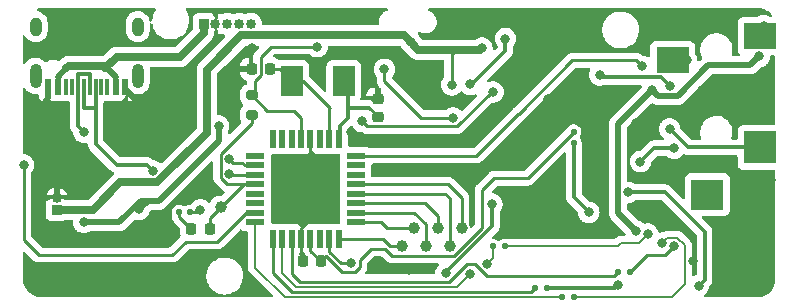
<source format=gbr>
%TF.GenerationSoftware,KiCad,Pcbnew,(6.0.5)*%
%TF.CreationDate,2022-06-05T00:42:25+05:30*%
%TF.ProjectId,PORTABLE_ECG_MACHINE,504f5254-4142-44c4-955f-4543475f4d41,rev-1*%
%TF.SameCoordinates,Original*%
%TF.FileFunction,Copper,L2,Bot*%
%TF.FilePolarity,Positive*%
%FSLAX46Y46*%
G04 Gerber Fmt 4.6, Leading zero omitted, Abs format (unit mm)*
G04 Created by KiCad (PCBNEW (6.0.5)) date 2022-06-05 00:42:25*
%MOMM*%
%LPD*%
G01*
G04 APERTURE LIST*
G04 Aperture macros list*
%AMRoundRect*
0 Rectangle with rounded corners*
0 $1 Rounding radius*
0 $2 $3 $4 $5 $6 $7 $8 $9 X,Y pos of 4 corners*
0 Add a 4 corners polygon primitive as box body*
4,1,4,$2,$3,$4,$5,$6,$7,$8,$9,$2,$3,0*
0 Add four circle primitives for the rounded corners*
1,1,$1+$1,$2,$3*
1,1,$1+$1,$4,$5*
1,1,$1+$1,$6,$7*
1,1,$1+$1,$8,$9*
0 Add four rect primitives between the rounded corners*
20,1,$1+$1,$2,$3,$4,$5,0*
20,1,$1+$1,$4,$5,$6,$7,0*
20,1,$1+$1,$6,$7,$8,$9,0*
20,1,$1+$1,$8,$9,$2,$3,0*%
G04 Aperture macros list end*
%TA.AperFunction,SMDPad,CuDef*%
%ADD10O,0.500000X0.600000*%
%TD*%
%TA.AperFunction,SMDPad,CuDef*%
%ADD11RoundRect,0.225000X-0.225000X-0.250000X0.225000X-0.250000X0.225000X0.250000X-0.225000X0.250000X0*%
%TD*%
%TA.AperFunction,ComponentPad*%
%ADD12R,0.850000X0.850000*%
%TD*%
%TA.AperFunction,ComponentPad*%
%ADD13O,0.850000X0.850000*%
%TD*%
%TA.AperFunction,SMDPad,CuDef*%
%ADD14R,0.600000X1.450000*%
%TD*%
%TA.AperFunction,SMDPad,CuDef*%
%ADD15R,0.300000X1.450000*%
%TD*%
%TA.AperFunction,ComponentPad*%
%ADD16O,1.000000X2.100000*%
%TD*%
%TA.AperFunction,ComponentPad*%
%ADD17O,1.000000X1.600000*%
%TD*%
%TA.AperFunction,SMDPad,CuDef*%
%ADD18R,1.900000X2.500000*%
%TD*%
%TA.AperFunction,SMDPad,CuDef*%
%ADD19O,0.600000X0.500000*%
%TD*%
%TA.AperFunction,SMDPad,CuDef*%
%ADD20RoundRect,0.500000X0.000000X0.000000X0.000000X0.000000X0.000000X0.000000X0.000000X0.000000X0*%
%TD*%
%TA.AperFunction,SMDPad,CuDef*%
%ADD21RoundRect,0.500000X0.000000X0.000000X0.000000X0.000000X0.000000X0.000000X0.000000X0.000000X0*%
%TD*%
%TA.AperFunction,SMDPad,CuDef*%
%ADD22RoundRect,0.200000X-0.275000X0.200000X-0.275000X-0.200000X0.275000X-0.200000X0.275000X0.200000X0*%
%TD*%
%TA.AperFunction,SMDPad,CuDef*%
%ADD23RoundRect,0.225000X0.225000X0.250000X-0.225000X0.250000X-0.225000X-0.250000X0.225000X-0.250000X0*%
%TD*%
%TA.AperFunction,SMDPad,CuDef*%
%ADD24R,0.550000X1.600000*%
%TD*%
%TA.AperFunction,SMDPad,CuDef*%
%ADD25R,1.600000X0.550000*%
%TD*%
%TA.AperFunction,SMDPad,CuDef*%
%ADD26RoundRect,0.225000X0.250000X-0.225000X0.250000X0.225000X-0.250000X0.225000X-0.250000X-0.225000X0*%
%TD*%
%TA.AperFunction,SMDPad,CuDef*%
%ADD27R,2.800000X2.200000*%
%TD*%
%TA.AperFunction,SMDPad,CuDef*%
%ADD28R,2.800000X2.800000*%
%TD*%
%TA.AperFunction,SMDPad,CuDef*%
%ADD29R,2.800000X2.600000*%
%TD*%
%TA.AperFunction,SMDPad,CuDef*%
%ADD30C,1.000000*%
%TD*%
%TA.AperFunction,ViaPad*%
%ADD31C,0.800000*%
%TD*%
%TA.AperFunction,Conductor*%
%ADD32C,0.300000*%
%TD*%
%TA.AperFunction,Conductor*%
%ADD33C,0.250000*%
%TD*%
%TA.AperFunction,Conductor*%
%ADD34C,0.500000*%
%TD*%
%TA.AperFunction,Conductor*%
%ADD35C,0.700000*%
%TD*%
%TA.AperFunction,Conductor*%
%ADD36C,0.200000*%
%TD*%
G04 APERTURE END LIST*
D10*
%TO.P,JP8,1,A*%
%TO.N,Net-(U2-Pad28)*%
X84200000Y-68600000D03*
%TO.P,JP8,2,B*%
%TO.N,Net-(C8-Pad1)*%
X83300000Y-68600000D03*
%TD*%
D11*
%TO.P,C8,1,P$1*%
%TO.N,Net-(C8-Pad1)*%
X84325000Y-70000000D03*
%TO.P,C8,2,P$2*%
%TO.N,/RST#*%
X85875000Y-70000000D03*
%TD*%
D12*
%TO.P,J3,1,Pin_1*%
%TO.N,/BATTERY +VE*%
X72915680Y-68410878D03*
D13*
%TO.P,J3,2,Pin_2*%
%TO.N,GND*%
X72915680Y-67410878D03*
%TD*%
D14*
%TO.P,J4,A1,GND*%
%TO.N,GND*%
X72205680Y-57977878D03*
%TO.P,J4,A4,VBUS*%
%TO.N,VIN*%
X73005680Y-57977878D03*
D15*
%TO.P,J4,A5,CC1*%
%TO.N,unconnected-(J4-PadA5)*%
X74205680Y-57977878D03*
%TO.P,J4,A6,D+*%
%TO.N,/USB_D+*%
X75205680Y-57977878D03*
%TO.P,J4,A7,D-*%
%TO.N,/USB_D-*%
X75705680Y-57977878D03*
%TO.P,J4,A8,SBU1*%
%TO.N,unconnected-(J4-PadA8)*%
X76705680Y-57977878D03*
D14*
%TO.P,J4,A9,VBUS*%
%TO.N,VIN*%
X77905680Y-57977878D03*
%TO.P,J4,A12,GND*%
%TO.N,GND*%
X78705680Y-57977878D03*
%TO.P,J4,B1,GND*%
X78705680Y-57977878D03*
%TO.P,J4,B4,VBUS*%
%TO.N,VIN*%
X77905680Y-57977878D03*
D15*
%TO.P,J4,B5,CC2*%
%TO.N,unconnected-(J4-PadB5)*%
X77205680Y-57977878D03*
%TO.P,J4,B6,D+*%
%TO.N,/USB_D+*%
X76205680Y-57977878D03*
%TO.P,J4,B7,D-*%
%TO.N,/USB_D-*%
X74705680Y-57977878D03*
%TO.P,J4,B8,SBU2*%
%TO.N,unconnected-(J4-PadB8)*%
X73705680Y-57977878D03*
D14*
%TO.P,J4,B9,VBUS*%
%TO.N,VIN*%
X73005680Y-57977878D03*
%TO.P,J4,B12,GND*%
%TO.N,GND*%
X72205680Y-57977878D03*
D16*
%TO.P,J4,S1,SHIELD*%
%TO.N,unconnected-(J4-PadS1)*%
X79775680Y-57062878D03*
X71135680Y-57062878D03*
D17*
X71135680Y-52882878D03*
X79775680Y-52882878D03*
%TD*%
D18*
%TO.P,Y1,1,1*%
%TO.N,Net-(C14-Pad1)*%
X97213680Y-57488878D03*
%TO.P,Y1,2,2*%
%TO.N,Net-(C13-Pad1)*%
X92813680Y-57488878D03*
%TD*%
D12*
%TO.P,J1,1,Pin_1*%
%TO.N,VIN*%
X85361680Y-52662878D03*
D13*
%TO.P,J1,2,Pin_2*%
%TO.N,GND*%
X86361680Y-52662878D03*
%TO.P,J1,3,Pin_3*%
%TO.N,Net-(J1-Pad3)*%
X87361680Y-52662878D03*
%TO.P,J1,4,Pin_4*%
%TO.N,Net-(J1-Pad4)*%
X88361680Y-52662878D03*
%TO.P,J1,5,Pin_5*%
%TO.N,Net-(C1-Pad1)*%
X89361680Y-52662878D03*
%TD*%
D10*
%TO.P,JP4,1,A*%
%TO.N,/LOD-*%
X110837680Y-71468878D03*
%TO.P,JP4,2,B*%
%TO.N,/AT_LOD-*%
X109837680Y-71468878D03*
%TD*%
D19*
%TO.P,JP7,1,A*%
%TO.N,/REF_OUT*%
X116700000Y-62700000D03*
%TO.P,JP7,2,B*%
%TO.N,/REF_IN*%
X116700000Y-61800000D03*
%TD*%
D20*
%TO.P,J5,1,Pin_1*%
%TO.N,Net-(J5-Pad1)*%
X102125680Y-71458878D03*
%TO.P,J5,2,Pin_2*%
%TO.N,Net-(J5-Pad2)*%
X103141680Y-69934878D03*
%TO.P,J5,3,Pin_3*%
%TO.N,Net-(J5-Pad3)*%
X104157680Y-71458878D03*
%TO.P,J5,4,Pin_4*%
%TO.N,Net-(J5-Pad4)*%
X105173680Y-69934878D03*
D21*
%TO.P,J5,5,Pin_5*%
%TO.N,Net-(J5-Pad5)*%
X106189680Y-71458878D03*
D20*
%TO.P,J5,6,Pin_6*%
%TO.N,Net-(J5-Pad6)*%
X107205680Y-69934878D03*
%TD*%
D10*
%TO.P,JP6,1,A*%
%TO.N,/SDN#*%
X121467680Y-73647878D03*
%TO.P,JP6,2,B*%
%TO.N,/AT_SDN#*%
X120467680Y-73647878D03*
%TD*%
D11*
%TO.P,C12,1*%
%TO.N,GND*%
X93730680Y-72728878D03*
%TO.P,C12,2*%
%TO.N,/REF_IN*%
X95280680Y-72728878D03*
%TD*%
D22*
%TO.P,R11,1*%
%TO.N,VCC*%
X89425680Y-58695878D03*
%TO.P,R11,2*%
%TO.N,/RST#*%
X89425680Y-60345878D03*
%TD*%
D23*
%TO.P,C13,1*%
%TO.N,Net-(C13-Pad1)*%
X90962680Y-56472878D03*
%TO.P,C13,2*%
%TO.N,GND*%
X89412680Y-56472878D03*
%TD*%
D24*
%TO.P,U3,1,PD3*%
%TO.N,unconnected-(U3-Pad1)*%
X91197680Y-62382878D03*
%TO.P,U3,2,PD4*%
%TO.N,unconnected-(U3-Pad2)*%
X91997680Y-62382878D03*
%TO.P,U3,3,PE0*%
%TO.N,unconnected-(U3-Pad3)*%
X92797680Y-62382878D03*
%TO.P,U3,4,VCC*%
%TO.N,VCC*%
X93597680Y-62382878D03*
%TO.P,U3,5,GND*%
%TO.N,GND*%
X94397680Y-62382878D03*
%TO.P,U3,6,PE1*%
%TO.N,unconnected-(U3-Pad6)*%
X95197680Y-62382878D03*
%TO.P,U3,7,XTAL1/PB6*%
%TO.N,Net-(C13-Pad1)*%
X95997680Y-62382878D03*
%TO.P,U3,8,XTAL2/PB7*%
%TO.N,Net-(C14-Pad1)*%
X96797680Y-62382878D03*
D25*
%TO.P,U3,9,PD5*%
%TO.N,Net-(SELECT1-Pad3)*%
X98247680Y-63832878D03*
%TO.P,U3,10,PD6*%
%TO.N,unconnected-(U3-Pad10)*%
X98247680Y-64632878D03*
%TO.P,U3,11,PD7*%
%TO.N,unconnected-(U3-Pad11)*%
X98247680Y-65432878D03*
%TO.P,U3,12,PB0*%
%TO.N,Net-(J5-Pad6)*%
X98247680Y-66232878D03*
%TO.P,U3,13,PB1*%
%TO.N,Net-(J5-Pad5)*%
X98247680Y-67032878D03*
%TO.P,U3,14,PB2*%
%TO.N,Net-(J5-Pad4)*%
X98247680Y-67832878D03*
%TO.P,U3,15,PB3*%
%TO.N,Net-(J5-Pad3)*%
X98247680Y-68632878D03*
%TO.P,U3,16,PB4*%
%TO.N,Net-(J5-Pad2)*%
X98247680Y-69432878D03*
D24*
%TO.P,U3,17,PB5*%
%TO.N,Net-(J5-Pad1)*%
X96797680Y-70882878D03*
%TO.P,U3,18,AVCC*%
%TO.N,+3V3*%
X95997680Y-70882878D03*
%TO.P,U3,19,PE2*%
%TO.N,unconnected-(U3-Pad19)*%
X95197680Y-70882878D03*
%TO.P,U3,20,AREF*%
%TO.N,/REF_IN*%
X94397680Y-70882878D03*
%TO.P,U3,21,GND*%
%TO.N,GND*%
X93597680Y-70882878D03*
%TO.P,U3,22,PE3*%
%TO.N,/AT_SDN#*%
X92797680Y-70882878D03*
%TO.P,U3,23,PC0*%
%TO.N,/AT_LOD-*%
X91997680Y-70882878D03*
%TO.P,U3,24,PC1*%
%TO.N,/AT_ADC1*%
X91197680Y-70882878D03*
D25*
%TO.P,U3,25,PC2*%
%TO.N,/AT_LOD+*%
X89747680Y-69432878D03*
%TO.P,U3,26,PC3*%
%TO.N,Net-(DRIVE1-Pad3)*%
X89747680Y-68632878D03*
%TO.P,U3,27,PC4*%
%TO.N,unconnected-(U3-Pad27)*%
X89747680Y-67832878D03*
%TO.P,U3,28,PC5*%
%TO.N,unconnected-(U3-Pad28)*%
X89747680Y-67032878D03*
%TO.P,U3,29,~{RESET}/PC6*%
%TO.N,/RST#*%
X89747680Y-66232878D03*
%TO.P,U3,30,PD0*%
%TO.N,/AT_RXD*%
X89747680Y-65432878D03*
%TO.P,U3,31,PD1*%
%TO.N,/AT_TXD*%
X89747680Y-64632878D03*
%TO.P,U3,32,PD2*%
%TO.N,unconnected-(U3-Pad32)*%
X89747680Y-63832878D03*
%TD*%
D10*
%TO.P,JP3,1,A*%
%TO.N,/LOD+*%
X116679680Y-75786878D03*
%TO.P,JP3,2,B*%
%TO.N,/AT_LOD+*%
X115679680Y-75786878D03*
%TD*%
%TO.P,JP5,1,A*%
%TO.N,/OUT*%
X114393680Y-75024878D03*
%TO.P,JP5,2,B*%
%TO.N,/AT_ADC1*%
X113393680Y-75024878D03*
%TD*%
D26*
%TO.P,C14,1*%
%TO.N,Net-(C14-Pad1)*%
X100093680Y-60549878D03*
%TO.P,C14,2*%
%TO.N,GND*%
X100093680Y-58999878D03*
%TD*%
D27*
%TO.P,J2,R*%
%TO.N,/RA*%
X125067680Y-55710878D03*
%TO.P,J2,S*%
%TO.N,/LA*%
X132467680Y-53710878D03*
D28*
%TO.P,J2,T*%
%TO.N,/RL*%
X132467680Y-63110878D03*
D29*
%TO.P,J2,TN*%
%TO.N,N/C*%
X128017680Y-67110878D03*
%TD*%
D30*
%TO.P,TP1,1,1*%
%TO.N,/RST#*%
X86800000Y-68200000D03*
%TD*%
D31*
%TO.N,Net-(U2-Pad28)*%
X85085180Y-68400000D03*
%TO.N,GND*%
X126796151Y-72696151D03*
X99331680Y-56472878D03*
X81043680Y-59266878D03*
X121937680Y-61044878D03*
X102764157Y-73490878D03*
X89425680Y-54694878D03*
X95521680Y-51900878D03*
X77487680Y-52662878D03*
X127525680Y-58250878D03*
X114518180Y-59006147D03*
X133367680Y-65870878D03*
X130319680Y-60282878D03*
X128795680Y-69429392D03*
X96283680Y-64092878D03*
X74439680Y-52662878D03*
X75963680Y-52662878D03*
X105173680Y-64854878D03*
X120159680Y-59520878D03*
X99767680Y-72910878D03*
X72407680Y-74760878D03*
X87901680Y-71458878D03*
X80281680Y-73236878D03*
X74693680Y-65362878D03*
X117365680Y-52408878D03*
X84500000Y-66900000D03*
X97807680Y-61806878D03*
%TO.N,/REF_OUT*%
X117967680Y-68610878D03*
%TO.N,3.3V*%
X123314143Y-58250878D03*
X132394920Y-55410380D03*
X121991295Y-70204473D03*
%TO.N,/USB_D+*%
X81043680Y-65108878D03*
%TO.N,/USB_D-*%
X75201680Y-61806878D03*
%TO.N,VCC*%
X94965832Y-54586889D03*
%TO.N,/BATTERY +VE*%
X108918707Y-54694878D03*
X106367680Y-57810878D03*
X102887680Y-54186878D03*
%TO.N,/SDN#*%
X125175980Y-71471378D03*
%TO.N,/OUT*%
X120413680Y-74760878D03*
%TO.N,/LA*%
X132767680Y-52810878D03*
%TO.N,+3V3*%
X97867680Y-72910878D03*
%TO.N,/RA*%
X126255680Y-55710878D03*
%TO.N,/RL*%
X124813143Y-61552878D03*
X124813143Y-57896105D03*
X118889680Y-56980878D03*
%TO.N,Net-(IC1-Pad3)*%
X125189040Y-63184873D03*
X122341220Y-64310878D03*
%TO.N,Net-(C1-Pad1)*%
X75224662Y-69449860D03*
X79877442Y-68360378D03*
X86631680Y-61298878D03*
%TO.N,/SDA_3.3*%
X105867680Y-73778818D03*
X109767680Y-67915378D03*
%TO.N,Net-(C17-Pad1)*%
X121301580Y-66908428D03*
X127267680Y-74810878D03*
%TO.N,Net-(C24-Pad1)*%
X100667680Y-56510878D03*
X106467680Y-60610878D03*
%TO.N,/AT_RXD*%
X87516711Y-65362878D03*
%TO.N,/AT_TXD*%
X87516700Y-64092878D03*
%TO.N,Net-(SELECT1-Pad3)*%
X122467657Y-56240855D03*
%TO.N,Net-(DRIVE1-Pad3)*%
X70121680Y-64600878D03*
%TO.N,Net-(GREEN1-Pad2)*%
X107950000Y-57785000D03*
X110904621Y-53902487D03*
%TO.N,Net-(B_TEMP1-Pad1)*%
X109855000Y-58420000D03*
X98767680Y-60910878D03*
%TO.N,/AT_LOD-*%
X109312266Y-72976138D03*
X107876256Y-73819454D03*
%TO.N,/LOD+*%
X124187366Y-71204878D03*
%TO.N,/LOD-*%
X122961472Y-70444808D03*
%TD*%
D32*
%TO.N,Net-(GREEN1-Pad2)*%
X107950000Y-57785000D02*
X108043558Y-57785000D01*
X108043558Y-57785000D02*
X110904621Y-54923937D01*
X110904621Y-54923937D02*
X110904621Y-53902487D01*
D33*
%TO.N,Net-(B_TEMP1-Pad1)*%
X109758558Y-58420000D02*
X106843169Y-61335389D01*
X109855000Y-58420000D02*
X109758558Y-58420000D01*
X106843169Y-61335389D02*
X99192191Y-61335389D01*
X99192191Y-61335389D02*
X98767680Y-60910878D01*
%TO.N,/REF_IN*%
X98592191Y-73210981D02*
X98592191Y-72610775D01*
X97064473Y-73635389D02*
X98167783Y-73635389D01*
X101298473Y-72283389D02*
X106595169Y-72283389D01*
X100725962Y-71710878D02*
X101298473Y-72283389D01*
X99492088Y-71710878D02*
X100725962Y-71710878D01*
X98592191Y-72610775D02*
X99492088Y-71710878D01*
X106595169Y-72283389D02*
X108967680Y-69910878D01*
X98167783Y-73635389D02*
X98592191Y-73210981D01*
X108967680Y-66710878D02*
X109967680Y-65710878D01*
X95719321Y-72290237D02*
X97064473Y-73635389D01*
X95280680Y-72728878D02*
X95719321Y-72290237D01*
D32*
%TO.N,/REF_OUT*%
X116700000Y-62700000D02*
X116700000Y-67343198D01*
X116700000Y-67343198D02*
X117967680Y-68610878D01*
D33*
%TO.N,/REF_IN*%
X108967680Y-69910878D02*
X108967680Y-66710878D01*
X109967680Y-65710878D02*
X112789122Y-65710878D01*
X112789122Y-65710878D02*
X116700000Y-61800000D01*
%TO.N,Net-(U2-Pad28)*%
X84200000Y-68600000D02*
X84885180Y-68600000D01*
X84885180Y-68600000D02*
X85085180Y-68400000D01*
%TO.N,Net-(C8-Pad1)*%
X83300000Y-68600000D02*
X83300000Y-68975000D01*
X83300000Y-68975000D02*
X84325000Y-70000000D01*
%TO.N,/RST#*%
X86800000Y-68200000D02*
X85875000Y-69125000D01*
X85875000Y-69125000D02*
X85875000Y-70000000D01*
X86800000Y-68200000D02*
X88767122Y-66232878D01*
X88767122Y-66232878D02*
X89747680Y-66232878D01*
%TO.N,Net-(DRIVE1-Pad3)*%
X70121680Y-64600878D02*
X70121680Y-70950878D01*
X70121680Y-70950878D02*
X71391680Y-72220878D01*
X71391680Y-72220878D02*
X82717716Y-72220878D01*
X82717716Y-72220878D02*
X83838594Y-71100000D01*
X88967122Y-68632878D02*
X89747680Y-68632878D01*
X83838594Y-71100000D02*
X86500000Y-71100000D01*
X86500000Y-71100000D02*
X88967122Y-68632878D01*
D34*
%TO.N,VIN*%
X73746711Y-56403847D02*
X73005680Y-57144878D01*
D35*
X77164649Y-56403847D02*
X76964649Y-56203847D01*
D32*
X73005680Y-57144878D02*
X73005680Y-57977878D01*
D35*
X85361680Y-53424878D02*
X85361680Y-52662878D01*
X73946711Y-56203847D02*
X73746711Y-56403847D01*
D32*
X77905680Y-57977878D02*
X77905680Y-57144878D01*
D35*
X77048711Y-56403847D02*
X77989200Y-55463358D01*
D34*
X77905680Y-57144878D02*
X77164649Y-56403847D01*
D35*
X76964649Y-56203847D02*
X73946711Y-56203847D01*
X83323200Y-55463358D02*
X85361680Y-53424878D01*
X77989200Y-55463358D02*
X83323200Y-55463358D01*
D33*
%TO.N,GND*%
X94251680Y-66124878D02*
X94251680Y-69304856D01*
X94397680Y-63432878D02*
X95057680Y-64092878D01*
X93597680Y-71932878D02*
X93597680Y-70882878D01*
X95057680Y-64092878D02*
X96283680Y-64092878D01*
D34*
X72205680Y-58960878D02*
X71899680Y-59266878D01*
D33*
X93730680Y-72728878D02*
X93730680Y-72065878D01*
D34*
X78705680Y-58198878D02*
X79519680Y-59012878D01*
D33*
X93730680Y-72065878D02*
X93597680Y-71932878D01*
D34*
X78705680Y-57977878D02*
X78705680Y-58198878D01*
D33*
X94397680Y-62382878D02*
X94397680Y-63432878D01*
X96283680Y-64092878D02*
X94251680Y-66124878D01*
X94251680Y-69304856D02*
X93597680Y-69958856D01*
D34*
X72205680Y-57977878D02*
X72205680Y-58960878D01*
D33*
X93597680Y-69958856D02*
X93597680Y-70882878D01*
D34*
%TO.N,3.3V*%
X128092159Y-56160399D02*
X131644901Y-56160399D01*
X121991295Y-70204473D02*
X120415614Y-68628792D01*
X123314143Y-58250878D02*
X123808881Y-58745616D01*
X120415614Y-68628792D02*
X120415614Y-61149407D01*
X131644901Y-56160399D02*
X132394920Y-55410380D01*
X120415614Y-61149407D02*
X123314143Y-58250878D01*
X123808881Y-58745616D02*
X125506942Y-58745616D01*
X125506942Y-58745616D02*
X128092159Y-56160399D01*
D32*
%TO.N,/USB_D+*%
X76205680Y-62810878D02*
X76205680Y-59762878D01*
X76205680Y-59762878D02*
X76205680Y-57977878D01*
X75205680Y-57977878D02*
X75205680Y-59770878D01*
X81043680Y-65108878D02*
X80535680Y-64600878D01*
X77995680Y-64600878D02*
X76205680Y-62810878D01*
X75213680Y-59762878D02*
X75205680Y-59770878D01*
X80535680Y-64600878D02*
X77995680Y-64600878D01*
X76205680Y-59762878D02*
X75213680Y-59762878D01*
%TO.N,/USB_D-*%
X74706169Y-56903367D02*
X75705191Y-56903367D01*
X75705680Y-56903856D02*
X75705680Y-57977878D01*
X75705191Y-56903367D02*
X75705680Y-56903856D01*
X74706160Y-56903376D02*
X74706169Y-56903367D01*
X74705680Y-61310878D02*
X74705680Y-57977878D01*
X75201680Y-61806878D02*
X74706160Y-61311358D01*
X74706160Y-61311358D02*
X74706160Y-56903376D01*
X75201680Y-61806878D02*
X74705680Y-61310878D01*
D33*
%TO.N,VCC*%
X89425680Y-58695878D02*
X89679680Y-58441878D01*
X90187200Y-55461260D02*
X91061571Y-54586889D01*
X89679680Y-57458016D02*
X90187200Y-56950496D01*
X92981680Y-60028878D02*
X93597680Y-60644878D01*
X90187200Y-56950496D02*
X90187200Y-55461260D01*
X91061571Y-54586889D02*
X94965832Y-54586889D01*
X89679680Y-58441878D02*
X89679680Y-57458016D01*
X93597680Y-60644878D02*
X93597680Y-62382878D01*
X90758680Y-60028878D02*
X92981680Y-60028878D01*
X89425680Y-58695878D02*
X90758680Y-60028878D01*
%TO.N,/BATTERY +VE*%
X106367680Y-57810878D02*
X106367680Y-55170832D01*
D35*
X85617794Y-56532848D02*
X85617794Y-61877576D01*
D34*
X102867680Y-54210878D02*
X102867680Y-54206878D01*
D35*
X102887680Y-54186878D02*
X103541657Y-54840855D01*
X106697657Y-54840855D02*
X108772730Y-54840855D01*
X78316169Y-66058389D02*
X75963680Y-68410878D01*
D33*
X106367680Y-55170832D02*
X106697657Y-54840855D01*
D35*
X102338180Y-53637378D02*
X88513264Y-53637378D01*
X108772730Y-54840855D02*
X108918707Y-54694878D01*
X81436981Y-66058389D02*
X78316169Y-66058389D01*
D34*
X102867680Y-54206878D02*
X102887680Y-54186878D01*
D35*
X102867680Y-54210878D02*
X102887680Y-54190878D01*
X85617794Y-61877576D02*
X81436981Y-66058389D01*
X75963680Y-68410878D02*
X73142680Y-68410878D01*
X103541657Y-54840855D02*
X106697657Y-54840855D01*
X88513264Y-53637378D02*
X85617794Y-56532848D01*
X102887680Y-54186878D02*
X102338180Y-53637378D01*
X102887680Y-54190878D02*
X102887680Y-54186878D01*
D33*
%TO.N,/SDN#*%
X124426480Y-72220878D02*
X122887680Y-72220878D01*
X122887680Y-72220878D02*
X121439680Y-73668878D01*
X125175980Y-71471378D02*
X124426480Y-72220878D01*
D32*
%TO.N,/OUT*%
X120159680Y-75014878D02*
X114403680Y-75014878D01*
X120413680Y-74760878D02*
X120159680Y-75014878D01*
X114403680Y-75014878D02*
X114393680Y-75024878D01*
D33*
%TO.N,+3V3*%
X96975680Y-72910878D02*
X95997680Y-71932878D01*
X95997680Y-71932878D02*
X95997680Y-70882878D01*
X97867680Y-72910878D02*
X96975680Y-72910878D01*
D32*
%TO.N,/RL*%
X126371143Y-63110878D02*
X132467680Y-63110878D01*
X118889680Y-56980878D02*
X119069191Y-57160389D01*
X119069191Y-57160389D02*
X124077427Y-57160389D01*
X124077427Y-57160389D02*
X124813143Y-57896105D01*
X124813143Y-61552878D02*
X126371143Y-63110878D01*
%TO.N,Net-(C14-Pad1)*%
X99393680Y-59774878D02*
X97553680Y-59774878D01*
X96879680Y-61292878D02*
X96879680Y-62300878D01*
X96879680Y-62300878D02*
X96797680Y-62382878D01*
X97553680Y-58758878D02*
X97553680Y-60618878D01*
D33*
X100093680Y-60474878D02*
X99393680Y-59774878D01*
D32*
X97553680Y-57828878D02*
X97553680Y-58758878D01*
X97553680Y-60618878D02*
X96879680Y-61292878D01*
X97553680Y-59774878D02*
X97553680Y-58758878D01*
X97213680Y-57488878D02*
X97553680Y-57828878D01*
%TO.N,Net-(IC1-Pad3)*%
X125189040Y-63184873D02*
X123467225Y-63184873D01*
X123467225Y-63184873D02*
X122341220Y-64310878D01*
D34*
%TO.N,Net-(C1-Pad1)*%
X79877442Y-68360378D02*
X80535680Y-67702140D01*
X86631680Y-62568878D02*
X81551680Y-67648878D01*
X80281680Y-67648878D02*
X80027680Y-67648878D01*
X81551680Y-67648878D02*
X80535680Y-67648878D01*
X86631680Y-61298878D02*
X86631680Y-62568878D01*
X80281680Y-67648878D02*
X80535680Y-67648878D01*
X78226698Y-69449860D02*
X75224662Y-69449860D01*
X80027680Y-67648878D02*
X78226698Y-69449860D01*
X80535680Y-67702140D02*
X80535680Y-67648878D01*
D32*
%TO.N,/SDA_3.3*%
X109767680Y-67915378D02*
X109767680Y-69781950D01*
X109767680Y-69781950D02*
X105867680Y-73681950D01*
X105867680Y-73681950D02*
X105867680Y-73778818D01*
D33*
%TO.N,Net-(C13-Pad1)*%
X92813680Y-57488878D02*
X91797680Y-56472878D01*
X96029680Y-59787878D02*
X93730680Y-57488878D01*
X91797680Y-56472878D02*
X90962680Y-56472878D01*
X95997680Y-62382878D02*
X95997680Y-59819878D01*
X93730680Y-57488878D02*
X92813680Y-57488878D01*
X95997680Y-59819878D02*
X96029680Y-59787878D01*
D32*
%TO.N,Net-(C17-Pad1)*%
X127779680Y-70271900D02*
X124416208Y-66908428D01*
X124416208Y-66908428D02*
X121301580Y-66908428D01*
X127779680Y-74298878D02*
X127779680Y-70271900D01*
X127267680Y-74810878D02*
X127779680Y-74298878D01*
D33*
%TO.N,Net-(C24-Pad1)*%
X103767680Y-60610878D02*
X100667680Y-57510878D01*
X106467680Y-60610878D02*
X103767680Y-60610878D01*
X100667680Y-57510878D02*
X100667680Y-56510878D01*
%TO.N,/RST#*%
X89747680Y-66232878D02*
X87362097Y-66232878D01*
X87362097Y-66232878D02*
X86792200Y-65662981D01*
X86792200Y-65662981D02*
X86792200Y-63669745D01*
X86792200Y-63669745D02*
X89425680Y-61036265D01*
X89425680Y-61036265D02*
X89425680Y-60345878D01*
%TO.N,/REF_IN*%
X94397680Y-70882878D02*
X94397680Y-71845878D01*
X94397680Y-71845878D02*
X95280680Y-72728878D01*
%TO.N,Net-(J5-Pad1)*%
X100533680Y-70882878D02*
X96797680Y-70882878D01*
X101109680Y-71458878D02*
X100533680Y-70882878D01*
X101109680Y-71458878D02*
X102125680Y-71458878D01*
%TO.N,Net-(J5-Pad2)*%
X103141680Y-69934878D02*
X100855680Y-69934878D01*
X100353680Y-69432878D02*
X98247680Y-69432878D01*
X100855680Y-69934878D02*
X100353680Y-69432878D01*
%TO.N,Net-(J5-Pad3)*%
X103173680Y-68632878D02*
X98247680Y-68632878D01*
X104157680Y-71458878D02*
X104157680Y-69616878D01*
X104157680Y-69616878D02*
X103173680Y-68632878D01*
%TO.N,Net-(J5-Pad4)*%
X105173680Y-69934878D02*
X105173680Y-68918878D01*
X105173680Y-68918878D02*
X104087680Y-67832878D01*
X104087680Y-67832878D02*
X98247680Y-67832878D01*
%TO.N,Net-(J5-Pad5)*%
X105827680Y-67032878D02*
X98247680Y-67032878D01*
X106189680Y-67394878D02*
X105827680Y-67032878D01*
X106189680Y-71458878D02*
X106189680Y-67394878D01*
%TO.N,Net-(J5-Pad6)*%
X106043680Y-66232878D02*
X98247680Y-66232878D01*
X107205680Y-67394878D02*
X106043680Y-66232878D01*
X107205680Y-69934878D02*
X107205680Y-67394878D01*
%TO.N,/AT_RXD*%
X87516711Y-65362878D02*
X87586711Y-65432878D01*
X87586711Y-65432878D02*
X89747680Y-65432878D01*
%TO.N,/AT_TXD*%
X88623169Y-64432389D02*
X88823658Y-64632878D01*
X87856211Y-64432389D02*
X88623169Y-64432389D01*
X88823658Y-64632878D02*
X89747680Y-64632878D01*
X87516700Y-64092878D02*
X87856211Y-64432389D01*
%TO.N,Net-(SELECT1-Pad3)*%
X98247680Y-63832878D02*
X108445680Y-63832878D01*
X112031680Y-60282878D02*
X111995680Y-60282878D01*
X121975169Y-55748367D02*
X116566191Y-55748367D01*
X122467657Y-56240855D02*
X121975169Y-55748367D01*
X116566191Y-55748367D02*
X112031680Y-60282878D01*
X108445680Y-63832878D02*
X111995680Y-60282878D01*
%TO.N,/AT_ADC1*%
X92811160Y-75352358D02*
X113066200Y-75352358D01*
X91197680Y-73738878D02*
X92811160Y-75352358D01*
X113066200Y-75352358D02*
X113393680Y-75024878D01*
X91197680Y-70882878D02*
X91197680Y-73738878D01*
%TO.N,/AT_SDN#*%
X107660234Y-73010878D02*
X108322392Y-73010878D01*
X108322392Y-73010878D02*
X109310392Y-73998878D01*
X92797680Y-70882878D02*
X92797680Y-73814878D01*
X120116680Y-73998878D02*
X120467680Y-73647878D01*
X109310392Y-73998878D02*
X120116680Y-73998878D01*
X93486120Y-74503318D02*
X106167794Y-74503318D01*
X92797680Y-73814878D02*
X93486120Y-74503318D01*
X106167794Y-74503318D02*
X107660234Y-73010878D01*
D36*
%TO.N,/AT_LOD-*%
X91997680Y-73776878D02*
X91997680Y-70882878D01*
X109312266Y-72976138D02*
X109837680Y-72450724D01*
X107876256Y-73819454D02*
X106767872Y-74927838D01*
X109837680Y-72450724D02*
X109837680Y-71468878D01*
X93148640Y-74927838D02*
X91997680Y-73776878D01*
X106767872Y-74927838D02*
X93148640Y-74927838D01*
%TO.N,/AT_LOD+*%
X89747680Y-73304878D02*
X92219680Y-75776878D01*
X113809680Y-75776878D02*
X113819680Y-75786878D01*
X89747680Y-69432878D02*
X89747680Y-73304878D01*
X113819680Y-75786878D02*
X115679680Y-75786878D01*
X92219680Y-75776878D02*
X113809680Y-75776878D01*
%TO.N,/LOD+*%
X126096640Y-74665918D02*
X124985680Y-75776878D01*
X117219200Y-75786878D02*
X116679680Y-75786878D01*
X124620377Y-70771867D02*
X125465728Y-70771867D01*
X124187366Y-71204878D02*
X124620377Y-70771867D01*
X126096640Y-71402779D02*
X126096640Y-74665918D01*
X117229200Y-75776878D02*
X117219200Y-75786878D01*
X125465728Y-70771867D02*
X126096640Y-71402779D01*
X124985680Y-75776878D02*
X117229200Y-75776878D01*
%TO.N,/LOD-*%
X120403680Y-71468878D02*
X110837680Y-71468878D01*
X122961472Y-70444808D02*
X122201402Y-71204878D01*
X122201402Y-71204878D02*
X120667680Y-71204878D01*
X120667680Y-71204878D02*
X120403680Y-71468878D01*
%TD*%
%TA.AperFunction,Conductor*%
%TO.N,GND*%
G36*
X88549525Y-70050547D02*
G01*
X88583491Y-70072377D01*
X88584419Y-70071139D01*
X88700975Y-70158493D01*
X88837364Y-70209623D01*
X88899546Y-70216378D01*
X89013180Y-70216378D01*
X89081301Y-70236380D01*
X89127794Y-70290036D01*
X89139180Y-70342378D01*
X89139180Y-73256742D01*
X89138102Y-73273185D01*
X89133930Y-73304878D01*
X89139180Y-73344758D01*
X89139180Y-73344763D01*
X89147408Y-73407262D01*
X89154842Y-73463729D01*
X89216156Y-73611754D01*
X89221183Y-73618305D01*
X89221184Y-73618307D01*
X89289200Y-73706947D01*
X89289206Y-73706953D01*
X89313693Y-73738865D01*
X89320248Y-73743895D01*
X89339059Y-73758330D01*
X89351450Y-73769197D01*
X90357627Y-74775373D01*
X91169537Y-75587283D01*
X91203562Y-75649595D01*
X91198498Y-75720410D01*
X91155951Y-75777246D01*
X91089431Y-75802057D01*
X91080442Y-75802378D01*
X87294757Y-75802378D01*
X87226636Y-75782376D01*
X87180143Y-75728720D01*
X87170039Y-75658446D01*
X87199533Y-75593866D01*
X87259259Y-75555482D01*
X87284652Y-75550784D01*
X87384624Y-75542741D01*
X87384629Y-75542740D01*
X87389665Y-75542335D01*
X87394573Y-75541130D01*
X87394576Y-75541129D01*
X87628305Y-75483719D01*
X87633219Y-75482512D01*
X87637871Y-75480537D01*
X87637875Y-75480536D01*
X87859421Y-75386495D01*
X87859422Y-75386495D01*
X87864076Y-75384519D01*
X88076295Y-75250878D01*
X88264418Y-75085025D01*
X88423604Y-74891229D01*
X88549758Y-74674474D01*
X88554727Y-74661531D01*
X88611805Y-74512839D01*
X88639635Y-74440339D01*
X88641260Y-74432564D01*
X88689886Y-74199799D01*
X88690921Y-74194845D01*
X88692149Y-74167814D01*
X88697475Y-74050508D01*
X88702298Y-73944310D01*
X88701156Y-73934434D01*
X88684195Y-73787850D01*
X88673472Y-73695179D01*
X88662829Y-73657565D01*
X88606564Y-73458730D01*
X88606563Y-73458728D01*
X88605186Y-73453861D01*
X88603052Y-73449286D01*
X88603050Y-73449279D01*
X88501333Y-73231147D01*
X88501331Y-73231143D01*
X88499196Y-73226565D01*
X88495717Y-73221446D01*
X88361075Y-73023326D01*
X88361072Y-73023322D01*
X88358229Y-73019139D01*
X88353280Y-73013905D01*
X88189393Y-72840599D01*
X88185913Y-72836919D01*
X88174440Y-72828147D01*
X87990699Y-72687666D01*
X87990695Y-72687663D01*
X87986679Y-72684593D01*
X87981633Y-72681887D01*
X87770115Y-72568473D01*
X87765654Y-72566081D01*
X87760873Y-72564435D01*
X87760869Y-72564433D01*
X87533313Y-72486079D01*
X87528524Y-72484430D01*
X87424991Y-72466547D01*
X87285300Y-72442418D01*
X87285294Y-72442417D01*
X87281390Y-72441743D01*
X87277429Y-72441563D01*
X87277428Y-72441563D01*
X87252749Y-72440442D01*
X87252730Y-72440442D01*
X87251330Y-72440378D01*
X87076665Y-72440378D01*
X87074157Y-72440580D01*
X87074152Y-72440580D01*
X86894736Y-72455015D01*
X86894731Y-72455016D01*
X86889695Y-72455421D01*
X86884787Y-72456626D01*
X86884784Y-72456627D01*
X86716964Y-72497848D01*
X86646141Y-72515244D01*
X86641489Y-72517219D01*
X86641485Y-72517220D01*
X86520741Y-72568473D01*
X86415284Y-72613237D01*
X86297092Y-72687666D01*
X86230728Y-72729458D01*
X86203065Y-72746878D01*
X86082549Y-72853127D01*
X86024374Y-72904416D01*
X86014942Y-72912731D01*
X85855756Y-73106527D01*
X85729602Y-73323282D01*
X85727789Y-73328005D01*
X85727788Y-73328007D01*
X85701534Y-73396401D01*
X85639725Y-73557417D01*
X85638692Y-73562363D01*
X85638690Y-73562369D01*
X85608185Y-73708390D01*
X85588439Y-73802911D01*
X85588210Y-73807960D01*
X85588209Y-73807966D01*
X85584970Y-73879309D01*
X85577062Y-74053446D01*
X85577643Y-74058466D01*
X85577643Y-74058470D01*
X85588804Y-74154928D01*
X85605888Y-74302577D01*
X85607267Y-74307451D01*
X85607268Y-74307455D01*
X85665386Y-74512839D01*
X85674174Y-74543895D01*
X85676308Y-74548470D01*
X85676310Y-74548477D01*
X85775355Y-74760878D01*
X85780164Y-74771191D01*
X85783006Y-74775372D01*
X85783006Y-74775373D01*
X85918285Y-74974430D01*
X85918288Y-74974434D01*
X85921131Y-74978617D01*
X85924608Y-74982294D01*
X85924609Y-74982295D01*
X86024918Y-75088369D01*
X86093447Y-75160837D01*
X86097473Y-75163915D01*
X86097474Y-75163916D01*
X86288661Y-75310090D01*
X86288665Y-75310093D01*
X86292681Y-75313163D01*
X86297139Y-75315553D01*
X86297140Y-75315554D01*
X86418779Y-75380776D01*
X86513706Y-75431675D01*
X86518487Y-75433321D01*
X86518491Y-75433323D01*
X86668087Y-75484833D01*
X86750836Y-75513326D01*
X86942370Y-75546409D01*
X86975993Y-75552217D01*
X87039715Y-75583521D01*
X87076397Y-75644308D01*
X87074393Y-75715276D01*
X87034338Y-75773894D01*
X86968950Y-75801552D01*
X86954547Y-75802378D01*
X71808890Y-75802378D01*
X71792716Y-75801336D01*
X71772288Y-75798692D01*
X71760731Y-75797196D01*
X71744878Y-75799686D01*
X71720070Y-75801101D01*
X71535583Y-75793375D01*
X71518672Y-75791516D01*
X71311302Y-75754414D01*
X71294801Y-75750295D01*
X71094321Y-75685581D01*
X71078511Y-75679270D01*
X70977227Y-75630665D01*
X70888585Y-75588126D01*
X70873773Y-75579743D01*
X70829824Y-75550784D01*
X70697865Y-75463834D01*
X70684319Y-75453531D01*
X70525641Y-75314973D01*
X70513605Y-75302937D01*
X70375048Y-75144253D01*
X70364745Y-75130705D01*
X70261776Y-74974430D01*
X70248841Y-74954799D01*
X70240459Y-74939988D01*
X70149318Y-74750056D01*
X70143008Y-74734249D01*
X70099700Y-74600077D01*
X70078300Y-74533777D01*
X70074178Y-74517266D01*
X70071758Y-74503735D01*
X70037080Y-74309892D01*
X70035221Y-74292976D01*
X70034169Y-74267829D01*
X70030385Y-74177454D01*
X70027791Y-74115472D01*
X70029211Y-74094988D01*
X70029430Y-74089211D01*
X70031039Y-74080384D01*
X70026864Y-74040488D01*
X70026180Y-74027374D01*
X70026180Y-72055472D01*
X70046182Y-71987351D01*
X70099838Y-71940858D01*
X70170112Y-71930754D01*
X70234692Y-71960248D01*
X70241275Y-71966377D01*
X70888023Y-72613125D01*
X70895567Y-72621415D01*
X70899680Y-72627896D01*
X70905457Y-72633321D01*
X70949347Y-72674536D01*
X70952189Y-72677291D01*
X70971910Y-72697012D01*
X70975105Y-72699490D01*
X70984127Y-72707196D01*
X71016359Y-72737464D01*
X71023308Y-72741284D01*
X71034112Y-72747224D01*
X71050636Y-72758077D01*
X71066639Y-72770491D01*
X71107223Y-72788054D01*
X71117853Y-72793261D01*
X71156620Y-72814573D01*
X71164297Y-72816544D01*
X71164302Y-72816546D01*
X71176238Y-72819610D01*
X71194946Y-72826015D01*
X71213535Y-72834059D01*
X71221363Y-72835299D01*
X71221370Y-72835301D01*
X71257204Y-72840977D01*
X71268824Y-72843383D01*
X71300639Y-72851551D01*
X71311650Y-72854378D01*
X71331904Y-72854378D01*
X71351614Y-72855929D01*
X71371623Y-72859098D01*
X71379515Y-72858352D01*
X71398260Y-72856580D01*
X71415642Y-72854937D01*
X71427499Y-72854378D01*
X82638949Y-72854378D01*
X82650132Y-72854905D01*
X82657625Y-72856580D01*
X82665551Y-72856331D01*
X82665552Y-72856331D01*
X82725702Y-72854440D01*
X82729661Y-72854378D01*
X82757572Y-72854378D01*
X82761507Y-72853881D01*
X82761572Y-72853873D01*
X82773409Y-72852940D01*
X82805667Y-72851926D01*
X82809686Y-72851800D01*
X82817605Y-72851551D01*
X82837059Y-72845899D01*
X82856416Y-72841891D01*
X82868646Y-72840346D01*
X82868647Y-72840346D01*
X82876513Y-72839352D01*
X82883884Y-72836433D01*
X82883886Y-72836433D01*
X82917628Y-72823074D01*
X82928858Y-72819229D01*
X82963699Y-72809107D01*
X82963700Y-72809107D01*
X82971309Y-72806896D01*
X82978128Y-72802863D01*
X82978133Y-72802861D01*
X82988744Y-72796585D01*
X83006492Y-72787890D01*
X83025333Y-72780430D01*
X83040090Y-72769709D01*
X83061103Y-72754442D01*
X83071023Y-72747926D01*
X83102251Y-72729458D01*
X83102254Y-72729456D01*
X83109078Y-72725420D01*
X83123399Y-72711099D01*
X83138433Y-72698258D01*
X83141768Y-72695835D01*
X83154823Y-72686350D01*
X83159873Y-72680246D01*
X83159878Y-72680241D01*
X83183009Y-72652280D01*
X83190999Y-72643499D01*
X84064095Y-71770404D01*
X84126407Y-71736379D01*
X84153190Y-71733500D01*
X86421233Y-71733500D01*
X86432416Y-71734027D01*
X86439909Y-71735702D01*
X86447835Y-71735453D01*
X86447836Y-71735453D01*
X86507986Y-71733562D01*
X86511945Y-71733500D01*
X86539856Y-71733500D01*
X86543791Y-71733003D01*
X86543856Y-71732995D01*
X86555693Y-71732062D01*
X86587951Y-71731048D01*
X86591970Y-71730922D01*
X86599889Y-71730673D01*
X86619343Y-71725021D01*
X86638700Y-71721013D01*
X86650930Y-71719468D01*
X86650931Y-71719468D01*
X86658797Y-71718474D01*
X86666168Y-71715555D01*
X86666170Y-71715555D01*
X86699912Y-71702196D01*
X86711142Y-71698351D01*
X86745983Y-71688229D01*
X86745984Y-71688229D01*
X86753593Y-71686018D01*
X86760412Y-71681985D01*
X86760417Y-71681983D01*
X86771028Y-71675707D01*
X86788776Y-71667012D01*
X86807617Y-71659552D01*
X86843387Y-71633564D01*
X86853307Y-71627048D01*
X86884535Y-71608580D01*
X86884538Y-71608578D01*
X86891362Y-71604542D01*
X86905683Y-71590221D01*
X86920717Y-71577380D01*
X86922019Y-71576434D01*
X86937107Y-71565472D01*
X86965298Y-71531395D01*
X86973288Y-71522616D01*
X88416397Y-70079508D01*
X88478709Y-70045482D01*
X88549525Y-70050547D01*
G37*
%TD.AperFunction*%
%TA.AperFunction,Conductor*%
G36*
X133701301Y-55339380D02*
G01*
X133747794Y-55393036D01*
X133759180Y-55445378D01*
X133759180Y-61076378D01*
X133739178Y-61144499D01*
X133685522Y-61190992D01*
X133633180Y-61202378D01*
X131019546Y-61202378D01*
X131016149Y-61202747D01*
X131013240Y-61203063D01*
X130957364Y-61209133D01*
X130820975Y-61260263D01*
X130704419Y-61347617D01*
X130617065Y-61464173D01*
X130565935Y-61600562D01*
X130559180Y-61662744D01*
X130559180Y-62326378D01*
X130539178Y-62394499D01*
X130485522Y-62440992D01*
X130433180Y-62452378D01*
X130162062Y-62452378D01*
X130093941Y-62432376D01*
X130047448Y-62378720D01*
X130037344Y-62308446D01*
X130041730Y-62289013D01*
X130097704Y-62108749D01*
X130099287Y-62103651D01*
X130114318Y-61990241D01*
X130128878Y-61880389D01*
X130128878Y-61880384D01*
X130129578Y-61875104D01*
X130129256Y-61866512D01*
X130124365Y-61736243D01*
X130120929Y-61644720D01*
X130117974Y-61630634D01*
X130079616Y-61447822D01*
X130073587Y-61419087D01*
X130068728Y-61406784D01*
X129990865Y-61209622D01*
X129990864Y-61209620D01*
X129988904Y-61204657D01*
X129984552Y-61197484D01*
X129872070Y-61012121D01*
X129869303Y-61007561D01*
X129805129Y-60933607D01*
X129721703Y-60837466D01*
X129721701Y-60837464D01*
X129718203Y-60833433D01*
X129655243Y-60781809D01*
X129544053Y-60690638D01*
X129544047Y-60690634D01*
X129539925Y-60687254D01*
X129535289Y-60684615D01*
X129535286Y-60684613D01*
X129348857Y-60578492D01*
X129339566Y-60573203D01*
X129122855Y-60494541D01*
X129117606Y-60493592D01*
X129117603Y-60493591D01*
X128900072Y-60454255D01*
X128900065Y-60454254D01*
X128895988Y-60453517D01*
X128878266Y-60452681D01*
X128873324Y-60452448D01*
X128873317Y-60452448D01*
X128871836Y-60452378D01*
X128709790Y-60452378D01*
X128642871Y-60458056D01*
X128543271Y-60466507D01*
X128543267Y-60466508D01*
X128537960Y-60466958D01*
X128532805Y-60468296D01*
X128532799Y-60468297D01*
X128319977Y-60523535D01*
X128319973Y-60523536D01*
X128314808Y-60524877D01*
X128309942Y-60527069D01*
X128309939Y-60527070D01*
X128195786Y-60578492D01*
X128104605Y-60619566D01*
X127913361Y-60748319D01*
X127909504Y-60751998D01*
X127909502Y-60752000D01*
X127872373Y-60787420D01*
X127746545Y-60907454D01*
X127608926Y-61092420D01*
X127606510Y-61097171D01*
X127606508Y-61097175D01*
X127560193Y-61188270D01*
X127504440Y-61297929D01*
X127502858Y-61303023D01*
X127502857Y-61303026D01*
X127458828Y-61444823D01*
X127436073Y-61518105D01*
X127435372Y-61523394D01*
X127406682Y-61739863D01*
X127405782Y-61746652D01*
X127405982Y-61751981D01*
X127405982Y-61751983D01*
X127406921Y-61776987D01*
X127414431Y-61977036D01*
X127461773Y-62202669D01*
X127463731Y-62207628D01*
X127463732Y-62207630D01*
X127492351Y-62280096D01*
X127498769Y-62350802D01*
X127465942Y-62413753D01*
X127404292Y-62448964D01*
X127375159Y-62452378D01*
X126696093Y-62452378D01*
X126627972Y-62432376D01*
X126606998Y-62415473D01*
X125756113Y-61564588D01*
X125722087Y-61502276D01*
X125719898Y-61488664D01*
X125719336Y-61483311D01*
X125706685Y-61362950D01*
X125701969Y-61348434D01*
X125659593Y-61218016D01*
X125647670Y-61181322D01*
X125641878Y-61171289D01*
X125589826Y-61081133D01*
X125552183Y-61015934D01*
X125491356Y-60948378D01*
X125428818Y-60878923D01*
X125428817Y-60878922D01*
X125424396Y-60874012D01*
X125269895Y-60761760D01*
X125263867Y-60759076D01*
X125263865Y-60759075D01*
X125101462Y-60686769D01*
X125101461Y-60686769D01*
X125095431Y-60684084D01*
X124993313Y-60662378D01*
X124915087Y-60645750D01*
X124915082Y-60645750D01*
X124908630Y-60644378D01*
X124717656Y-60644378D01*
X124711204Y-60645750D01*
X124711199Y-60645750D01*
X124632973Y-60662378D01*
X124530855Y-60684084D01*
X124524825Y-60686769D01*
X124524824Y-60686769D01*
X124362421Y-60759075D01*
X124362419Y-60759076D01*
X124356391Y-60761760D01*
X124201890Y-60874012D01*
X124197469Y-60878922D01*
X124197468Y-60878923D01*
X124134931Y-60948378D01*
X124074103Y-61015934D01*
X124036460Y-61081133D01*
X123984409Y-61171289D01*
X123978616Y-61181322D01*
X123919601Y-61362950D01*
X123918911Y-61369511D01*
X123918911Y-61369513D01*
X123914994Y-61406784D01*
X123899639Y-61552878D01*
X123900329Y-61559443D01*
X123910189Y-61653252D01*
X123919601Y-61742806D01*
X123978616Y-61924434D01*
X123981919Y-61930156D01*
X123981920Y-61930157D01*
X123995607Y-61953863D01*
X124074103Y-62089822D01*
X124078521Y-62094729D01*
X124078522Y-62094730D01*
X124175711Y-62202669D01*
X124201890Y-62231744D01*
X124207232Y-62235625D01*
X124207234Y-62235627D01*
X124293685Y-62298437D01*
X124337039Y-62354659D01*
X124343114Y-62425395D01*
X124309983Y-62488187D01*
X124248163Y-62523099D01*
X124219624Y-62526373D01*
X123549285Y-62526373D01*
X123537428Y-62525814D01*
X123529688Y-62524084D01*
X123521763Y-62524333D01*
X123521762Y-62524333D01*
X123458824Y-62526311D01*
X123454866Y-62526373D01*
X123425793Y-62526373D01*
X123421859Y-62526870D01*
X123421857Y-62526870D01*
X123421414Y-62526926D01*
X123409579Y-62527858D01*
X123376789Y-62528889D01*
X123371314Y-62529061D01*
X123371313Y-62529061D01*
X123363394Y-62529310D01*
X123344028Y-62534936D01*
X123342796Y-62535294D01*
X123323443Y-62539302D01*
X123319968Y-62539741D01*
X123302161Y-62541991D01*
X123294793Y-62544908D01*
X123294790Y-62544909D01*
X123259207Y-62558998D01*
X123247972Y-62562844D01*
X123211241Y-62573515D01*
X123211238Y-62573516D01*
X123203625Y-62575728D01*
X123185160Y-62586648D01*
X123167420Y-62595339D01*
X123147469Y-62603238D01*
X123110099Y-62630389D01*
X123100177Y-62636906D01*
X123067248Y-62656380D01*
X123067244Y-62656383D01*
X123060418Y-62660420D01*
X123045254Y-62675584D01*
X123030221Y-62688424D01*
X123012868Y-62701032D01*
X122983423Y-62736625D01*
X122975433Y-62745405D01*
X122355365Y-63365473D01*
X122293053Y-63399499D01*
X122266270Y-63402378D01*
X122245733Y-63402378D01*
X122239281Y-63403750D01*
X122239276Y-63403750D01*
X122175427Y-63417322D01*
X122058932Y-63442084D01*
X122052902Y-63444769D01*
X122052901Y-63444769D01*
X121890498Y-63517075D01*
X121890496Y-63517076D01*
X121884468Y-63519760D01*
X121879127Y-63523640D01*
X121879126Y-63523641D01*
X121840753Y-63551521D01*
X121729967Y-63632012D01*
X121725546Y-63636922D01*
X121725545Y-63636923D01*
X121641763Y-63729973D01*
X121602180Y-63773934D01*
X121598879Y-63779652D01*
X121513852Y-63926923D01*
X121506693Y-63939322D01*
X121447678Y-64120950D01*
X121427716Y-64310878D01*
X121428406Y-64317443D01*
X121444804Y-64473457D01*
X121447678Y-64500806D01*
X121506693Y-64682434D01*
X121602180Y-64847822D01*
X121606598Y-64852729D01*
X121606599Y-64852730D01*
X121699680Y-64956107D01*
X121729967Y-64989744D01*
X121789336Y-65032878D01*
X121872136Y-65093036D01*
X121884468Y-65101996D01*
X121890496Y-65104680D01*
X121890498Y-65104681D01*
X122031200Y-65167325D01*
X122058932Y-65179672D01*
X122134587Y-65195753D01*
X122239276Y-65218006D01*
X122239281Y-65218006D01*
X122245733Y-65219378D01*
X122436707Y-65219378D01*
X122443159Y-65218006D01*
X122443164Y-65218006D01*
X122547853Y-65195753D01*
X122623508Y-65179672D01*
X122651240Y-65167325D01*
X122791942Y-65104681D01*
X122791944Y-65104680D01*
X122797972Y-65101996D01*
X122810305Y-65093036D01*
X122893104Y-65032878D01*
X122952473Y-64989744D01*
X122982760Y-64956107D01*
X123075841Y-64852730D01*
X123075842Y-64852729D01*
X123080260Y-64847822D01*
X123175747Y-64682434D01*
X123202246Y-64600878D01*
X123232722Y-64507085D01*
X123232722Y-64507083D01*
X123234762Y-64500806D01*
X123247975Y-64375091D01*
X123274988Y-64309436D01*
X123284190Y-64299168D01*
X123703080Y-63880278D01*
X123765392Y-63846252D01*
X123792175Y-63843373D01*
X124508816Y-63843373D01*
X124576937Y-63863375D01*
X124582874Y-63867435D01*
X124732288Y-63975991D01*
X124738316Y-63978675D01*
X124738318Y-63978676D01*
X124895816Y-64048798D01*
X124906752Y-64053667D01*
X125000152Y-64073520D01*
X125087096Y-64092001D01*
X125087101Y-64092001D01*
X125093553Y-64093373D01*
X125284527Y-64093373D01*
X125290979Y-64092001D01*
X125290984Y-64092001D01*
X125377928Y-64073520D01*
X125471328Y-64053667D01*
X125482264Y-64048798D01*
X125639762Y-63978676D01*
X125639764Y-63978675D01*
X125645792Y-63975991D01*
X125800293Y-63863739D01*
X125922673Y-63727822D01*
X125983119Y-63690582D01*
X126054102Y-63691934D01*
X126066354Y-63696497D01*
X126075682Y-63700534D01*
X126086338Y-63705754D01*
X126115556Y-63721817D01*
X126126806Y-63728002D01*
X126147584Y-63733337D01*
X126166274Y-63739736D01*
X126185967Y-63748258D01*
X126229739Y-63755191D01*
X126231591Y-63755484D01*
X126243214Y-63757891D01*
X126271044Y-63765036D01*
X126287955Y-63769378D01*
X126309402Y-63769378D01*
X126329112Y-63770929D01*
X126350295Y-63774284D01*
X126396284Y-63769937D01*
X126408139Y-63769378D01*
X130433180Y-63769378D01*
X130501301Y-63789380D01*
X130547794Y-63843036D01*
X130559180Y-63895378D01*
X130559180Y-64559012D01*
X130565935Y-64621194D01*
X130617065Y-64757583D01*
X130704419Y-64874139D01*
X130820975Y-64961493D01*
X130957364Y-65012623D01*
X131019546Y-65019378D01*
X133633180Y-65019378D01*
X133701301Y-65039380D01*
X133747794Y-65093036D01*
X133759180Y-65145378D01*
X133759180Y-74048203D01*
X133759097Y-74052787D01*
X133756826Y-74115159D01*
X133759031Y-74123862D01*
X133760379Y-74129184D01*
X133764131Y-74154925D01*
X133770022Y-74297544D01*
X133771847Y-74341725D01*
X133771160Y-74361046D01*
X133747465Y-74571147D01*
X133743834Y-74590126D01*
X133688270Y-74794153D01*
X133681779Y-74812346D01*
X133595667Y-75005449D01*
X133586462Y-75022449D01*
X133471822Y-75200106D01*
X133460125Y-75215498D01*
X133407812Y-75274352D01*
X133319654Y-75373530D01*
X133305739Y-75386951D01*
X133142745Y-75521633D01*
X133126942Y-75532768D01*
X132945267Y-75640927D01*
X132927949Y-75649511D01*
X132854173Y-75679270D01*
X132731860Y-75728607D01*
X132713435Y-75734440D01*
X132646015Y-75750213D01*
X132507557Y-75782606D01*
X132488451Y-75785553D01*
X132419168Y-75790845D01*
X132309135Y-75799250D01*
X132292084Y-75798577D01*
X132292083Y-75798692D01*
X132283114Y-75798577D01*
X132274242Y-75797191D01*
X132244210Y-75801101D01*
X132242497Y-75801324D01*
X132226230Y-75802378D01*
X127836418Y-75802378D01*
X127768297Y-75782376D01*
X127721804Y-75728720D01*
X127711700Y-75658446D01*
X127741194Y-75593866D01*
X127762357Y-75574442D01*
X127848745Y-75511677D01*
X127878933Y-75489744D01*
X127977048Y-75380776D01*
X128002301Y-75352730D01*
X128002302Y-75352729D01*
X128006720Y-75347822D01*
X128102207Y-75182434D01*
X128161222Y-75000806D01*
X128164057Y-74973836D01*
X128174102Y-74878263D01*
X128201115Y-74812606D01*
X128207561Y-74805182D01*
X128245278Y-74765017D01*
X128251301Y-74758603D01*
X128254054Y-74755763D01*
X128274606Y-74735211D01*
X128277318Y-74731715D01*
X128285029Y-74722686D01*
X128311224Y-74694791D01*
X128316652Y-74689011D01*
X128326981Y-74670223D01*
X128337838Y-74653694D01*
X128346127Y-74643009D01*
X128346128Y-74643007D01*
X128350984Y-74636747D01*
X128369337Y-74594334D01*
X128374548Y-74583697D01*
X128396804Y-74543215D01*
X128402137Y-74522444D01*
X128408539Y-74503742D01*
X128417059Y-74484055D01*
X128424285Y-74438430D01*
X128426693Y-74426804D01*
X128436209Y-74389743D01*
X128436209Y-74389742D01*
X128438180Y-74382066D01*
X128438180Y-74360620D01*
X128439731Y-74340909D01*
X128441846Y-74327556D01*
X128443086Y-74319727D01*
X128438739Y-74273742D01*
X128438180Y-74261884D01*
X128438180Y-70353959D01*
X128438739Y-70342103D01*
X128440469Y-70334363D01*
X128440019Y-70320026D01*
X128438242Y-70263511D01*
X128438180Y-70259553D01*
X128438180Y-70230468D01*
X128437626Y-70226079D01*
X128436693Y-70214237D01*
X128436638Y-70212466D01*
X128435242Y-70168069D01*
X128429260Y-70147479D01*
X128425250Y-70128116D01*
X128423555Y-70114696D01*
X128423555Y-70114695D01*
X128422562Y-70106836D01*
X128419646Y-70099471D01*
X128419645Y-70099467D01*
X128405554Y-70063879D01*
X128401715Y-70052669D01*
X128388825Y-70008300D01*
X128377905Y-69989835D01*
X128369214Y-69972095D01*
X128361315Y-69952144D01*
X128334162Y-69914771D01*
X128327647Y-69904852D01*
X128308173Y-69871923D01*
X128308170Y-69871919D01*
X128304133Y-69865093D01*
X128288969Y-69849929D01*
X128276128Y-69834895D01*
X128270493Y-69827139D01*
X128263521Y-69817543D01*
X128227927Y-69788097D01*
X128219148Y-69780108D01*
X127573513Y-69134473D01*
X127539487Y-69072161D01*
X127544552Y-69001346D01*
X127587099Y-68944510D01*
X127653619Y-68919699D01*
X127662608Y-68919378D01*
X129465814Y-68919378D01*
X129527996Y-68912623D01*
X129664385Y-68861493D01*
X129780941Y-68774139D01*
X129868295Y-68657583D01*
X129919425Y-68521194D01*
X129926180Y-68459012D01*
X129926180Y-65762744D01*
X129919425Y-65700562D01*
X129868295Y-65564173D01*
X129780941Y-65447617D01*
X129664385Y-65360263D01*
X129527996Y-65309133D01*
X129465814Y-65302378D01*
X126569546Y-65302378D01*
X126507364Y-65309133D01*
X126370975Y-65360263D01*
X126254419Y-65447617D01*
X126167065Y-65564173D01*
X126115935Y-65700562D01*
X126109180Y-65762744D01*
X126109180Y-67365950D01*
X126089178Y-67434071D01*
X126035522Y-67480564D01*
X125965248Y-67490668D01*
X125900668Y-67461174D01*
X125894085Y-67455045D01*
X124939863Y-66500823D01*
X124931873Y-66492043D01*
X124931871Y-66492041D01*
X124927624Y-66485348D01*
X124875950Y-66436823D01*
X124873109Y-66434069D01*
X124852541Y-66413501D01*
X124849034Y-66410781D01*
X124840012Y-66403075D01*
X124812121Y-66376884D01*
X124806341Y-66371456D01*
X124799389Y-66367634D01*
X124787550Y-66361125D01*
X124771026Y-66350271D01*
X124760340Y-66341983D01*
X124754076Y-66337124D01*
X124746804Y-66333977D01*
X124746802Y-66333976D01*
X124711673Y-66318774D01*
X124701013Y-66313552D01*
X124667492Y-66295123D01*
X124667490Y-66295122D01*
X124660545Y-66291304D01*
X124639767Y-66285969D01*
X124621077Y-66279570D01*
X124601384Y-66271048D01*
X124555760Y-66263822D01*
X124544137Y-66261415D01*
X124516136Y-66254226D01*
X124499396Y-66249928D01*
X124477949Y-66249928D01*
X124458239Y-66248377D01*
X124444885Y-66246262D01*
X124437056Y-66245022D01*
X124391067Y-66249369D01*
X124379212Y-66249928D01*
X121981804Y-66249928D01*
X121913683Y-66229926D01*
X121907743Y-66225864D01*
X121906085Y-66224659D01*
X121831189Y-66170244D01*
X121763674Y-66121191D01*
X121763673Y-66121190D01*
X121758332Y-66117310D01*
X121752304Y-66114626D01*
X121752302Y-66114625D01*
X121589899Y-66042319D01*
X121589898Y-66042319D01*
X121583868Y-66039634D01*
X121490468Y-66019781D01*
X121403524Y-66001300D01*
X121403519Y-66001300D01*
X121397067Y-65999928D01*
X121300114Y-65999928D01*
X121231993Y-65979926D01*
X121185500Y-65926270D01*
X121174114Y-65873928D01*
X121174114Y-61515778D01*
X121194116Y-61447657D01*
X121211019Y-61426683D01*
X123235687Y-59402015D01*
X123297999Y-59367989D01*
X123368814Y-59373054D01*
X123385000Y-59381329D01*
X123385188Y-59380960D01*
X123385910Y-59381329D01*
X123386014Y-59381382D01*
X123389574Y-59383667D01*
X123394698Y-59386287D01*
X123396740Y-59387649D01*
X123401858Y-59390810D01*
X123407597Y-59395350D01*
X123473756Y-59426271D01*
X123477650Y-59428174D01*
X123542689Y-59461385D01*
X123549797Y-59463124D01*
X123555440Y-59465223D01*
X123561203Y-59467140D01*
X123567831Y-59470238D01*
X123623572Y-59481832D01*
X123639293Y-59485102D01*
X123643577Y-59486072D01*
X123714491Y-59503424D01*
X123720093Y-59503772D01*
X123720096Y-59503772D01*
X123725645Y-59504116D01*
X123725643Y-59504152D01*
X123729636Y-59504391D01*
X123733828Y-59504765D01*
X123740996Y-59506256D01*
X123818401Y-59504162D01*
X123821809Y-59504116D01*
X125439872Y-59504116D01*
X125458822Y-59505549D01*
X125473057Y-59507715D01*
X125473061Y-59507715D01*
X125480291Y-59508815D01*
X125487583Y-59508222D01*
X125487586Y-59508222D01*
X125532960Y-59504531D01*
X125543175Y-59504116D01*
X125551235Y-59504116D01*
X125568622Y-59502089D01*
X125579449Y-59500827D01*
X125583824Y-59500394D01*
X125649281Y-59495070D01*
X125649284Y-59495069D01*
X125656579Y-59494476D01*
X125663543Y-59492220D01*
X125669502Y-59491029D01*
X125675357Y-59489645D01*
X125682623Y-59488798D01*
X125751269Y-59463881D01*
X125755397Y-59462464D01*
X125817878Y-59442223D01*
X125817880Y-59442222D01*
X125824841Y-59439967D01*
X125831096Y-59436171D01*
X125836570Y-59433665D01*
X125842000Y-59430946D01*
X125848879Y-59428449D01*
X125880296Y-59407851D01*
X125909918Y-59388430D01*
X125913622Y-59386093D01*
X125976049Y-59348211D01*
X125984426Y-59340813D01*
X125984450Y-59340840D01*
X125987442Y-59338187D01*
X125990675Y-59335484D01*
X125996794Y-59331472D01*
X126050070Y-59275233D01*
X126052448Y-59272791D01*
X128369435Y-56955804D01*
X128431747Y-56921778D01*
X128458530Y-56918899D01*
X131577831Y-56918899D01*
X131596781Y-56920332D01*
X131611016Y-56922498D01*
X131611020Y-56922498D01*
X131618250Y-56923598D01*
X131625542Y-56923005D01*
X131625545Y-56923005D01*
X131670919Y-56919314D01*
X131681134Y-56918899D01*
X131689194Y-56918899D01*
X131702484Y-56917350D01*
X131717408Y-56915610D01*
X131721783Y-56915177D01*
X131787240Y-56909853D01*
X131787243Y-56909852D01*
X131794538Y-56909259D01*
X131801502Y-56907003D01*
X131807461Y-56905812D01*
X131813316Y-56904428D01*
X131820582Y-56903581D01*
X131889228Y-56878664D01*
X131893356Y-56877247D01*
X131955837Y-56857006D01*
X131955839Y-56857005D01*
X131962800Y-56854750D01*
X131969055Y-56850954D01*
X131974529Y-56848448D01*
X131979959Y-56845729D01*
X131986838Y-56843232D01*
X132047877Y-56803213D01*
X132051581Y-56800876D01*
X132114008Y-56762994D01*
X132122385Y-56755596D01*
X132122409Y-56755623D01*
X132125401Y-56752970D01*
X132128634Y-56750267D01*
X132134753Y-56746255D01*
X132188029Y-56690016D01*
X132190407Y-56687574D01*
X132551251Y-56326730D01*
X132614148Y-56292579D01*
X132670744Y-56280549D01*
X132670753Y-56280546D01*
X132677208Y-56279174D01*
X132683239Y-56276489D01*
X132845642Y-56204183D01*
X132845644Y-56204182D01*
X132851672Y-56201498D01*
X132861771Y-56194161D01*
X132930910Y-56143928D01*
X133006173Y-56089246D01*
X133015238Y-56079179D01*
X133129541Y-55952232D01*
X133129542Y-55952231D01*
X133133960Y-55947324D01*
X133209937Y-55815728D01*
X133226143Y-55787659D01*
X133226144Y-55787658D01*
X133229447Y-55781936D01*
X133288462Y-55600308D01*
X133290428Y-55581610D01*
X133306130Y-55432207D01*
X133333143Y-55366551D01*
X133391365Y-55325921D01*
X133431440Y-55319378D01*
X133633180Y-55319378D01*
X133701301Y-55339380D01*
G37*
%TD.AperFunction*%
%TA.AperFunction,Conductor*%
G36*
X124159379Y-67586930D02*
G01*
X124180353Y-67603833D01*
X127084275Y-70507755D01*
X127118301Y-70570067D01*
X127121180Y-70596850D01*
X127121180Y-73811188D01*
X127101178Y-73879309D01*
X127047522Y-73925802D01*
X127021377Y-73934434D01*
X126991858Y-73940709D01*
X126991853Y-73940711D01*
X126985392Y-73942084D01*
X126882388Y-73987944D01*
X126812022Y-73997378D01*
X126747725Y-73967272D01*
X126709911Y-73907183D01*
X126705140Y-73872837D01*
X126705140Y-71450915D01*
X126706218Y-71434469D01*
X126709312Y-71410967D01*
X126710390Y-71402779D01*
X126705140Y-71362901D01*
X126705140Y-71362894D01*
X126689478Y-71243929D01*
X126628164Y-71095904D01*
X126578291Y-71030908D01*
X126555117Y-71000707D01*
X126555114Y-71000704D01*
X126530627Y-70968792D01*
X126524072Y-70963762D01*
X126505261Y-70949327D01*
X126492870Y-70938460D01*
X125930043Y-70375633D01*
X125919176Y-70363242D01*
X125904741Y-70344430D01*
X125899715Y-70337880D01*
X125867803Y-70313393D01*
X125867800Y-70313390D01*
X125779157Y-70245371D01*
X125779154Y-70245369D01*
X125772604Y-70240343D01*
X125624579Y-70179029D01*
X125616392Y-70177951D01*
X125616391Y-70177951D01*
X125605186Y-70176476D01*
X125571817Y-70172083D01*
X125505613Y-70163367D01*
X125505610Y-70163367D01*
X125505602Y-70163366D01*
X125473917Y-70159195D01*
X125465728Y-70158117D01*
X125434035Y-70162289D01*
X125417592Y-70163367D01*
X124668513Y-70163367D01*
X124652070Y-70162289D01*
X124620377Y-70158117D01*
X124612188Y-70159195D01*
X124580503Y-70163366D01*
X124580494Y-70163367D01*
X124580492Y-70163367D01*
X124580486Y-70163368D01*
X124580484Y-70163368D01*
X124480920Y-70176476D01*
X124469713Y-70177951D01*
X124469711Y-70177952D01*
X124461526Y-70179029D01*
X124313501Y-70240343D01*
X124274406Y-70270342D01*
X124208187Y-70295941D01*
X124197704Y-70296378D01*
X124091879Y-70296378D01*
X124085427Y-70297750D01*
X124085422Y-70297750D01*
X123993900Y-70317204D01*
X123923109Y-70311802D01*
X123866476Y-70268985D01*
X123847870Y-70232893D01*
X123817022Y-70137955D01*
X123795999Y-70073252D01*
X123790588Y-70063879D01*
X123742787Y-69981086D01*
X123700512Y-69907864D01*
X123693883Y-69900501D01*
X123577147Y-69770853D01*
X123577146Y-69770852D01*
X123572725Y-69765942D01*
X123438275Y-69668258D01*
X123423566Y-69657571D01*
X123423565Y-69657570D01*
X123418224Y-69653690D01*
X123412196Y-69651006D01*
X123412194Y-69651005D01*
X123249791Y-69578699D01*
X123249790Y-69578699D01*
X123243760Y-69576014D01*
X123141962Y-69554376D01*
X123063416Y-69537680D01*
X123063411Y-69537680D01*
X123056959Y-69536308D01*
X122865985Y-69536308D01*
X122859533Y-69537680D01*
X122859528Y-69537680D01*
X122724111Y-69566464D01*
X122653320Y-69561062D01*
X122613107Y-69533566D01*
X122611875Y-69534934D01*
X122606967Y-69530514D01*
X122602548Y-69525607D01*
X122592087Y-69518006D01*
X122453389Y-69417236D01*
X122453388Y-69417235D01*
X122448047Y-69413355D01*
X122442019Y-69410671D01*
X122442017Y-69410670D01*
X122279614Y-69338364D01*
X122279613Y-69338364D01*
X122273583Y-69335679D01*
X122267128Y-69334307D01*
X122267119Y-69334304D01*
X122210523Y-69322274D01*
X122147626Y-69288123D01*
X121211019Y-68351516D01*
X121176993Y-68289204D01*
X121174114Y-68262421D01*
X121174114Y-67942928D01*
X121194116Y-67874807D01*
X121247772Y-67828314D01*
X121300114Y-67816928D01*
X121397067Y-67816928D01*
X121403519Y-67815556D01*
X121403524Y-67815556D01*
X121490468Y-67797075D01*
X121583868Y-67777222D01*
X121620497Y-67760914D01*
X121752302Y-67702231D01*
X121752304Y-67702230D01*
X121758332Y-67699546D01*
X121776454Y-67686380D01*
X121864215Y-67622617D01*
X121907743Y-67590992D01*
X121974611Y-67567134D01*
X121981804Y-67566928D01*
X124091258Y-67566928D01*
X124159379Y-67586930D01*
G37*
%TD.AperFunction*%
%TA.AperFunction,Conductor*%
G36*
X100479488Y-72364380D02*
G01*
X100500462Y-72381283D01*
X100794826Y-72675647D01*
X100802360Y-72683926D01*
X100806473Y-72690407D01*
X100850804Y-72732036D01*
X100856124Y-72737032D01*
X100858966Y-72739787D01*
X100878703Y-72759524D01*
X100881900Y-72762004D01*
X100890920Y-72769707D01*
X100923152Y-72799975D01*
X100930098Y-72803794D01*
X100930101Y-72803796D01*
X100940907Y-72809737D01*
X100957426Y-72820588D01*
X100973432Y-72833003D01*
X100980701Y-72836148D01*
X100980705Y-72836151D01*
X101014010Y-72850563D01*
X101024660Y-72855780D01*
X101063413Y-72877084D01*
X101071088Y-72879055D01*
X101071089Y-72879055D01*
X101083035Y-72882122D01*
X101101740Y-72888526D01*
X101120328Y-72896570D01*
X101128151Y-72897809D01*
X101128161Y-72897812D01*
X101163997Y-72903488D01*
X101175617Y-72905894D01*
X101206579Y-72913843D01*
X101218443Y-72916889D01*
X101238697Y-72916889D01*
X101258407Y-72918440D01*
X101278416Y-72921609D01*
X101286308Y-72920863D01*
X101322434Y-72917448D01*
X101334292Y-72916889D01*
X105138258Y-72916889D01*
X105206379Y-72936891D01*
X105252872Y-72990547D01*
X105262976Y-73060821D01*
X105231895Y-73127197D01*
X105128640Y-73241874D01*
X105096992Y-73296690D01*
X105039424Y-73396401D01*
X105033153Y-73407262D01*
X104974138Y-73588890D01*
X104973448Y-73595451D01*
X104973448Y-73595453D01*
X104956470Y-73756989D01*
X104929457Y-73822645D01*
X104871235Y-73863275D01*
X104831160Y-73869818D01*
X99133707Y-73869818D01*
X99065586Y-73849816D01*
X99019093Y-73796160D01*
X99008989Y-73725886D01*
X99041857Y-73657565D01*
X99045849Y-73653314D01*
X99048604Y-73650472D01*
X99068326Y-73630750D01*
X99070803Y-73627557D01*
X99078508Y-73618536D01*
X99078723Y-73618307D01*
X99108777Y-73586302D01*
X99112598Y-73579352D01*
X99118537Y-73568549D01*
X99129393Y-73552022D01*
X99136948Y-73542283D01*
X99136949Y-73542281D01*
X99141805Y-73536021D01*
X99159365Y-73495441D01*
X99164582Y-73484793D01*
X99182066Y-73452990D01*
X99182067Y-73452988D01*
X99185886Y-73446041D01*
X99190924Y-73426418D01*
X99197328Y-73407715D01*
X99202224Y-73396401D01*
X99202224Y-73396400D01*
X99205372Y-73389126D01*
X99206611Y-73381303D01*
X99206614Y-73381293D01*
X99212290Y-73345457D01*
X99214696Y-73333837D01*
X99223719Y-73298692D01*
X99223719Y-73298691D01*
X99225691Y-73291011D01*
X99225691Y-73270757D01*
X99227242Y-73251046D01*
X99229171Y-73238867D01*
X99230411Y-73231038D01*
X99226250Y-73187019D01*
X99225691Y-73175162D01*
X99225691Y-72925369D01*
X99245693Y-72857248D01*
X99262596Y-72836274D01*
X99717587Y-72381283D01*
X99779899Y-72347257D01*
X99806682Y-72344378D01*
X100411367Y-72344378D01*
X100479488Y-72364380D01*
G37*
%TD.AperFunction*%
%TA.AperFunction,Conductor*%
G36*
X93686825Y-71951382D02*
G01*
X93698505Y-71964862D01*
X93759419Y-72046139D01*
X93777404Y-72059618D01*
X93809744Y-72100604D01*
X93811661Y-72099470D01*
X93821973Y-72116906D01*
X93830668Y-72134654D01*
X93838128Y-72153495D01*
X93842790Y-72159911D01*
X93842790Y-72159912D01*
X93864116Y-72189265D01*
X93870632Y-72199185D01*
X93893138Y-72237240D01*
X93907459Y-72251561D01*
X93920299Y-72266594D01*
X93932208Y-72282985D01*
X93938313Y-72288036D01*
X93938322Y-72288045D01*
X93938999Y-72288605D01*
X93939386Y-72289178D01*
X93943744Y-72293819D01*
X93942995Y-72294522D01*
X93978735Y-72347440D01*
X93984680Y-72385686D01*
X93984680Y-72856878D01*
X93964678Y-72924999D01*
X93911022Y-72971492D01*
X93858680Y-72982878D01*
X93602680Y-72982878D01*
X93534559Y-72962876D01*
X93488066Y-72909220D01*
X93476680Y-72856878D01*
X93476680Y-72248993D01*
X93471287Y-72230628D01*
X93436284Y-72176162D01*
X93431180Y-72140663D01*
X93431180Y-72094467D01*
X93451182Y-72026346D01*
X93456354Y-72018902D01*
X93496854Y-71964863D01*
X93553713Y-71922348D01*
X93624532Y-71917322D01*
X93686825Y-71951382D01*
G37*
%TD.AperFunction*%
%TA.AperFunction,Conductor*%
G36*
X70234692Y-58084600D02*
G01*
X70263432Y-58120671D01*
X70291614Y-58173674D01*
X70332491Y-58223794D01*
X70412720Y-58322165D01*
X70412723Y-58322168D01*
X70416615Y-58326940D01*
X70421362Y-58330867D01*
X70421364Y-58330869D01*
X70564255Y-58449079D01*
X70564259Y-58449081D01*
X70569005Y-58453008D01*
X70742979Y-58547076D01*
X70931912Y-58605560D01*
X70938037Y-58606204D01*
X70938038Y-58606204D01*
X71122476Y-58625589D01*
X71122478Y-58625589D01*
X71128605Y-58626233D01*
X71260262Y-58614251D01*
X71329914Y-58627996D01*
X71381079Y-58677217D01*
X71397681Y-58739732D01*
X71397681Y-58747547D01*
X71398051Y-58754368D01*
X71403575Y-58805230D01*
X71407201Y-58820482D01*
X71452356Y-58940932D01*
X71460894Y-58956527D01*
X71537395Y-59058602D01*
X71549956Y-59071163D01*
X71652031Y-59147664D01*
X71667626Y-59156202D01*
X71788074Y-59201356D01*
X71803329Y-59204983D01*
X71854194Y-59210509D01*
X71861008Y-59210878D01*
X71933565Y-59210878D01*
X71948804Y-59206403D01*
X71950009Y-59205013D01*
X71951680Y-59197330D01*
X71951680Y-58817670D01*
X71971682Y-58749549D01*
X72025338Y-58703056D01*
X72095612Y-58692952D01*
X72160192Y-58722446D01*
X72198576Y-58782172D01*
X72202943Y-58804063D01*
X72203081Y-58805338D01*
X72203082Y-58805342D01*
X72203935Y-58813194D01*
X72255065Y-58949583D01*
X72342419Y-59066139D01*
X72409453Y-59116378D01*
X72411569Y-59117964D01*
X72454083Y-59174824D01*
X72456899Y-59183291D01*
X72464155Y-59208001D01*
X72465545Y-59209206D01*
X72473228Y-59210877D01*
X72550350Y-59210877D01*
X72557168Y-59210508D01*
X72589747Y-59206969D01*
X72616960Y-59206969D01*
X72657546Y-59211378D01*
X73353814Y-59211378D01*
X73361814Y-59210509D01*
X73415996Y-59204623D01*
X73416260Y-59207052D01*
X73445100Y-59207052D01*
X73445364Y-59204623D01*
X73499547Y-59210509D01*
X73507546Y-59211378D01*
X73903814Y-59211378D01*
X73907218Y-59211008D01*
X73907222Y-59211008D01*
X73907584Y-59210969D01*
X73907668Y-59210984D01*
X73910606Y-59210825D01*
X73910644Y-59211518D01*
X73977465Y-59223503D01*
X74029476Y-59271829D01*
X74047180Y-59336233D01*
X74047180Y-61228822D01*
X74046621Y-61240678D01*
X74044892Y-61248415D01*
X74045141Y-61256337D01*
X74047118Y-61319247D01*
X74047180Y-61323205D01*
X74047180Y-61352310D01*
X74047736Y-61356710D01*
X74048668Y-61368542D01*
X74050118Y-61414709D01*
X74052330Y-61422322D01*
X74052330Y-61422323D01*
X74056099Y-61435294D01*
X74060110Y-61454660D01*
X74062798Y-61475942D01*
X74065714Y-61483307D01*
X74065715Y-61483311D01*
X74079806Y-61518899D01*
X74083645Y-61530109D01*
X74096535Y-61574478D01*
X74107455Y-61592943D01*
X74116146Y-61610683D01*
X74124045Y-61630634D01*
X74140478Y-61653252D01*
X74151196Y-61668004D01*
X74157713Y-61677926D01*
X74177187Y-61710855D01*
X74177190Y-61710859D01*
X74181227Y-61717685D01*
X74196391Y-61732849D01*
X74209231Y-61747882D01*
X74221839Y-61765235D01*
X74222168Y-61765507D01*
X74222319Y-61765715D01*
X74228317Y-61770677D01*
X74228319Y-61770679D01*
X74250089Y-61788688D01*
X74289827Y-61847521D01*
X74295083Y-61872600D01*
X74308138Y-61996806D01*
X74367153Y-62178434D01*
X74462640Y-62343822D01*
X74467058Y-62348729D01*
X74467059Y-62348730D01*
X74557310Y-62448964D01*
X74590427Y-62485744D01*
X74662434Y-62538060D01*
X74713309Y-62575023D01*
X74744928Y-62597996D01*
X74750956Y-62600680D01*
X74750958Y-62600681D01*
X74913361Y-62672987D01*
X74919392Y-62675672D01*
X75008544Y-62694622D01*
X75099736Y-62714006D01*
X75099741Y-62714006D01*
X75106193Y-62715378D01*
X75297167Y-62715378D01*
X75303619Y-62714006D01*
X75303624Y-62714006D01*
X75372105Y-62699449D01*
X75394816Y-62694622D01*
X75465606Y-62700024D01*
X75522238Y-62742841D01*
X75546950Y-62813904D01*
X75547118Y-62819240D01*
X75547180Y-62823205D01*
X75547180Y-62852310D01*
X75547736Y-62856710D01*
X75548668Y-62868542D01*
X75550118Y-62914709D01*
X75552330Y-62922322D01*
X75552330Y-62922323D01*
X75556099Y-62935294D01*
X75560110Y-62954660D01*
X75562798Y-62975942D01*
X75565714Y-62983307D01*
X75565715Y-62983311D01*
X75579806Y-63018899D01*
X75583645Y-63030109D01*
X75596535Y-63074478D01*
X75607455Y-63092943D01*
X75616146Y-63110683D01*
X75624045Y-63130634D01*
X75651196Y-63168004D01*
X75657713Y-63177926D01*
X75677187Y-63210855D01*
X75677190Y-63210859D01*
X75681227Y-63217685D01*
X75696391Y-63232849D01*
X75709231Y-63247882D01*
X75721839Y-63265235D01*
X75745344Y-63284680D01*
X75757432Y-63294680D01*
X75766212Y-63302670D01*
X76619555Y-64156012D01*
X77472021Y-65008478D01*
X77480011Y-65017259D01*
X77480019Y-65017268D01*
X77484264Y-65023958D01*
X77490039Y-65029381D01*
X77535954Y-65072498D01*
X77538796Y-65075253D01*
X77559347Y-65095804D01*
X77562481Y-65098235D01*
X77562843Y-65098516D01*
X77571871Y-65106226D01*
X77605547Y-65137850D01*
X77612498Y-65141671D01*
X77612499Y-65141672D01*
X77624335Y-65148179D01*
X77640864Y-65159036D01*
X77651549Y-65167325D01*
X77651551Y-65167326D01*
X77657811Y-65172182D01*
X77700224Y-65190535D01*
X77710861Y-65195746D01*
X77727605Y-65204952D01*
X77777661Y-65255295D01*
X77792554Y-65324713D01*
X77767553Y-65391161D01*
X77755996Y-65404459D01*
X77719141Y-65441314D01*
X77716619Y-65443768D01*
X77658533Y-65498697D01*
X77654695Y-65504345D01*
X77650276Y-65509537D01*
X77649876Y-65509197D01*
X77643269Y-65517186D01*
X75644982Y-67515473D01*
X75582670Y-67549499D01*
X75555887Y-67552378D01*
X73648230Y-67552378D01*
X73590522Y-67537614D01*
X73587385Y-67535263D01*
X73450996Y-67484133D01*
X73388814Y-67477378D01*
X72442546Y-67477378D01*
X72380364Y-67484133D01*
X72243975Y-67535263D01*
X72127419Y-67622617D01*
X72123088Y-67628396D01*
X72061550Y-67661999D01*
X72035626Y-67664786D01*
X72021780Y-67668851D01*
X72020770Y-67675878D01*
X72027130Y-67695453D01*
X72029156Y-67766421D01*
X72025280Y-67778613D01*
X71988935Y-67875562D01*
X71982180Y-67937744D01*
X71982180Y-68884012D01*
X71988935Y-68946194D01*
X72040065Y-69082583D01*
X72127419Y-69199139D01*
X72243975Y-69286493D01*
X72380364Y-69337623D01*
X72442546Y-69344378D01*
X73388814Y-69344378D01*
X73450996Y-69337623D01*
X73587385Y-69286493D01*
X73590522Y-69284142D01*
X73648230Y-69269378D01*
X74190190Y-69269378D01*
X74258311Y-69289380D01*
X74304804Y-69343036D01*
X74315500Y-69408548D01*
X74311158Y-69449860D01*
X74311848Y-69456425D01*
X74330240Y-69631411D01*
X74331120Y-69639788D01*
X74390135Y-69821416D01*
X74393438Y-69827138D01*
X74393439Y-69827139D01*
X74405734Y-69848434D01*
X74485622Y-69986804D01*
X74490040Y-69991711D01*
X74490041Y-69991712D01*
X74580948Y-70092674D01*
X74613409Y-70128726D01*
X74661091Y-70163369D01*
X74762566Y-70237095D01*
X74767910Y-70240978D01*
X74773938Y-70243662D01*
X74773940Y-70243663D01*
X74936343Y-70315969D01*
X74942374Y-70318654D01*
X75032825Y-70337880D01*
X75122718Y-70356988D01*
X75122723Y-70356988D01*
X75129175Y-70358360D01*
X75320149Y-70358360D01*
X75326601Y-70356988D01*
X75326606Y-70356988D01*
X75416499Y-70337880D01*
X75506950Y-70318654D01*
X75512981Y-70315969D01*
X75675384Y-70243663D01*
X75675386Y-70243662D01*
X75681414Y-70240978D01*
X75686753Y-70237099D01*
X75686760Y-70237095D01*
X75693190Y-70232423D01*
X75767249Y-70208360D01*
X78159628Y-70208360D01*
X78178578Y-70209793D01*
X78192813Y-70211959D01*
X78192817Y-70211959D01*
X78200047Y-70213059D01*
X78207339Y-70212466D01*
X78207342Y-70212466D01*
X78252716Y-70208775D01*
X78262931Y-70208360D01*
X78270991Y-70208360D01*
X78284281Y-70206811D01*
X78299205Y-70205071D01*
X78303580Y-70204638D01*
X78369037Y-70199314D01*
X78369040Y-70199313D01*
X78376335Y-70198720D01*
X78383299Y-70196464D01*
X78389258Y-70195273D01*
X78395113Y-70193889D01*
X78402379Y-70193042D01*
X78471025Y-70168125D01*
X78475153Y-70166708D01*
X78537634Y-70146467D01*
X78537636Y-70146466D01*
X78544597Y-70144211D01*
X78550852Y-70140415D01*
X78556326Y-70137909D01*
X78561756Y-70135190D01*
X78568635Y-70132693D01*
X78575616Y-70128116D01*
X78629674Y-70092674D01*
X78633378Y-70090337D01*
X78695805Y-70052455D01*
X78704182Y-70045057D01*
X78704206Y-70045084D01*
X78707198Y-70042431D01*
X78710431Y-70039728D01*
X78716550Y-70035716D01*
X78769826Y-69979477D01*
X78772204Y-69977035D01*
X79484854Y-69264385D01*
X79547166Y-69230359D01*
X79600146Y-69230233D01*
X79601609Y-69230544D01*
X79775498Y-69267506D01*
X79775503Y-69267506D01*
X79781955Y-69268878D01*
X79972929Y-69268878D01*
X79979381Y-69267506D01*
X79979386Y-69267506D01*
X80080429Y-69246028D01*
X80159730Y-69229172D01*
X80178123Y-69220983D01*
X80328164Y-69154181D01*
X80328166Y-69154180D01*
X80334194Y-69151496D01*
X80347240Y-69142018D01*
X80407964Y-69097899D01*
X80488695Y-69039244D01*
X80494427Y-69032878D01*
X80612063Y-68902230D01*
X80612064Y-68902229D01*
X80616482Y-68897322D01*
X80711969Y-68731934D01*
X80766829Y-68563092D01*
X80797567Y-68512934D01*
X80866218Y-68444283D01*
X80928530Y-68410257D01*
X80955313Y-68407378D01*
X81484610Y-68407378D01*
X81503560Y-68408811D01*
X81517795Y-68410977D01*
X81517799Y-68410977D01*
X81525029Y-68412077D01*
X81532321Y-68411484D01*
X81532324Y-68411484D01*
X81577698Y-68407793D01*
X81587913Y-68407378D01*
X81595973Y-68407378D01*
X81612305Y-68405474D01*
X81624187Y-68404089D01*
X81628562Y-68403656D01*
X81694019Y-68398332D01*
X81694022Y-68398331D01*
X81701317Y-68397738D01*
X81708281Y-68395482D01*
X81714240Y-68394291D01*
X81720095Y-68392907D01*
X81727361Y-68392060D01*
X81796007Y-68367143D01*
X81800135Y-68365726D01*
X81862616Y-68345485D01*
X81862618Y-68345484D01*
X81869579Y-68343229D01*
X81875834Y-68339433D01*
X81881308Y-68336927D01*
X81886738Y-68334208D01*
X81893617Y-68331711D01*
X81927122Y-68309744D01*
X81954656Y-68291692D01*
X81958360Y-68289355D01*
X82020787Y-68251473D01*
X82025515Y-68247298D01*
X82029164Y-68244075D01*
X82029188Y-68244102D01*
X82032180Y-68241449D01*
X82035413Y-68238746D01*
X82041532Y-68234734D01*
X82094808Y-68178495D01*
X82097186Y-68176053D01*
X85943605Y-64329634D01*
X86005917Y-64295608D01*
X86076732Y-64300673D01*
X86133568Y-64343220D01*
X86158379Y-64409740D01*
X86158700Y-64418729D01*
X86158700Y-65584214D01*
X86158173Y-65595397D01*
X86156498Y-65602890D01*
X86156747Y-65610816D01*
X86156747Y-65610817D01*
X86158638Y-65670967D01*
X86158700Y-65674926D01*
X86158700Y-65702837D01*
X86159197Y-65706771D01*
X86159197Y-65706772D01*
X86159205Y-65706837D01*
X86160138Y-65718674D01*
X86161527Y-65762870D01*
X86167178Y-65782320D01*
X86171187Y-65801681D01*
X86173726Y-65821778D01*
X86176645Y-65829149D01*
X86176645Y-65829151D01*
X86190004Y-65862893D01*
X86193849Y-65874123D01*
X86206182Y-65916574D01*
X86210215Y-65923393D01*
X86210217Y-65923398D01*
X86216493Y-65934009D01*
X86225188Y-65951757D01*
X86232648Y-65970598D01*
X86237310Y-65977014D01*
X86237310Y-65977015D01*
X86258636Y-66006368D01*
X86265152Y-66016288D01*
X86278148Y-66038262D01*
X86287658Y-66054343D01*
X86301979Y-66068664D01*
X86314819Y-66083697D01*
X86326728Y-66100088D01*
X86347546Y-66117310D01*
X86360793Y-66128269D01*
X86369574Y-66136259D01*
X86858450Y-66625136D01*
X86865984Y-66633415D01*
X86870097Y-66639896D01*
X86892592Y-66661020D01*
X86919748Y-66686521D01*
X86922590Y-66689276D01*
X86942327Y-66709013D01*
X86945524Y-66711493D01*
X86954544Y-66719196D01*
X86986776Y-66749464D01*
X86993722Y-66753283D01*
X86993725Y-66753285D01*
X87004531Y-66759226D01*
X87021050Y-66770077D01*
X87037056Y-66782492D01*
X87065505Y-66794803D01*
X87120079Y-66840213D01*
X87141440Y-66907920D01*
X87122804Y-66976427D01*
X87104560Y-66999535D01*
X86949450Y-67154645D01*
X86887138Y-67188671D01*
X86847187Y-67190860D01*
X86813207Y-67187289D01*
X86813202Y-67187289D01*
X86807075Y-67186645D01*
X86724576Y-67194153D01*
X86616251Y-67204011D01*
X86616248Y-67204012D01*
X86610112Y-67204570D01*
X86604206Y-67206308D01*
X86604202Y-67206309D01*
X86528090Y-67228710D01*
X86420381Y-67260410D01*
X86414923Y-67263263D01*
X86414919Y-67263265D01*
X86339092Y-67302907D01*
X86245110Y-67352040D01*
X86090975Y-67475968D01*
X85963846Y-67627474D01*
X85960876Y-67632877D01*
X85960875Y-67632878D01*
X85915914Y-67714662D01*
X85865568Y-67764721D01*
X85796151Y-67779614D01*
X85729702Y-67754613D01*
X85711869Y-67738277D01*
X85696433Y-67721134D01*
X85588696Y-67642858D01*
X85547274Y-67612763D01*
X85547273Y-67612762D01*
X85541932Y-67608882D01*
X85535904Y-67606198D01*
X85535902Y-67606197D01*
X85373499Y-67533891D01*
X85373498Y-67533891D01*
X85367468Y-67531206D01*
X85259526Y-67508262D01*
X85187124Y-67492872D01*
X85187119Y-67492872D01*
X85180667Y-67491500D01*
X84989693Y-67491500D01*
X84983241Y-67492872D01*
X84983236Y-67492872D01*
X84910834Y-67508262D01*
X84802892Y-67531206D01*
X84796862Y-67533891D01*
X84796861Y-67533891D01*
X84634458Y-67606197D01*
X84634456Y-67606198D01*
X84628428Y-67608882D01*
X84623087Y-67612762D01*
X84623086Y-67612763D01*
X84581664Y-67642858D01*
X84473927Y-67721134D01*
X84469506Y-67726044D01*
X84469505Y-67726045D01*
X84400568Y-67802608D01*
X84346140Y-67863056D01*
X84342838Y-67868776D01*
X84342836Y-67868778D01*
X84322788Y-67903501D01*
X84271405Y-67952494D01*
X84213670Y-67966500D01*
X84160144Y-67966500D01*
X84103432Y-67973665D01*
X84049068Y-67980532D01*
X84049065Y-67980533D01*
X84041203Y-67981526D01*
X83892383Y-68040448D01*
X83885972Y-68045106D01*
X83885970Y-68045107D01*
X83857324Y-68065920D01*
X83834449Y-68082540D01*
X83825081Y-68089346D01*
X83758213Y-68113204D01*
X83689062Y-68097124D01*
X83670704Y-68084494D01*
X83652007Y-68069026D01*
X83642144Y-68060867D01*
X83497318Y-67992717D01*
X83340094Y-67962725D01*
X83251600Y-67968292D01*
X83188262Y-67972277D01*
X83188260Y-67972277D01*
X83180350Y-67972775D01*
X83172814Y-67975224D01*
X83172812Y-67975224D01*
X83035667Y-68019785D01*
X83035664Y-68019786D01*
X83028125Y-68022236D01*
X82892982Y-68108000D01*
X82783414Y-68224679D01*
X82706305Y-68364940D01*
X82666500Y-68519970D01*
X82666500Y-68896233D01*
X82665973Y-68907416D01*
X82664298Y-68914909D01*
X82664547Y-68922835D01*
X82664547Y-68922836D01*
X82666438Y-68982986D01*
X82666500Y-68986945D01*
X82666500Y-69014856D01*
X82666997Y-69018790D01*
X82666997Y-69018791D01*
X82667005Y-69018856D01*
X82667938Y-69030693D01*
X82669327Y-69074889D01*
X82674978Y-69094339D01*
X82678987Y-69113700D01*
X82681526Y-69133797D01*
X82684445Y-69141168D01*
X82684445Y-69141170D01*
X82697804Y-69174912D01*
X82701649Y-69186142D01*
X82706988Y-69204520D01*
X82713982Y-69228593D01*
X82718015Y-69235412D01*
X82718017Y-69235417D01*
X82724293Y-69246028D01*
X82732988Y-69263776D01*
X82740448Y-69282617D01*
X82745110Y-69289033D01*
X82745110Y-69289034D01*
X82766436Y-69318387D01*
X82772952Y-69328307D01*
X82782457Y-69344378D01*
X82795458Y-69366362D01*
X82809779Y-69380683D01*
X82822619Y-69395716D01*
X82834528Y-69412107D01*
X82840632Y-69417157D01*
X82840637Y-69417162D01*
X82868598Y-69440293D01*
X82877379Y-69448283D01*
X83329596Y-69900501D01*
X83363621Y-69962813D01*
X83366500Y-69989596D01*
X83366500Y-70298732D01*
X83366837Y-70301978D01*
X83366837Y-70301982D01*
X83368567Y-70318654D01*
X83377113Y-70401019D01*
X83379295Y-70407559D01*
X83417507Y-70522093D01*
X83420092Y-70593043D01*
X83395069Y-70642285D01*
X83373301Y-70668598D01*
X83365311Y-70677379D01*
X82492215Y-71550474D01*
X82429903Y-71584499D01*
X82403120Y-71587378D01*
X71706275Y-71587378D01*
X71638154Y-71567376D01*
X71617180Y-71550473D01*
X70792085Y-70725378D01*
X70758059Y-70663066D01*
X70755180Y-70636283D01*
X70755180Y-67153746D01*
X72022392Y-67153746D01*
X72028763Y-67156878D01*
X72643565Y-67156878D01*
X72658804Y-67152403D01*
X72660009Y-67151013D01*
X72661680Y-67143330D01*
X72661680Y-67138763D01*
X73169680Y-67138763D01*
X73174155Y-67154002D01*
X73175545Y-67155207D01*
X73183228Y-67156878D01*
X73796049Y-67156878D01*
X73809580Y-67152905D01*
X73810590Y-67145878D01*
X73774753Y-67035582D01*
X73769413Y-67023587D01*
X73677950Y-66865169D01*
X73670234Y-66854550D01*
X73547837Y-66718613D01*
X73538074Y-66709822D01*
X73390092Y-66602307D01*
X73378720Y-66595741D01*
X73211612Y-66521340D01*
X73199124Y-66517283D01*
X73187400Y-66514790D01*
X73173339Y-66515863D01*
X73169680Y-66525819D01*
X73169680Y-67138763D01*
X72661680Y-67138763D01*
X72661680Y-66529139D01*
X72657707Y-66515608D01*
X72647212Y-66514099D01*
X72632236Y-66517283D01*
X72619748Y-66521340D01*
X72452641Y-66595741D01*
X72441269Y-66602307D01*
X72293286Y-66709822D01*
X72283523Y-66718613D01*
X72161126Y-66854550D01*
X72153410Y-66865169D01*
X72061947Y-67023587D01*
X72056607Y-67035582D01*
X72022795Y-67139646D01*
X72022392Y-67153746D01*
X70755180Y-67153746D01*
X70755180Y-65303402D01*
X70775182Y-65235281D01*
X70787538Y-65219099D01*
X70860720Y-65137822D01*
X70946213Y-64989744D01*
X70952903Y-64978157D01*
X70952904Y-64978156D01*
X70956207Y-64972434D01*
X71015222Y-64790806D01*
X71035184Y-64600878D01*
X71021253Y-64468331D01*
X71015912Y-64417513D01*
X71015912Y-64417511D01*
X71015222Y-64410950D01*
X70956207Y-64229322D01*
X70860720Y-64063934D01*
X70847092Y-64048798D01*
X70737355Y-63926923D01*
X70737354Y-63926922D01*
X70732933Y-63922012D01*
X70578432Y-63809760D01*
X70572404Y-63807076D01*
X70572402Y-63807075D01*
X70409999Y-63734769D01*
X70409998Y-63734769D01*
X70403968Y-63732084D01*
X70306564Y-63711380D01*
X70223624Y-63693750D01*
X70223619Y-63693750D01*
X70217167Y-63692378D01*
X70152180Y-63692378D01*
X70084059Y-63672376D01*
X70037566Y-63618720D01*
X70026180Y-63566378D01*
X70026180Y-58179824D01*
X70046182Y-58111703D01*
X70099838Y-58065210D01*
X70170112Y-58055106D01*
X70234692Y-58084600D01*
G37*
%TD.AperFunction*%
%TA.AperFunction,Conductor*%
G36*
X118036357Y-56401869D02*
G01*
X118082850Y-56455525D01*
X118092954Y-56525799D01*
X118077355Y-56570867D01*
X118055153Y-56609322D01*
X117996138Y-56790950D01*
X117995448Y-56797511D01*
X117995448Y-56797513D01*
X117982540Y-56920332D01*
X117976176Y-56980878D01*
X117976866Y-56987443D01*
X117994658Y-57156720D01*
X117996138Y-57170806D01*
X118055153Y-57352434D01*
X118150640Y-57517822D01*
X118155058Y-57522729D01*
X118155059Y-57522730D01*
X118274005Y-57654833D01*
X118278427Y-57659744D01*
X118302244Y-57677048D01*
X118412097Y-57756861D01*
X118432928Y-57771996D01*
X118438956Y-57774680D01*
X118438958Y-57774681D01*
X118561954Y-57829442D01*
X118607392Y-57849672D01*
X118700792Y-57869525D01*
X118787736Y-57888006D01*
X118787741Y-57888006D01*
X118794193Y-57889378D01*
X118985167Y-57889378D01*
X118991619Y-57888006D01*
X118991624Y-57888006D01*
X119078568Y-57869525D01*
X119171968Y-57849672D01*
X119216642Y-57829782D01*
X119267891Y-57818889D01*
X122325828Y-57818889D01*
X122393949Y-57838891D01*
X122440442Y-57892547D01*
X122450546Y-57962821D01*
X122445663Y-57983819D01*
X122424755Y-58048166D01*
X122394018Y-58098322D01*
X119926703Y-60565637D01*
X119912291Y-60578023D01*
X119900696Y-60586556D01*
X119900691Y-60586561D01*
X119894796Y-60590899D01*
X119890057Y-60596477D01*
X119890054Y-60596480D01*
X119860579Y-60631175D01*
X119853649Y-60638691D01*
X119847954Y-60644386D01*
X119845674Y-60647268D01*
X119830333Y-60666658D01*
X119827542Y-60670062D01*
X119785023Y-60720110D01*
X119780281Y-60725692D01*
X119776953Y-60732208D01*
X119773586Y-60737257D01*
X119770419Y-60742386D01*
X119765880Y-60748123D01*
X119734959Y-60814282D01*
X119733056Y-60818176D01*
X119699845Y-60883215D01*
X119698106Y-60890323D01*
X119696007Y-60895966D01*
X119694090Y-60901729D01*
X119690992Y-60908357D01*
X119689502Y-60915519D01*
X119689502Y-60915520D01*
X119676128Y-60979819D01*
X119675158Y-60984103D01*
X119657806Y-61055017D01*
X119657114Y-61066171D01*
X119657078Y-61066169D01*
X119656839Y-61070162D01*
X119656465Y-61074354D01*
X119654974Y-61081522D01*
X119655172Y-61088839D01*
X119657068Y-61158928D01*
X119657114Y-61162335D01*
X119657114Y-68561722D01*
X119655681Y-68580672D01*
X119652415Y-68602141D01*
X119653008Y-68609433D01*
X119653008Y-68609436D01*
X119656699Y-68654810D01*
X119657114Y-68665025D01*
X119657114Y-68673085D01*
X119657539Y-68676729D01*
X119660403Y-68701299D01*
X119660836Y-68705674D01*
X119663438Y-68737657D01*
X119666754Y-68778429D01*
X119669010Y-68785393D01*
X119670201Y-68791352D01*
X119671585Y-68797207D01*
X119672432Y-68804473D01*
X119697349Y-68873119D01*
X119698766Y-68877247D01*
X119717107Y-68933861D01*
X119721263Y-68946691D01*
X119725059Y-68952946D01*
X119727565Y-68958420D01*
X119730284Y-68963850D01*
X119732781Y-68970729D01*
X119736794Y-68976849D01*
X119736794Y-68976850D01*
X119772800Y-69031768D01*
X119775137Y-69035472D01*
X119813019Y-69097899D01*
X119816735Y-69102107D01*
X119816736Y-69102108D01*
X119820417Y-69106276D01*
X119820390Y-69106300D01*
X119823043Y-69109292D01*
X119825746Y-69112525D01*
X119829758Y-69118644D01*
X119835070Y-69123676D01*
X119885997Y-69171920D01*
X119888439Y-69174298D01*
X121071170Y-70357029D01*
X121101908Y-70407190D01*
X121104778Y-70416022D01*
X121109789Y-70431445D01*
X121111815Y-70502412D01*
X121075151Y-70563209D01*
X121011438Y-70594533D01*
X120989955Y-70596378D01*
X120715816Y-70596378D01*
X120699370Y-70595300D01*
X120675868Y-70592206D01*
X120667680Y-70591128D01*
X120659492Y-70592206D01*
X120627809Y-70596377D01*
X120627800Y-70596378D01*
X120627795Y-70596378D01*
X120508830Y-70612040D01*
X120360805Y-70673354D01*
X120351844Y-70680230D01*
X120265608Y-70746401D01*
X120265605Y-70746404D01*
X120233693Y-70770891D01*
X120228663Y-70777446D01*
X120214228Y-70796257D01*
X120203361Y-70808648D01*
X120188536Y-70823473D01*
X120126224Y-70857499D01*
X120099441Y-70860378D01*
X110797795Y-70860378D01*
X110793709Y-70860916D01*
X110793708Y-70860916D01*
X110768217Y-70864272D01*
X110678830Y-70876040D01*
X110530805Y-70937354D01*
X110524254Y-70942381D01*
X110524252Y-70942382D01*
X110489834Y-70968792D01*
X110448265Y-71000690D01*
X110414385Y-71026687D01*
X110348165Y-71052288D01*
X110278616Y-71038024D01*
X110260977Y-71026687D01*
X110151110Y-70942382D01*
X110151104Y-70942379D01*
X110144556Y-70937354D01*
X110136930Y-70934195D01*
X110136928Y-70934194D01*
X110004160Y-70879200D01*
X110004157Y-70879199D01*
X109996530Y-70876040D01*
X109903733Y-70863823D01*
X109838805Y-70835101D01*
X109799714Y-70775835D01*
X109798869Y-70704844D01*
X109831084Y-70649806D01*
X110175285Y-70305605D01*
X110184065Y-70297615D01*
X110184067Y-70297613D01*
X110190760Y-70293366D01*
X110239285Y-70241692D01*
X110242039Y-70238851D01*
X110262607Y-70218283D01*
X110265327Y-70214776D01*
X110273033Y-70205754D01*
X110274081Y-70204638D01*
X110304652Y-70172083D01*
X110308474Y-70165131D01*
X110314983Y-70153292D01*
X110325837Y-70136768D01*
X110334125Y-70126082D01*
X110338984Y-70119818D01*
X110344602Y-70106836D01*
X110357334Y-70077415D01*
X110362556Y-70066755D01*
X110380985Y-70033234D01*
X110380986Y-70033232D01*
X110384804Y-70026287D01*
X110390139Y-70005509D01*
X110396538Y-69986819D01*
X110405060Y-69967126D01*
X110412286Y-69921502D01*
X110414693Y-69909879D01*
X110424208Y-69872818D01*
X110426180Y-69865138D01*
X110426180Y-69843691D01*
X110427731Y-69823981D01*
X110429846Y-69810627D01*
X110431086Y-69802798D01*
X110426739Y-69756809D01*
X110426180Y-69744954D01*
X110426180Y-68590137D01*
X110446182Y-68522016D01*
X110458544Y-68505827D01*
X110502301Y-68457230D01*
X110502302Y-68457229D01*
X110506720Y-68452322D01*
X110564994Y-68351388D01*
X110598903Y-68292657D01*
X110598904Y-68292656D01*
X110602207Y-68286934D01*
X110661222Y-68105306D01*
X110662900Y-68089346D01*
X110680494Y-67921943D01*
X110681184Y-67915378D01*
X110677825Y-67883418D01*
X110661912Y-67732013D01*
X110661912Y-67732011D01*
X110661222Y-67725450D01*
X110602207Y-67543822D01*
X110597266Y-67535263D01*
X110564994Y-67479368D01*
X110506720Y-67378434D01*
X110495480Y-67365950D01*
X110383355Y-67241423D01*
X110383354Y-67241422D01*
X110378933Y-67236512D01*
X110254187Y-67145878D01*
X110229774Y-67128141D01*
X110229773Y-67128140D01*
X110224432Y-67124260D01*
X110218404Y-67121576D01*
X110218402Y-67121575D01*
X110055999Y-67049269D01*
X110055998Y-67049269D01*
X110049968Y-67046584D01*
X109863167Y-67006878D01*
X109857473Y-67006878D01*
X109792127Y-66979992D01*
X109751498Y-66921770D01*
X109748796Y-66850824D01*
X109781861Y-66792601D01*
X110193179Y-66381283D01*
X110255491Y-66347257D01*
X110282274Y-66344378D01*
X112710355Y-66344378D01*
X112721538Y-66344905D01*
X112729031Y-66346580D01*
X112736957Y-66346331D01*
X112736958Y-66346331D01*
X112797108Y-66344440D01*
X112801067Y-66344378D01*
X112828978Y-66344378D01*
X112832913Y-66343881D01*
X112832978Y-66343873D01*
X112844815Y-66342940D01*
X112877073Y-66341926D01*
X112881092Y-66341800D01*
X112889011Y-66341551D01*
X112908465Y-66335899D01*
X112927822Y-66331891D01*
X112940052Y-66330346D01*
X112940053Y-66330346D01*
X112947919Y-66329352D01*
X112955290Y-66326433D01*
X112955292Y-66326433D01*
X112989034Y-66313074D01*
X113000264Y-66309229D01*
X113035105Y-66299107D01*
X113035106Y-66299107D01*
X113042715Y-66296896D01*
X113049534Y-66292863D01*
X113049539Y-66292861D01*
X113060150Y-66286585D01*
X113077898Y-66277890D01*
X113096739Y-66270430D01*
X113107115Y-66262892D01*
X113132509Y-66244442D01*
X113142429Y-66237926D01*
X113173657Y-66219458D01*
X113173660Y-66219456D01*
X113180484Y-66215420D01*
X113194805Y-66201099D01*
X113209839Y-66188258D01*
X113219816Y-66181009D01*
X113226229Y-66176350D01*
X113254420Y-66142273D01*
X113262410Y-66133494D01*
X115826405Y-63569499D01*
X115888717Y-63535473D01*
X115959532Y-63540538D01*
X116016368Y-63583085D01*
X116041179Y-63649605D01*
X116041500Y-63658594D01*
X116041500Y-67261142D01*
X116040941Y-67272998D01*
X116039212Y-67280735D01*
X116039461Y-67288657D01*
X116041438Y-67351567D01*
X116041500Y-67355525D01*
X116041500Y-67384630D01*
X116042056Y-67389030D01*
X116042988Y-67400862D01*
X116044438Y-67447029D01*
X116046650Y-67454642D01*
X116046650Y-67454643D01*
X116050419Y-67467614D01*
X116054430Y-67486980D01*
X116057118Y-67508262D01*
X116060034Y-67515627D01*
X116060035Y-67515631D01*
X116074126Y-67551219D01*
X116077965Y-67562429D01*
X116090855Y-67606798D01*
X116101775Y-67625263D01*
X116110466Y-67643003D01*
X116118365Y-67662954D01*
X116123586Y-67670140D01*
X116145516Y-67700324D01*
X116152033Y-67710246D01*
X116171507Y-67743175D01*
X116171510Y-67743179D01*
X116175547Y-67750005D01*
X116190711Y-67765169D01*
X116203551Y-67780202D01*
X116216159Y-67797555D01*
X116247692Y-67823641D01*
X116251752Y-67827000D01*
X116260532Y-67834990D01*
X117024710Y-68599168D01*
X117058736Y-68661480D01*
X117060925Y-68675092D01*
X117070581Y-68766959D01*
X117074138Y-68800806D01*
X117076178Y-68807083D01*
X117076178Y-68807085D01*
X117094881Y-68864645D01*
X117133153Y-68982434D01*
X117136456Y-68988156D01*
X117136457Y-68988157D01*
X117154144Y-69018791D01*
X117228640Y-69147822D01*
X117233058Y-69152729D01*
X117233059Y-69152730D01*
X117343373Y-69275246D01*
X117356427Y-69289744D01*
X117423501Y-69338476D01*
X117502286Y-69395717D01*
X117510928Y-69401996D01*
X117516956Y-69404680D01*
X117516958Y-69404681D01*
X117633178Y-69456425D01*
X117685392Y-69479672D01*
X117778792Y-69499525D01*
X117865736Y-69518006D01*
X117865741Y-69518006D01*
X117872193Y-69519378D01*
X118063167Y-69519378D01*
X118069619Y-69518006D01*
X118069624Y-69518006D01*
X118156568Y-69499525D01*
X118249968Y-69479672D01*
X118302182Y-69456425D01*
X118418402Y-69404681D01*
X118418404Y-69404680D01*
X118424432Y-69401996D01*
X118433075Y-69395717D01*
X118511859Y-69338476D01*
X118578933Y-69289744D01*
X118591987Y-69275246D01*
X118702301Y-69152730D01*
X118702302Y-69152729D01*
X118706720Y-69147822D01*
X118781216Y-69018791D01*
X118798903Y-68988157D01*
X118798904Y-68988156D01*
X118802207Y-68982434D01*
X118861222Y-68800806D01*
X118862637Y-68787349D01*
X118880494Y-68617443D01*
X118881184Y-68610878D01*
X118872536Y-68528593D01*
X118861912Y-68427513D01*
X118861912Y-68427511D01*
X118861222Y-68420950D01*
X118802207Y-68239322D01*
X118797762Y-68231622D01*
X118729725Y-68113780D01*
X118706720Y-68073934D01*
X118694955Y-68060867D01*
X118583355Y-67936923D01*
X118583354Y-67936922D01*
X118578933Y-67932012D01*
X118424432Y-67819760D01*
X118418404Y-67817076D01*
X118418402Y-67817075D01*
X118255999Y-67744769D01*
X118255998Y-67744769D01*
X118249968Y-67742084D01*
X118133139Y-67717251D01*
X118069624Y-67703750D01*
X118069619Y-67703750D01*
X118063167Y-67702378D01*
X118042630Y-67702378D01*
X117974509Y-67682376D01*
X117953534Y-67665473D01*
X117395404Y-67107342D01*
X117361379Y-67045030D01*
X117358500Y-67018247D01*
X117358500Y-62658568D01*
X117342882Y-62534936D01*
X117339689Y-62526870D01*
X117305687Y-62440992D01*
X117281635Y-62380244D01*
X117226014Y-62303689D01*
X117202156Y-62236822D01*
X117218236Y-62167670D01*
X117228391Y-62152401D01*
X117244756Y-62131304D01*
X117244756Y-62131303D01*
X117249614Y-62125041D01*
X117258871Y-62103651D01*
X117286826Y-62039049D01*
X117313181Y-61978145D01*
X117338220Y-61820057D01*
X117334532Y-61781044D01*
X117323903Y-61668596D01*
X117323902Y-61668593D01*
X117323157Y-61660708D01*
X117319321Y-61650051D01*
X117271625Y-61517571D01*
X117271624Y-61517569D01*
X117268939Y-61510111D01*
X117178972Y-61377729D01*
X117173031Y-61372491D01*
X117173029Y-61372489D01*
X117094239Y-61303026D01*
X117058910Y-61271879D01*
X116916296Y-61199214D01*
X116908558Y-61197484D01*
X116908557Y-61197484D01*
X116867336Y-61188270D01*
X116760092Y-61164298D01*
X116752166Y-61164547D01*
X116752165Y-61164547D01*
X116641676Y-61168020D01*
X116600111Y-61169326D01*
X116446407Y-61213982D01*
X116308638Y-61295458D01*
X116303032Y-61301064D01*
X112563622Y-65040473D01*
X112501310Y-65074499D01*
X112474527Y-65077378D01*
X110046448Y-65077378D01*
X110035265Y-65076851D01*
X110027772Y-65075176D01*
X110019846Y-65075425D01*
X110019845Y-65075425D01*
X109959682Y-65077316D01*
X109955724Y-65077378D01*
X109927824Y-65077378D01*
X109923834Y-65077882D01*
X109912000Y-65078814D01*
X109867791Y-65080204D01*
X109860175Y-65082417D01*
X109860173Y-65082417D01*
X109848332Y-65085857D01*
X109828973Y-65089866D01*
X109827663Y-65090032D01*
X109808883Y-65092404D01*
X109801517Y-65095320D01*
X109801511Y-65095322D01*
X109767778Y-65108678D01*
X109756548Y-65112523D01*
X109721697Y-65122648D01*
X109714087Y-65124859D01*
X109707264Y-65128894D01*
X109696646Y-65135173D01*
X109678893Y-65143870D01*
X109675085Y-65145378D01*
X109660063Y-65151326D01*
X109653648Y-65155987D01*
X109624292Y-65177315D01*
X109614375Y-65183829D01*
X109576318Y-65206336D01*
X109561997Y-65220657D01*
X109546964Y-65233497D01*
X109530573Y-65245406D01*
X109525523Y-65251510D01*
X109525518Y-65251515D01*
X109502387Y-65279476D01*
X109494397Y-65288257D01*
X108575422Y-66207231D01*
X108567143Y-66214765D01*
X108560662Y-66218878D01*
X108518457Y-66263822D01*
X108514037Y-66268529D01*
X108511282Y-66271371D01*
X108491545Y-66291108D01*
X108489065Y-66294305D01*
X108481362Y-66303325D01*
X108451094Y-66335557D01*
X108447275Y-66342503D01*
X108447273Y-66342506D01*
X108441332Y-66353312D01*
X108430481Y-66369831D01*
X108418066Y-66385837D01*
X108414921Y-66393106D01*
X108414918Y-66393110D01*
X108400506Y-66426415D01*
X108395289Y-66437065D01*
X108373985Y-66475818D01*
X108372014Y-66483493D01*
X108372014Y-66483494D01*
X108368947Y-66495440D01*
X108362543Y-66514144D01*
X108361910Y-66515608D01*
X108354499Y-66532733D01*
X108353260Y-66540556D01*
X108353257Y-66540566D01*
X108347581Y-66576402D01*
X108345175Y-66588022D01*
X108341508Y-66602307D01*
X108334180Y-66630848D01*
X108334180Y-66651102D01*
X108332629Y-66670812D01*
X108329460Y-66690821D01*
X108330206Y-66698713D01*
X108333621Y-66734839D01*
X108334180Y-66746697D01*
X108334180Y-69596283D01*
X108314178Y-69664404D01*
X108297275Y-69685378D01*
X108111527Y-69871126D01*
X108049215Y-69905152D01*
X107978400Y-69900087D01*
X107921564Y-69857540D01*
X107899727Y-69808658D01*
X107899509Y-69806284D01*
X107865330Y-69697219D01*
X107851080Y-69651747D01*
X107851079Y-69651745D01*
X107848807Y-69644495D01*
X107849112Y-69644400D01*
X107839180Y-69598264D01*
X107839180Y-67473645D01*
X107839707Y-67462462D01*
X107841382Y-67454969D01*
X107841133Y-67447029D01*
X107839242Y-67386892D01*
X107839180Y-67382933D01*
X107839180Y-67355022D01*
X107838675Y-67351022D01*
X107837742Y-67339179D01*
X107836602Y-67302907D01*
X107836353Y-67294988D01*
X107830702Y-67275536D01*
X107826694Y-67256184D01*
X107825147Y-67243941D01*
X107824154Y-67236081D01*
X107812367Y-67206309D01*
X107807880Y-67194975D01*
X107804035Y-67183748D01*
X107796228Y-67156878D01*
X107791698Y-67141285D01*
X107787664Y-67134463D01*
X107787661Y-67134457D01*
X107781386Y-67123846D01*
X107772690Y-67106096D01*
X107768152Y-67094634D01*
X107768149Y-67094629D01*
X107765232Y-67087261D01*
X107747622Y-67063022D01*
X107739253Y-67051503D01*
X107732737Y-67041585D01*
X107714255Y-67010335D01*
X107710222Y-67003515D01*
X107695898Y-66989191D01*
X107683056Y-66974156D01*
X107677163Y-66966045D01*
X107671152Y-66957771D01*
X107637086Y-66929589D01*
X107628307Y-66921600D01*
X106547332Y-65840625D01*
X106539792Y-65832339D01*
X106535680Y-65825860D01*
X106527517Y-65818194D01*
X106486029Y-65779235D01*
X106483187Y-65776480D01*
X106463450Y-65756743D01*
X106460253Y-65754263D01*
X106451231Y-65746558D01*
X106424780Y-65721719D01*
X106419001Y-65716292D01*
X106412055Y-65712473D01*
X106412052Y-65712471D01*
X106401246Y-65706530D01*
X106384727Y-65695679D01*
X106381483Y-65693163D01*
X106368721Y-65683264D01*
X106361452Y-65680119D01*
X106361448Y-65680116D01*
X106328143Y-65665704D01*
X106317493Y-65660487D01*
X106278740Y-65639183D01*
X106259117Y-65634145D01*
X106240414Y-65627741D01*
X106229100Y-65622845D01*
X106229099Y-65622845D01*
X106221825Y-65619697D01*
X106214002Y-65618458D01*
X106213992Y-65618455D01*
X106178156Y-65612779D01*
X106166536Y-65610373D01*
X106131391Y-65601350D01*
X106131390Y-65601350D01*
X106123710Y-65599378D01*
X106103456Y-65599378D01*
X106083745Y-65597827D01*
X106071566Y-65595898D01*
X106063737Y-65594658D01*
X106055845Y-65595404D01*
X106019719Y-65598819D01*
X106007861Y-65599378D01*
X99682180Y-65599378D01*
X99614059Y-65579376D01*
X99567566Y-65525720D01*
X99556180Y-65473378D01*
X99556180Y-65109744D01*
X99549425Y-65047562D01*
X99551854Y-65047298D01*
X99551854Y-65018458D01*
X99549425Y-65018194D01*
X99555811Y-64959409D01*
X99556180Y-64956012D01*
X99556180Y-64592378D01*
X99576182Y-64524257D01*
X99629838Y-64477764D01*
X99682180Y-64466378D01*
X108366913Y-64466378D01*
X108378096Y-64466905D01*
X108385589Y-64468580D01*
X108393515Y-64468331D01*
X108393516Y-64468331D01*
X108453666Y-64466440D01*
X108457625Y-64466378D01*
X108485536Y-64466378D01*
X108489471Y-64465881D01*
X108489536Y-64465873D01*
X108501373Y-64464940D01*
X108533631Y-64463926D01*
X108537650Y-64463800D01*
X108545569Y-64463551D01*
X108565023Y-64457899D01*
X108584380Y-64453891D01*
X108596610Y-64452346D01*
X108596611Y-64452346D01*
X108604477Y-64451352D01*
X108611848Y-64448433D01*
X108611850Y-64448433D01*
X108645592Y-64435074D01*
X108656822Y-64431229D01*
X108691663Y-64421107D01*
X108691664Y-64421107D01*
X108699273Y-64418896D01*
X108706092Y-64414863D01*
X108706097Y-64414861D01*
X108716708Y-64408585D01*
X108734456Y-64399890D01*
X108753297Y-64392430D01*
X108789067Y-64366442D01*
X108798987Y-64359926D01*
X108830215Y-64341458D01*
X108830218Y-64341456D01*
X108837042Y-64337420D01*
X108851363Y-64323099D01*
X108866397Y-64310258D01*
X108882787Y-64298350D01*
X108910978Y-64264273D01*
X108918968Y-64255494D01*
X112312997Y-60861465D01*
X112337289Y-60843225D01*
X112339297Y-60842430D01*
X112375067Y-60816442D01*
X112384987Y-60809926D01*
X112416215Y-60791458D01*
X112416218Y-60791456D01*
X112423042Y-60787420D01*
X112437363Y-60773099D01*
X112452397Y-60760258D01*
X112454025Y-60759075D01*
X112468787Y-60748350D01*
X112496978Y-60714273D01*
X112504968Y-60705494D01*
X116791691Y-56418772D01*
X116854003Y-56384746D01*
X116880786Y-56381867D01*
X117968236Y-56381867D01*
X118036357Y-56401869D01*
G37*
%TD.AperFunction*%
%TA.AperFunction,Conductor*%
G36*
X94486825Y-63451382D02*
G01*
X94498505Y-63464862D01*
X94559419Y-63546139D01*
X94566599Y-63551520D01*
X94566600Y-63551521D01*
X94601245Y-63577486D01*
X94643760Y-63634345D01*
X94649093Y-63663952D01*
X94656155Y-63688001D01*
X94657545Y-63689206D01*
X94665228Y-63690877D01*
X94717349Y-63690877D01*
X94724170Y-63690507D01*
X94782887Y-63684130D01*
X94783185Y-63686876D01*
X94812126Y-63686818D01*
X94812364Y-63684623D01*
X94867219Y-63690582D01*
X94874546Y-63691378D01*
X95520814Y-63691378D01*
X95528142Y-63690582D01*
X95582996Y-63684623D01*
X95583260Y-63687052D01*
X95612100Y-63687052D01*
X95612364Y-63684623D01*
X95667219Y-63690582D01*
X95674546Y-63691378D01*
X96320814Y-63691378D01*
X96328142Y-63690582D01*
X96382996Y-63684623D01*
X96383260Y-63687052D01*
X96412100Y-63687052D01*
X96412364Y-63684623D01*
X96467219Y-63690582D01*
X96474546Y-63691378D01*
X96813180Y-63691378D01*
X96881301Y-63711380D01*
X96927794Y-63765036D01*
X96939180Y-63817378D01*
X96939180Y-64156012D01*
X96939549Y-64159409D01*
X96945935Y-64218194D01*
X96943506Y-64218458D01*
X96943506Y-64247298D01*
X96945935Y-64247562D01*
X96939180Y-64309744D01*
X96939180Y-64956012D01*
X96939549Y-64959409D01*
X96945935Y-65018194D01*
X96943506Y-65018458D01*
X96943506Y-65047298D01*
X96945935Y-65047562D01*
X96939180Y-65109744D01*
X96939180Y-65756012D01*
X96939549Y-65759409D01*
X96945935Y-65818194D01*
X96943506Y-65818458D01*
X96943506Y-65847298D01*
X96945935Y-65847562D01*
X96939180Y-65909744D01*
X96939180Y-66556012D01*
X96939549Y-66559409D01*
X96945935Y-66618194D01*
X96943506Y-66618458D01*
X96943506Y-66647298D01*
X96945935Y-66647562D01*
X96939180Y-66709744D01*
X96939180Y-67356012D01*
X96939549Y-67359409D01*
X96945935Y-67418194D01*
X96943506Y-67418458D01*
X96943506Y-67447298D01*
X96945935Y-67447562D01*
X96939180Y-67509744D01*
X96939180Y-68156012D01*
X96939549Y-68159406D01*
X96939549Y-68159409D01*
X96945935Y-68218194D01*
X96943506Y-68218458D01*
X96943506Y-68247298D01*
X96945935Y-68247562D01*
X96939180Y-68309744D01*
X96939180Y-68956012D01*
X96939549Y-68959409D01*
X96945935Y-69018194D01*
X96943506Y-69018458D01*
X96943506Y-69047298D01*
X96945935Y-69047562D01*
X96940010Y-69102108D01*
X96939180Y-69109744D01*
X96939180Y-69448378D01*
X96919178Y-69516499D01*
X96865522Y-69562992D01*
X96813180Y-69574378D01*
X96474546Y-69574378D01*
X96471149Y-69574747D01*
X96434770Y-69578699D01*
X96412364Y-69581133D01*
X96412100Y-69578704D01*
X96383260Y-69578704D01*
X96382996Y-69581133D01*
X96324211Y-69574747D01*
X96320814Y-69574378D01*
X95674546Y-69574378D01*
X95671149Y-69574747D01*
X95634770Y-69578699D01*
X95612364Y-69581133D01*
X95612100Y-69578704D01*
X95583260Y-69578704D01*
X95582996Y-69581133D01*
X95524211Y-69574747D01*
X95520814Y-69574378D01*
X94874546Y-69574378D01*
X94871149Y-69574747D01*
X94834770Y-69578699D01*
X94812364Y-69581133D01*
X94812100Y-69578704D01*
X94783260Y-69578704D01*
X94782996Y-69581133D01*
X94724211Y-69574747D01*
X94720814Y-69574378D01*
X94074546Y-69574378D01*
X94071149Y-69574747D01*
X94034770Y-69578699D01*
X94012364Y-69581133D01*
X94012132Y-69578994D01*
X93983168Y-69579044D01*
X93982887Y-69581626D01*
X93924166Y-69575247D01*
X93917352Y-69574878D01*
X93869795Y-69574878D01*
X93854556Y-69579353D01*
X93853351Y-69580743D01*
X93848801Y-69601661D01*
X93847583Y-69601396D01*
X93831678Y-69655565D01*
X93801245Y-69688270D01*
X93789305Y-69697219D01*
X93759419Y-69719617D01*
X93710931Y-69784314D01*
X93698506Y-69800893D01*
X93641647Y-69843408D01*
X93570828Y-69848434D01*
X93508535Y-69814374D01*
X93496854Y-69800893D01*
X93484429Y-69784314D01*
X93435941Y-69719617D01*
X93406056Y-69697219D01*
X93394115Y-69688270D01*
X93351600Y-69631411D01*
X93346267Y-69601804D01*
X93339205Y-69577755D01*
X93337815Y-69576550D01*
X93330132Y-69574879D01*
X93278011Y-69574879D01*
X93271190Y-69575249D01*
X93212473Y-69581626D01*
X93212175Y-69578880D01*
X93183234Y-69578938D01*
X93182996Y-69581133D01*
X93124211Y-69574747D01*
X93120814Y-69574378D01*
X92474546Y-69574378D01*
X92471149Y-69574747D01*
X92434770Y-69578699D01*
X92412364Y-69581133D01*
X92412100Y-69578704D01*
X92383260Y-69578704D01*
X92382996Y-69581133D01*
X92324211Y-69574747D01*
X92320814Y-69574378D01*
X91674546Y-69574378D01*
X91671149Y-69574747D01*
X91634770Y-69578699D01*
X91612364Y-69581133D01*
X91612100Y-69578704D01*
X91583260Y-69578704D01*
X91582996Y-69581133D01*
X91524211Y-69574747D01*
X91520814Y-69574378D01*
X91182180Y-69574378D01*
X91114059Y-69554376D01*
X91067566Y-69500720D01*
X91056180Y-69448378D01*
X91056180Y-69109744D01*
X91055351Y-69102108D01*
X91049425Y-69047562D01*
X91051854Y-69047298D01*
X91051854Y-69018458D01*
X91049425Y-69018194D01*
X91055811Y-68959409D01*
X91056180Y-68956012D01*
X91056180Y-68309744D01*
X91049425Y-68247562D01*
X91051854Y-68247298D01*
X91051854Y-68218458D01*
X91049425Y-68218194D01*
X91055811Y-68159409D01*
X91055811Y-68159406D01*
X91056180Y-68156012D01*
X91056180Y-67509744D01*
X91049425Y-67447562D01*
X91051854Y-67447298D01*
X91051854Y-67418458D01*
X91049425Y-67418194D01*
X91055811Y-67359409D01*
X91056180Y-67356012D01*
X91056180Y-66709744D01*
X91049425Y-66647562D01*
X91051854Y-66647298D01*
X91051854Y-66618458D01*
X91049425Y-66618194D01*
X91055811Y-66559409D01*
X91056180Y-66556012D01*
X91056180Y-65909744D01*
X91049425Y-65847562D01*
X91051854Y-65847298D01*
X91051854Y-65818458D01*
X91049425Y-65818194D01*
X91055811Y-65759409D01*
X91056180Y-65756012D01*
X91056180Y-65109744D01*
X91049425Y-65047562D01*
X91051854Y-65047298D01*
X91051854Y-65018458D01*
X91049425Y-65018194D01*
X91055811Y-64959409D01*
X91056180Y-64956012D01*
X91056180Y-64309744D01*
X91049425Y-64247562D01*
X91051854Y-64247298D01*
X91051854Y-64218458D01*
X91049425Y-64218194D01*
X91055811Y-64159409D01*
X91056180Y-64156012D01*
X91056180Y-63817378D01*
X91076182Y-63749257D01*
X91129838Y-63702764D01*
X91182180Y-63691378D01*
X91520814Y-63691378D01*
X91528142Y-63690582D01*
X91582996Y-63684623D01*
X91583260Y-63687052D01*
X91612100Y-63687052D01*
X91612364Y-63684623D01*
X91667219Y-63690582D01*
X91674546Y-63691378D01*
X92320814Y-63691378D01*
X92328142Y-63690582D01*
X92382996Y-63684623D01*
X92383260Y-63687052D01*
X92412100Y-63687052D01*
X92412364Y-63684623D01*
X92467219Y-63690582D01*
X92474546Y-63691378D01*
X93120814Y-63691378D01*
X93128142Y-63690582D01*
X93182996Y-63684623D01*
X93183260Y-63687052D01*
X93212100Y-63687052D01*
X93212364Y-63684623D01*
X93267219Y-63690582D01*
X93274546Y-63691378D01*
X93920814Y-63691378D01*
X93928142Y-63690582D01*
X93982996Y-63684623D01*
X93983228Y-63686762D01*
X94012192Y-63686712D01*
X94012473Y-63684130D01*
X94071194Y-63690509D01*
X94078008Y-63690878D01*
X94125565Y-63690878D01*
X94140804Y-63686403D01*
X94142009Y-63685013D01*
X94146559Y-63664095D01*
X94147777Y-63664360D01*
X94163682Y-63610191D01*
X94194115Y-63577486D01*
X94228760Y-63551521D01*
X94228761Y-63551520D01*
X94235941Y-63546139D01*
X94296854Y-63464863D01*
X94353713Y-63422348D01*
X94424532Y-63417322D01*
X94486825Y-63451382D01*
G37*
%TD.AperFunction*%
%TA.AperFunction,Conductor*%
G36*
X86512574Y-53065535D02*
G01*
X86529380Y-53088292D01*
X86598799Y-53208529D01*
X86615680Y-53271529D01*
X86615680Y-53544617D01*
X86619653Y-53558148D01*
X86630148Y-53559657D01*
X86645124Y-53556473D01*
X86657612Y-53552416D01*
X86809816Y-53484650D01*
X86880183Y-53475216D01*
X86912310Y-53484649D01*
X87017497Y-53531481D01*
X87064518Y-53552416D01*
X87071624Y-53555580D01*
X87078079Y-53556952D01*
X87078088Y-53556955D01*
X87099743Y-53561558D01*
X87162216Y-53595286D01*
X87196537Y-53657436D01*
X87191808Y-53728275D01*
X87162640Y-53773899D01*
X85040011Y-55896528D01*
X85032245Y-55903670D01*
X84992427Y-55937319D01*
X84988280Y-55942743D01*
X84988279Y-55942744D01*
X84943120Y-56001810D01*
X84941221Y-56004233D01*
X84898323Y-56057588D01*
X84890284Y-56067586D01*
X84887247Y-56073705D01*
X84885459Y-56076500D01*
X84885206Y-56076861D01*
X84885004Y-56077228D01*
X84883273Y-56080086D01*
X84879134Y-56085500D01*
X84851106Y-56145607D01*
X84844809Y-56159110D01*
X84843475Y-56161881D01*
X84807347Y-56234662D01*
X84805696Y-56241283D01*
X84804545Y-56244411D01*
X84804381Y-56244804D01*
X84804262Y-56245209D01*
X84803185Y-56248373D01*
X84800304Y-56254552D01*
X84785260Y-56321858D01*
X84782579Y-56333850D01*
X84781870Y-56336846D01*
X84762222Y-56415649D01*
X84762031Y-56422470D01*
X84761579Y-56425773D01*
X84761420Y-56426657D01*
X84760742Y-56431540D01*
X84759614Y-56436588D01*
X84759294Y-56442311D01*
X84759294Y-56518692D01*
X84759245Y-56522211D01*
X84757013Y-56602105D01*
X84758292Y-56608809D01*
X84758839Y-56615610D01*
X84758319Y-56615652D01*
X84759294Y-56625973D01*
X84759294Y-61469784D01*
X84739292Y-61537905D01*
X84722389Y-61558879D01*
X81841837Y-64439431D01*
X81779525Y-64473457D01*
X81708710Y-64468392D01*
X81664918Y-64438602D01*
X81664257Y-64439337D01*
X81659355Y-64434924D01*
X81654933Y-64430012D01*
X81519769Y-64331809D01*
X81505774Y-64321641D01*
X81505773Y-64321640D01*
X81500432Y-64317760D01*
X81494404Y-64315076D01*
X81494402Y-64315075D01*
X81331999Y-64242769D01*
X81331998Y-64242769D01*
X81325968Y-64240084D01*
X81222984Y-64218194D01*
X81145624Y-64201750D01*
X81145619Y-64201750D01*
X81139167Y-64200378D01*
X81121028Y-64200378D01*
X81052907Y-64180376D01*
X81034775Y-64166228D01*
X80995422Y-64129273D01*
X80992580Y-64126518D01*
X80972013Y-64105951D01*
X80968506Y-64103231D01*
X80959484Y-64095525D01*
X80931593Y-64069334D01*
X80925813Y-64063906D01*
X80918861Y-64060084D01*
X80907022Y-64053575D01*
X80890498Y-64042721D01*
X80879812Y-64034433D01*
X80873548Y-64029574D01*
X80866276Y-64026427D01*
X80866274Y-64026426D01*
X80831145Y-64011224D01*
X80820485Y-64006002D01*
X80786964Y-63987573D01*
X80786962Y-63987572D01*
X80780017Y-63983754D01*
X80759239Y-63978419D01*
X80740549Y-63972020D01*
X80720856Y-63963498D01*
X80675232Y-63956272D01*
X80663609Y-63953865D01*
X80631444Y-63945607D01*
X80618868Y-63942378D01*
X80597421Y-63942378D01*
X80577711Y-63940827D01*
X80564357Y-63938712D01*
X80556528Y-63937472D01*
X80510539Y-63941819D01*
X80498684Y-63942378D01*
X78320629Y-63942378D01*
X78252508Y-63922376D01*
X78231534Y-63905473D01*
X76901085Y-62575023D01*
X76867059Y-62512711D01*
X76864180Y-62485928D01*
X76864180Y-59837033D01*
X76866412Y-59813424D01*
X76866619Y-59812340D01*
X76866619Y-59812338D01*
X76868104Y-59804554D01*
X76864429Y-59746142D01*
X76864180Y-59738231D01*
X76864180Y-59336233D01*
X76884182Y-59268112D01*
X76937838Y-59221619D01*
X77000719Y-59211463D01*
X77000754Y-59210825D01*
X77003685Y-59210984D01*
X77003776Y-59210969D01*
X77004138Y-59211008D01*
X77004142Y-59211008D01*
X77007546Y-59211378D01*
X77403814Y-59211378D01*
X77411814Y-59210509D01*
X77465996Y-59204623D01*
X77466260Y-59207052D01*
X77495100Y-59207052D01*
X77495364Y-59204623D01*
X77549547Y-59210509D01*
X77557546Y-59211378D01*
X78253814Y-59211378D01*
X78294400Y-59206969D01*
X78321613Y-59206969D01*
X78354197Y-59210509D01*
X78361008Y-59210878D01*
X78433565Y-59210878D01*
X78448804Y-59206403D01*
X78450009Y-59205013D01*
X78452955Y-59191468D01*
X78486979Y-59129156D01*
X78500498Y-59117434D01*
X78568941Y-59066139D01*
X78656295Y-58949583D01*
X78707425Y-58813194D01*
X78708278Y-58805342D01*
X78708279Y-58805338D01*
X78708417Y-58804063D01*
X78708802Y-58803137D01*
X78710105Y-58797656D01*
X78710992Y-58797867D01*
X78735659Y-58738501D01*
X78794021Y-58698074D01*
X78864976Y-58695618D01*
X78925994Y-58731913D01*
X78957703Y-58795435D01*
X78959680Y-58817670D01*
X78959680Y-59192762D01*
X78964155Y-59208001D01*
X78965545Y-59209206D01*
X78973228Y-59210877D01*
X79050349Y-59210877D01*
X79057170Y-59210507D01*
X79108032Y-59204983D01*
X79123284Y-59201357D01*
X79243734Y-59156202D01*
X79259329Y-59147664D01*
X79361404Y-59071163D01*
X79373965Y-59058602D01*
X79450466Y-58956527D01*
X79459004Y-58940932D01*
X79504158Y-58820484D01*
X79507785Y-58805229D01*
X79513311Y-58754364D01*
X79513680Y-58747550D01*
X79513680Y-58739377D01*
X79533682Y-58671256D01*
X79587338Y-58624763D01*
X79652850Y-58614067D01*
X79762476Y-58625589D01*
X79762478Y-58625589D01*
X79768605Y-58626233D01*
X79851467Y-58618692D01*
X79959429Y-58608867D01*
X79959432Y-58608866D01*
X79965568Y-58608308D01*
X79971474Y-58606570D01*
X79971478Y-58606569D01*
X80088129Y-58572237D01*
X80155299Y-58552468D01*
X80160757Y-58549615D01*
X80160761Y-58549613D01*
X80275278Y-58489744D01*
X80330570Y-58460838D01*
X80484705Y-58336910D01*
X80611834Y-58185404D01*
X80614801Y-58180006D01*
X80614805Y-58180001D01*
X80704147Y-58017486D01*
X80707113Y-58012091D01*
X80715972Y-57984166D01*
X80765053Y-57829442D01*
X80765053Y-57829441D01*
X80766915Y-57823572D01*
X80784180Y-57669651D01*
X80784180Y-56463109D01*
X80783880Y-56460046D01*
X80783729Y-56456964D01*
X80784506Y-56456926D01*
X80797145Y-56390416D01*
X80846003Y-56338905D01*
X80909289Y-56321858D01*
X83281810Y-56321858D01*
X83292352Y-56322300D01*
X83344299Y-56326662D01*
X83351059Y-56325760D01*
X83351061Y-56325760D01*
X83424802Y-56315921D01*
X83427857Y-56315551D01*
X83460089Y-56312049D01*
X83508637Y-56306775D01*
X83515101Y-56304600D01*
X83518376Y-56303880D01*
X83518772Y-56303810D01*
X83519196Y-56303687D01*
X83522416Y-56302896D01*
X83529189Y-56301992D01*
X83605523Y-56274209D01*
X83608398Y-56273202D01*
X83626973Y-56266951D01*
X83685423Y-56247280D01*
X83691277Y-56243762D01*
X83694284Y-56242373D01*
X83694689Y-56242206D01*
X83695065Y-56242001D01*
X83698052Y-56240531D01*
X83704468Y-56238196D01*
X83773120Y-56194628D01*
X83775589Y-56193103D01*
X83845309Y-56151211D01*
X83850266Y-56146524D01*
X83852923Y-56144507D01*
X83853669Y-56143989D01*
X83857602Y-56141014D01*
X83861959Y-56138249D01*
X83866232Y-56134428D01*
X83920210Y-56080450D01*
X83922732Y-56077996D01*
X83975880Y-56027737D01*
X83975882Y-56027735D01*
X83980836Y-56023050D01*
X83984671Y-56017408D01*
X83989094Y-56012210D01*
X83989490Y-56012547D01*
X83996104Y-56004556D01*
X85939456Y-54061204D01*
X85947223Y-54054061D01*
X85987047Y-54020407D01*
X86036397Y-53955861D01*
X86038281Y-53953459D01*
X86084908Y-53895467D01*
X86084912Y-53895461D01*
X86089190Y-53890140D01*
X86092227Y-53884021D01*
X86094015Y-53881226D01*
X86094268Y-53880865D01*
X86094470Y-53880498D01*
X86096201Y-53877640D01*
X86100340Y-53872226D01*
X86134666Y-53798614D01*
X86136000Y-53795842D01*
X86169094Y-53729174D01*
X86172127Y-53723064D01*
X86173778Y-53716443D01*
X86174929Y-53713315D01*
X86175093Y-53712922D01*
X86175212Y-53712517D01*
X86176289Y-53709353D01*
X86179170Y-53703174D01*
X86196895Y-53623876D01*
X86197604Y-53620880D01*
X86215601Y-53548699D01*
X86215601Y-53548698D01*
X86217252Y-53542077D01*
X86217443Y-53535256D01*
X86217895Y-53531953D01*
X86218054Y-53531069D01*
X86218732Y-53526186D01*
X86219860Y-53521138D01*
X86220180Y-53515415D01*
X86220180Y-53439034D01*
X86220229Y-53435514D01*
X86221513Y-53389565D01*
X86235892Y-53336455D01*
X86237295Y-53334583D01*
X86288425Y-53198194D01*
X86289278Y-53190342D01*
X86289279Y-53190338D01*
X86294998Y-53137685D01*
X86322239Y-53072123D01*
X86380602Y-53031696D01*
X86451556Y-53029240D01*
X86512574Y-53065535D01*
G37*
%TD.AperFunction*%
%TA.AperFunction,Conductor*%
G36*
X132245170Y-51320217D02*
G01*
X132272512Y-51323389D01*
X132272515Y-51323389D01*
X132281430Y-51324423D01*
X132296223Y-51321899D01*
X132321772Y-51320178D01*
X132395502Y-51322731D01*
X132489762Y-51325995D01*
X132508182Y-51327996D01*
X132634104Y-51351143D01*
X132698094Y-51362907D01*
X132716021Y-51367588D01*
X132898764Y-51429976D01*
X132915804Y-51437232D01*
X132981413Y-51471070D01*
X133087419Y-51525744D01*
X133103217Y-51535425D01*
X133183898Y-51593434D01*
X133258202Y-51646858D01*
X133259993Y-51648146D01*
X133274201Y-51660039D01*
X133304261Y-51689220D01*
X133412757Y-51794543D01*
X133425062Y-51808387D01*
X133495012Y-51899820D01*
X133520516Y-51966076D01*
X133506151Y-52035604D01*
X133456476Y-52086328D01*
X133394938Y-52102378D01*
X133379085Y-52102378D01*
X133310964Y-52082376D01*
X133305024Y-52078314D01*
X133229774Y-52023641D01*
X133229773Y-52023640D01*
X133224432Y-52019760D01*
X133218404Y-52017076D01*
X133218402Y-52017075D01*
X133055999Y-51944769D01*
X133055998Y-51944769D01*
X133049968Y-51942084D01*
X132940793Y-51918878D01*
X132869624Y-51903750D01*
X132869619Y-51903750D01*
X132863167Y-51902378D01*
X132672193Y-51902378D01*
X132665741Y-51903750D01*
X132665736Y-51903750D01*
X132594567Y-51918878D01*
X132485392Y-51942084D01*
X132479362Y-51944769D01*
X132479361Y-51944769D01*
X132316958Y-52017075D01*
X132316956Y-52017076D01*
X132310928Y-52019760D01*
X132305587Y-52023640D01*
X132305586Y-52023641D01*
X132230336Y-52078314D01*
X132163469Y-52102172D01*
X132156275Y-52102378D01*
X131019546Y-52102378D01*
X130957364Y-52109133D01*
X130820975Y-52160263D01*
X130704419Y-52247617D01*
X130617065Y-52364173D01*
X130565935Y-52500562D01*
X130559180Y-52562744D01*
X130559180Y-54859012D01*
X130565935Y-54921194D01*
X130617065Y-55057583D01*
X130704419Y-55174139D01*
X130711599Y-55179520D01*
X130717949Y-55185870D01*
X130715541Y-55188278D01*
X130748184Y-55231943D01*
X130753203Y-55302762D01*
X130719138Y-55365052D01*
X130656804Y-55399037D01*
X130630100Y-55401899D01*
X130177736Y-55401899D01*
X130109615Y-55381897D01*
X130063122Y-55328241D01*
X130053018Y-55257967D01*
X130057404Y-55238534D01*
X130058851Y-55233876D01*
X130099287Y-55103651D01*
X130099988Y-55098362D01*
X130128878Y-54880389D01*
X130128878Y-54880384D01*
X130129578Y-54875104D01*
X130129373Y-54869627D01*
X130122573Y-54688521D01*
X130120929Y-54644720D01*
X130116734Y-54624724D01*
X130074682Y-54424306D01*
X130073587Y-54419087D01*
X130051900Y-54364173D01*
X129990865Y-54209622D01*
X129990864Y-54209620D01*
X129988904Y-54204657D01*
X129983402Y-54195589D01*
X129872070Y-54012121D01*
X129869303Y-54007561D01*
X129865806Y-54003531D01*
X129721703Y-53837466D01*
X129721701Y-53837464D01*
X129718203Y-53833433D01*
X129623040Y-53755404D01*
X129544053Y-53690638D01*
X129544047Y-53690634D01*
X129539925Y-53687254D01*
X129535289Y-53684615D01*
X129535286Y-53684613D01*
X129344209Y-53575846D01*
X129339566Y-53573203D01*
X129122855Y-53494541D01*
X129117606Y-53493592D01*
X129117603Y-53493591D01*
X128900072Y-53454255D01*
X128900065Y-53454254D01*
X128895988Y-53453517D01*
X128878266Y-53452681D01*
X128873324Y-53452448D01*
X128873317Y-53452448D01*
X128871836Y-53452378D01*
X128709790Y-53452378D01*
X128642871Y-53458056D01*
X128543271Y-53466507D01*
X128543267Y-53466508D01*
X128537960Y-53466958D01*
X128532805Y-53468296D01*
X128532799Y-53468297D01*
X128319977Y-53523535D01*
X128319973Y-53523536D01*
X128314808Y-53524877D01*
X128309942Y-53527069D01*
X128309939Y-53527070D01*
X128187797Y-53582091D01*
X128104605Y-53619566D01*
X127913361Y-53748319D01*
X127746545Y-53907454D01*
X127743362Y-53911732D01*
X127723365Y-53938609D01*
X127608926Y-54092420D01*
X127606510Y-54097171D01*
X127606508Y-54097175D01*
X127565258Y-54178308D01*
X127504440Y-54297929D01*
X127502858Y-54303023D01*
X127502857Y-54303026D01*
X127464805Y-54425574D01*
X127436073Y-54518105D01*
X127435372Y-54523394D01*
X127407504Y-54733662D01*
X127405782Y-54746652D01*
X127414431Y-54977036D01*
X127415526Y-54982255D01*
X127420744Y-55007125D01*
X127461773Y-55202669D01*
X127463731Y-55207628D01*
X127463732Y-55207630D01*
X127485004Y-55261493D01*
X127546456Y-55417099D01*
X127552099Y-55426398D01*
X127576613Y-55466797D01*
X127594852Y-55535411D01*
X127573100Y-55602994D01*
X127560368Y-55618813D01*
X127549032Y-55630780D01*
X127546653Y-55633224D01*
X127383589Y-55796288D01*
X127321277Y-55830314D01*
X127250462Y-55825249D01*
X127193626Y-55782702D01*
X127168815Y-55716182D01*
X127168767Y-55714844D01*
X127169184Y-55710878D01*
X127164868Y-55669817D01*
X127149912Y-55527513D01*
X127149912Y-55527511D01*
X127149222Y-55520950D01*
X127090207Y-55339322D01*
X127086355Y-55332649D01*
X126994720Y-55173934D01*
X126996966Y-55172637D01*
X126976180Y-55108650D01*
X126976180Y-54562744D01*
X126969425Y-54500562D01*
X126918295Y-54364173D01*
X126830941Y-54247617D01*
X126714385Y-54160263D01*
X126577996Y-54109133D01*
X126515814Y-54102378D01*
X123619546Y-54102378D01*
X123557364Y-54109133D01*
X123420975Y-54160263D01*
X123304419Y-54247617D01*
X123217065Y-54364173D01*
X123165935Y-54500562D01*
X123159180Y-54562744D01*
X123159180Y-55373019D01*
X123139178Y-55441140D01*
X123085522Y-55487633D01*
X123015248Y-55497737D01*
X122959120Y-55474956D01*
X122947099Y-55466222D01*
X122924409Y-55449737D01*
X122918381Y-55447053D01*
X122918379Y-55447052D01*
X122755976Y-55374746D01*
X122755975Y-55374746D01*
X122749945Y-55372061D01*
X122653167Y-55351490D01*
X122569601Y-55333727D01*
X122569596Y-55333727D01*
X122563144Y-55332355D01*
X122507478Y-55332355D01*
X122439357Y-55312353D01*
X122421226Y-55298206D01*
X122417519Y-55294725D01*
X122414676Y-55291969D01*
X122394939Y-55272232D01*
X122391742Y-55269752D01*
X122382720Y-55262047D01*
X122377060Y-55256732D01*
X122350490Y-55231781D01*
X122343544Y-55227962D01*
X122343541Y-55227960D01*
X122332735Y-55222019D01*
X122316216Y-55211168D01*
X122313088Y-55208742D01*
X122300210Y-55198753D01*
X122292941Y-55195608D01*
X122292937Y-55195605D01*
X122259632Y-55181193D01*
X122248982Y-55175976D01*
X122210229Y-55154672D01*
X122190606Y-55149634D01*
X122171903Y-55143230D01*
X122160589Y-55138334D01*
X122160588Y-55138334D01*
X122153314Y-55135186D01*
X122145491Y-55133947D01*
X122145481Y-55133944D01*
X122109645Y-55128268D01*
X122098025Y-55125862D01*
X122062880Y-55116839D01*
X122062879Y-55116839D01*
X122055199Y-55114867D01*
X122034945Y-55114867D01*
X122015234Y-55113316D01*
X122009306Y-55112377D01*
X121995226Y-55110147D01*
X121965955Y-55112914D01*
X121951208Y-55114308D01*
X121939350Y-55114867D01*
X116644958Y-55114867D01*
X116633775Y-55114340D01*
X116626282Y-55112665D01*
X116618356Y-55112914D01*
X116618355Y-55112914D01*
X116558192Y-55114805D01*
X116554234Y-55114867D01*
X116526335Y-55114867D01*
X116522345Y-55115371D01*
X116510511Y-55116303D01*
X116466302Y-55117693D01*
X116458688Y-55119905D01*
X116458683Y-55119906D01*
X116446850Y-55123344D01*
X116427487Y-55127355D01*
X116407394Y-55129893D01*
X116400027Y-55132810D01*
X116400022Y-55132811D01*
X116366283Y-55146169D01*
X116355056Y-55150013D01*
X116312598Y-55162349D01*
X116305772Y-55166386D01*
X116295163Y-55172660D01*
X116277415Y-55181355D01*
X116258574Y-55188815D01*
X116252158Y-55193477D01*
X116252157Y-55193477D01*
X116222804Y-55214803D01*
X116212884Y-55221319D01*
X116181656Y-55239787D01*
X116181653Y-55239789D01*
X116174829Y-55243825D01*
X116160508Y-55258146D01*
X116145475Y-55270986D01*
X116129084Y-55282895D01*
X116104714Y-55312353D01*
X116100893Y-55316972D01*
X116092903Y-55325751D01*
X111714360Y-59704293D01*
X111690067Y-59722532D01*
X111688063Y-59723326D01*
X111662105Y-59742185D01*
X111652293Y-59749314D01*
X111642373Y-59755830D01*
X111611145Y-59774298D01*
X111611142Y-59774300D01*
X111604318Y-59778336D01*
X111589997Y-59792657D01*
X111574964Y-59805497D01*
X111558573Y-59817406D01*
X111542336Y-59837033D01*
X111530382Y-59851483D01*
X111522392Y-59860262D01*
X108220180Y-63162473D01*
X108157868Y-63196499D01*
X108131085Y-63199378D01*
X99459269Y-63199378D01*
X99391148Y-63179376D01*
X99383704Y-63174204D01*
X99368051Y-63162473D01*
X99294385Y-63107263D01*
X99157996Y-63056133D01*
X99095814Y-63049378D01*
X97707180Y-63049378D01*
X97639059Y-63029376D01*
X97592566Y-62975720D01*
X97581180Y-62923378D01*
X97581180Y-61574828D01*
X97601182Y-61506707D01*
X97618085Y-61485733D01*
X97776132Y-61327686D01*
X97838444Y-61293660D01*
X97909259Y-61298725D01*
X97966095Y-61341272D01*
X97974338Y-61353768D01*
X98028640Y-61447822D01*
X98033058Y-61452729D01*
X98033059Y-61452730D01*
X98148820Y-61581296D01*
X98156427Y-61589744D01*
X98232095Y-61644720D01*
X98277799Y-61677926D01*
X98310928Y-61701996D01*
X98316956Y-61704680D01*
X98316958Y-61704681D01*
X98454044Y-61765715D01*
X98485392Y-61779672D01*
X98556352Y-61794755D01*
X98665736Y-61818006D01*
X98665741Y-61818006D01*
X98672193Y-61819378D01*
X98732754Y-61819378D01*
X98806813Y-61843440D01*
X98811090Y-61846547D01*
X98816870Y-61851975D01*
X98823819Y-61855795D01*
X98823820Y-61855796D01*
X98834623Y-61861735D01*
X98851147Y-61872588D01*
X98867150Y-61885002D01*
X98907734Y-61902565D01*
X98918364Y-61907772D01*
X98957131Y-61929084D01*
X98964808Y-61931055D01*
X98964813Y-61931057D01*
X98976749Y-61934121D01*
X98995457Y-61940526D01*
X99014046Y-61948570D01*
X99021874Y-61949810D01*
X99021881Y-61949812D01*
X99057715Y-61955488D01*
X99069335Y-61957894D01*
X99101150Y-61966062D01*
X99112161Y-61968889D01*
X99132415Y-61968889D01*
X99152125Y-61970440D01*
X99172134Y-61973609D01*
X99180026Y-61972863D01*
X99198771Y-61971091D01*
X99216153Y-61969448D01*
X99228010Y-61968889D01*
X106764402Y-61968889D01*
X106775585Y-61969416D01*
X106783078Y-61971091D01*
X106791004Y-61970842D01*
X106791005Y-61970842D01*
X106851155Y-61968951D01*
X106855114Y-61968889D01*
X106883025Y-61968889D01*
X106886960Y-61968392D01*
X106887025Y-61968384D01*
X106898862Y-61967451D01*
X106931120Y-61966437D01*
X106935139Y-61966311D01*
X106943058Y-61966062D01*
X106962512Y-61960410D01*
X106981869Y-61956402D01*
X106994099Y-61954857D01*
X106994100Y-61954857D01*
X107001966Y-61953863D01*
X107009337Y-61950944D01*
X107009339Y-61950944D01*
X107043081Y-61937585D01*
X107054311Y-61933740D01*
X107089152Y-61923618D01*
X107089153Y-61923618D01*
X107096762Y-61921407D01*
X107103581Y-61917374D01*
X107103586Y-61917372D01*
X107114197Y-61911096D01*
X107131945Y-61902401D01*
X107150786Y-61894941D01*
X107170816Y-61880389D01*
X107186556Y-61868953D01*
X107196476Y-61862437D01*
X107227704Y-61843969D01*
X107227707Y-61843967D01*
X107234531Y-61839931D01*
X107248852Y-61825610D01*
X107263886Y-61812769D01*
X107273863Y-61805520D01*
X107280276Y-61800861D01*
X107308467Y-61766784D01*
X107316457Y-61758005D01*
X109709057Y-59365405D01*
X109771369Y-59331379D01*
X109798152Y-59328500D01*
X109950487Y-59328500D01*
X109956939Y-59327128D01*
X109956944Y-59327128D01*
X110043887Y-59308647D01*
X110137288Y-59288794D01*
X110173232Y-59272791D01*
X110305722Y-59213803D01*
X110305724Y-59213802D01*
X110311752Y-59211118D01*
X110317349Y-59207052D01*
X110370339Y-59168552D01*
X110466253Y-59098866D01*
X110491197Y-59071163D01*
X110589621Y-58961852D01*
X110589622Y-58961851D01*
X110594040Y-58956944D01*
X110660785Y-58841338D01*
X110686223Y-58797279D01*
X110686224Y-58797278D01*
X110689527Y-58791556D01*
X110748542Y-58609928D01*
X110749312Y-58602607D01*
X110767814Y-58426565D01*
X110768504Y-58420000D01*
X110763509Y-58372479D01*
X110749232Y-58236635D01*
X110749232Y-58236633D01*
X110748542Y-58230072D01*
X110689527Y-58048444D01*
X110594040Y-57883056D01*
X110577049Y-57864185D01*
X110470675Y-57746045D01*
X110470674Y-57746044D01*
X110466253Y-57741134D01*
X110347470Y-57654833D01*
X110317094Y-57632763D01*
X110317093Y-57632762D01*
X110311752Y-57628882D01*
X110305724Y-57626198D01*
X110305722Y-57626197D01*
X110143319Y-57553891D01*
X110143318Y-57553891D01*
X110137288Y-57551206D01*
X110016827Y-57525601D01*
X109956944Y-57512872D01*
X109956939Y-57512872D01*
X109950487Y-57511500D01*
X109759513Y-57511500D01*
X109753061Y-57512872D01*
X109753056Y-57512872D01*
X109693173Y-57525601D01*
X109572712Y-57551206D01*
X109566682Y-57553891D01*
X109566681Y-57553891D01*
X109537465Y-57566899D01*
X109467098Y-57576333D01*
X109402801Y-57546227D01*
X109364987Y-57486138D01*
X109365663Y-57415144D01*
X109397121Y-57362697D01*
X111312226Y-55447592D01*
X111321006Y-55439602D01*
X111321008Y-55439600D01*
X111327701Y-55435353D01*
X111333659Y-55429009D01*
X111376225Y-55383680D01*
X111378980Y-55380838D01*
X111399548Y-55360270D01*
X111402268Y-55356763D01*
X111409974Y-55347741D01*
X111416733Y-55340543D01*
X111441593Y-55314070D01*
X111445415Y-55307118D01*
X111451924Y-55295279D01*
X111462778Y-55278755D01*
X111471066Y-55268069D01*
X111475925Y-55261805D01*
X111479073Y-55254531D01*
X111494275Y-55219402D01*
X111499497Y-55208742D01*
X111517926Y-55175221D01*
X111517927Y-55175219D01*
X111521745Y-55168274D01*
X111527080Y-55147495D01*
X111533479Y-55128806D01*
X111542001Y-55109113D01*
X111549227Y-55063489D01*
X111551634Y-55051866D01*
X111561149Y-55014805D01*
X111563121Y-55007125D01*
X111563121Y-54985678D01*
X111564672Y-54965968D01*
X111565007Y-54963853D01*
X111568027Y-54944785D01*
X111563680Y-54898796D01*
X111563121Y-54886941D01*
X111563121Y-54577246D01*
X111583123Y-54509125D01*
X111595485Y-54492936D01*
X111639242Y-54444339D01*
X111639243Y-54444338D01*
X111643661Y-54439431D01*
X111722415Y-54303026D01*
X111735844Y-54279766D01*
X111735845Y-54279765D01*
X111739148Y-54274043D01*
X111798163Y-54092415D01*
X111801444Y-54061204D01*
X111817435Y-53909052D01*
X111818125Y-53902487D01*
X111815814Y-53880498D01*
X111798853Y-53719122D01*
X111798853Y-53719120D01*
X111798163Y-53712559D01*
X111739148Y-53530931D01*
X111730691Y-53516282D01*
X111663860Y-53400529D01*
X111643661Y-53365543D01*
X111631598Y-53352145D01*
X111520296Y-53228532D01*
X111520295Y-53228531D01*
X111517517Y-53225446D01*
X119105062Y-53225446D01*
X119105643Y-53230466D01*
X119105643Y-53230470D01*
X119113905Y-53301875D01*
X119133888Y-53474577D01*
X119135267Y-53479451D01*
X119135268Y-53479455D01*
X119200796Y-53711026D01*
X119202174Y-53715895D01*
X119204308Y-53720470D01*
X119204310Y-53720477D01*
X119306027Y-53938609D01*
X119308164Y-53943191D01*
X119311006Y-53947372D01*
X119311006Y-53947373D01*
X119446285Y-54146430D01*
X119446288Y-54146434D01*
X119449131Y-54150617D01*
X119452608Y-54154294D01*
X119452609Y-54154295D01*
X119583940Y-54293174D01*
X119621447Y-54332837D01*
X119625473Y-54335915D01*
X119625474Y-54335916D01*
X119816661Y-54482090D01*
X119816665Y-54482093D01*
X119820681Y-54485163D01*
X119825139Y-54487553D01*
X119825140Y-54487554D01*
X119865370Y-54509125D01*
X120041706Y-54603675D01*
X120046487Y-54605321D01*
X120046491Y-54605323D01*
X120225927Y-54667108D01*
X120278836Y-54685326D01*
X120382369Y-54703209D01*
X120522060Y-54727338D01*
X120522066Y-54727339D01*
X120525970Y-54728013D01*
X120529931Y-54728193D01*
X120529932Y-54728193D01*
X120554611Y-54729314D01*
X120554630Y-54729314D01*
X120556030Y-54729378D01*
X120730695Y-54729378D01*
X120733203Y-54729176D01*
X120733208Y-54729176D01*
X120912624Y-54714741D01*
X120912629Y-54714740D01*
X120917665Y-54714335D01*
X120922573Y-54713130D01*
X120922576Y-54713129D01*
X121156305Y-54655719D01*
X121161219Y-54654512D01*
X121165871Y-54652537D01*
X121165875Y-54652536D01*
X121387421Y-54558495D01*
X121387422Y-54558495D01*
X121392076Y-54556519D01*
X121530492Y-54469354D01*
X121600014Y-54425574D01*
X121600015Y-54425573D01*
X121604295Y-54422878D01*
X121792418Y-54257025D01*
X121951604Y-54063229D01*
X122077758Y-53846474D01*
X122080519Y-53839283D01*
X122137578Y-53690638D01*
X122167635Y-53612339D01*
X122170970Y-53596378D01*
X122217886Y-53371799D01*
X122218921Y-53366845D01*
X122220848Y-53324425D01*
X122225425Y-53223621D01*
X122230298Y-53116310D01*
X122227121Y-53088848D01*
X122212036Y-52958477D01*
X122201472Y-52867179D01*
X122198043Y-52855059D01*
X122134564Y-52630730D01*
X122134563Y-52630728D01*
X122133186Y-52625861D01*
X122131052Y-52621286D01*
X122131050Y-52621279D01*
X122029333Y-52403147D01*
X122029331Y-52403143D01*
X122027196Y-52398565D01*
X122022856Y-52392179D01*
X121889075Y-52195326D01*
X121889072Y-52195322D01*
X121886229Y-52191139D01*
X121881698Y-52186347D01*
X121717393Y-52012599D01*
X121713913Y-52008919D01*
X121709605Y-52005625D01*
X121518699Y-51859666D01*
X121518695Y-51859663D01*
X121514679Y-51856593D01*
X121509603Y-51853871D01*
X121311953Y-51747893D01*
X121293654Y-51738081D01*
X121288873Y-51736435D01*
X121288869Y-51736433D01*
X121061313Y-51658079D01*
X121056524Y-51656430D01*
X120941517Y-51636565D01*
X120813300Y-51614418D01*
X120813294Y-51614417D01*
X120809390Y-51613743D01*
X120805429Y-51613563D01*
X120805428Y-51613563D01*
X120780749Y-51612442D01*
X120780730Y-51612442D01*
X120779330Y-51612378D01*
X120604665Y-51612378D01*
X120602157Y-51612580D01*
X120602152Y-51612580D01*
X120422736Y-51627015D01*
X120422731Y-51627016D01*
X120417695Y-51627421D01*
X120412787Y-51628626D01*
X120412784Y-51628627D01*
X120284895Y-51660040D01*
X120174141Y-51687244D01*
X120169489Y-51689219D01*
X120169485Y-51689220D01*
X119970115Y-51773848D01*
X119943284Y-51785237D01*
X119829972Y-51856593D01*
X119801351Y-51874617D01*
X119731065Y-51918878D01*
X119542942Y-52084731D01*
X119383756Y-52278527D01*
X119257602Y-52495282D01*
X119255789Y-52500005D01*
X119255788Y-52500007D01*
X119242639Y-52534261D01*
X119167725Y-52729417D01*
X119166692Y-52734363D01*
X119166690Y-52734369D01*
X119141477Y-52855059D01*
X119116439Y-52974911D01*
X119116210Y-52979960D01*
X119116209Y-52979966D01*
X119111969Y-53073352D01*
X119105062Y-53225446D01*
X111517517Y-53225446D01*
X111515874Y-53223621D01*
X111375130Y-53121364D01*
X111366715Y-53115250D01*
X111366714Y-53115249D01*
X111361373Y-53111369D01*
X111355345Y-53108685D01*
X111355343Y-53108684D01*
X111192940Y-53036378D01*
X111192939Y-53036378D01*
X111186909Y-53033693D01*
X111084904Y-53012011D01*
X111006565Y-52995359D01*
X111006560Y-52995359D01*
X111000108Y-52993987D01*
X110809134Y-52993987D01*
X110802682Y-52995359D01*
X110802677Y-52995359D01*
X110724338Y-53012011D01*
X110622333Y-53033693D01*
X110616303Y-53036378D01*
X110616302Y-53036378D01*
X110453899Y-53108684D01*
X110453897Y-53108685D01*
X110447869Y-53111369D01*
X110442528Y-53115249D01*
X110442527Y-53115250D01*
X110434112Y-53121364D01*
X110293368Y-53223621D01*
X110288947Y-53228531D01*
X110288946Y-53228532D01*
X110177645Y-53352145D01*
X110165581Y-53365543D01*
X110145382Y-53400529D01*
X110078552Y-53516282D01*
X110070094Y-53530931D01*
X110011079Y-53712559D01*
X110010389Y-53719120D01*
X110010389Y-53719122D01*
X109993428Y-53880498D01*
X109991117Y-53902487D01*
X109991807Y-53909052D01*
X110007799Y-54061204D01*
X110011079Y-54092415D01*
X110070094Y-54274043D01*
X110073397Y-54279765D01*
X110073398Y-54279766D01*
X110086827Y-54303026D01*
X110165581Y-54439431D01*
X110169999Y-54444338D01*
X110170000Y-54444339D01*
X110213757Y-54492936D01*
X110244475Y-54556943D01*
X110246121Y-54577246D01*
X110246121Y-54598987D01*
X110226119Y-54667108D01*
X110209216Y-54688082D01*
X110040328Y-54856970D01*
X109978016Y-54890996D01*
X109907201Y-54885931D01*
X109850365Y-54843384D01*
X109825554Y-54776864D01*
X109825923Y-54754705D01*
X109831521Y-54701443D01*
X109832211Y-54694878D01*
X109824690Y-54623322D01*
X109812939Y-54511513D01*
X109812939Y-54511511D01*
X109812249Y-54504950D01*
X109753234Y-54323322D01*
X109657747Y-54157934D01*
X109613807Y-54109133D01*
X109534382Y-54020923D01*
X109534381Y-54020922D01*
X109529960Y-54016012D01*
X109400120Y-53921677D01*
X109380801Y-53907641D01*
X109380800Y-53907640D01*
X109375459Y-53903760D01*
X109369431Y-53901076D01*
X109369429Y-53901075D01*
X109207026Y-53828769D01*
X109207025Y-53828769D01*
X109200995Y-53826084D01*
X109107594Y-53806231D01*
X109020651Y-53787750D01*
X109020646Y-53787750D01*
X109014194Y-53786378D01*
X108823220Y-53786378D01*
X108816768Y-53787750D01*
X108816763Y-53787750D01*
X108729820Y-53806231D01*
X108636419Y-53826084D01*
X108630389Y-53828769D01*
X108630388Y-53828769D01*
X108467985Y-53901075D01*
X108467983Y-53901076D01*
X108461955Y-53903760D01*
X108456614Y-53907640D01*
X108456613Y-53907641D01*
X108386900Y-53958291D01*
X108320033Y-53982149D01*
X108312839Y-53982355D01*
X103949450Y-53982355D01*
X103881329Y-53962353D01*
X103860355Y-53945450D01*
X103722981Y-53808076D01*
X103702960Y-53781985D01*
X103626720Y-53649934D01*
X103622301Y-53645026D01*
X103502670Y-53512162D01*
X103471952Y-53448155D01*
X103480717Y-53377701D01*
X103526180Y-53323170D01*
X103593907Y-53301875D01*
X103657778Y-53317865D01*
X103658423Y-53318225D01*
X103663655Y-53321889D01*
X103669514Y-53324424D01*
X103669515Y-53324425D01*
X103836505Y-53396688D01*
X103836509Y-53396689D01*
X103842364Y-53399223D01*
X103848611Y-53400528D01*
X103848614Y-53400529D01*
X104028237Y-53438054D01*
X104028242Y-53438055D01*
X104032973Y-53439043D01*
X104039365Y-53439378D01*
X104182343Y-53439378D01*
X104251631Y-53432340D01*
X104321058Y-53425288D01*
X104321059Y-53425288D01*
X104327407Y-53424643D01*
X104404356Y-53400529D01*
X104507131Y-53368322D01*
X104507136Y-53368320D01*
X104513221Y-53366413D01*
X104623761Y-53305139D01*
X104677951Y-53275101D01*
X104677954Y-53275099D01*
X104683530Y-53272008D01*
X104688371Y-53267859D01*
X104688375Y-53267856D01*
X104826535Y-53149438D01*
X104831378Y-53145287D01*
X104838573Y-53136012D01*
X104919004Y-53032321D01*
X104950726Y-52991425D01*
X104964859Y-52962704D01*
X105033880Y-52822434D01*
X105036698Y-52816707D01*
X105038308Y-52810527D01*
X105084172Y-52634453D01*
X105084172Y-52634450D01*
X105085782Y-52628271D01*
X105095973Y-52433814D01*
X105066855Y-52241279D01*
X105064652Y-52235293D01*
X105064651Y-52235287D01*
X105001820Y-52064518D01*
X105001818Y-52064513D01*
X104999617Y-52058532D01*
X104897006Y-51893038D01*
X104864673Y-51858846D01*
X104767599Y-51756193D01*
X104763214Y-51751556D01*
X104745150Y-51738907D01*
X104632515Y-51660040D01*
X104603705Y-51639867D01*
X104424996Y-51562533D01*
X104425624Y-51561083D01*
X104373267Y-51525815D01*
X104345175Y-51460612D01*
X104356795Y-51390573D01*
X104404435Y-51337934D01*
X104470251Y-51319378D01*
X132230652Y-51319378D01*
X132245170Y-51320217D01*
G37*
%TD.AperFunction*%
%TA.AperFunction,Conductor*%
G36*
X90020608Y-54515880D02*
G01*
X90067101Y-54569536D01*
X90077205Y-54639810D01*
X90047711Y-54704390D01*
X90041582Y-54710973D01*
X89794947Y-54957608D01*
X89786661Y-54965148D01*
X89780182Y-54969260D01*
X89774757Y-54975037D01*
X89733557Y-55018911D01*
X89730802Y-55021753D01*
X89711065Y-55041490D01*
X89708585Y-55044687D01*
X89700882Y-55053707D01*
X89670614Y-55085939D01*
X89666795Y-55092885D01*
X89666793Y-55092888D01*
X89660852Y-55103694D01*
X89650001Y-55120213D01*
X89637586Y-55136219D01*
X89634441Y-55143488D01*
X89634438Y-55143492D01*
X89620026Y-55176797D01*
X89614809Y-55187447D01*
X89593505Y-55226200D01*
X89591534Y-55233875D01*
X89591534Y-55233876D01*
X89588467Y-55245822D01*
X89582063Y-55264526D01*
X89579799Y-55269759D01*
X89574019Y-55283115D01*
X89572780Y-55290938D01*
X89572777Y-55290948D01*
X89567101Y-55326784D01*
X89564695Y-55338404D01*
X89556406Y-55370689D01*
X89553700Y-55381230D01*
X89553700Y-55401484D01*
X89552149Y-55421194D01*
X89548980Y-55441203D01*
X89549726Y-55449095D01*
X89553141Y-55485221D01*
X89553700Y-55497079D01*
X89553700Y-56600878D01*
X89533698Y-56668999D01*
X89480042Y-56715492D01*
X89427700Y-56726878D01*
X88472795Y-56726878D01*
X88457556Y-56731353D01*
X88456351Y-56732743D01*
X88454680Y-56740426D01*
X88454680Y-56768316D01*
X88455017Y-56774831D01*
X88464574Y-56866935D01*
X88467468Y-56880334D01*
X88517061Y-57028985D01*
X88523235Y-57042164D01*
X88605468Y-57175051D01*
X88614504Y-57186452D01*
X88725109Y-57296864D01*
X88736520Y-57305876D01*
X88869560Y-57387882D01*
X88882741Y-57394029D01*
X88959848Y-57419605D01*
X89018208Y-57460037D01*
X89045444Y-57525601D01*
X89046180Y-57539198D01*
X89046180Y-57693559D01*
X89026178Y-57761680D01*
X88972522Y-57808173D01*
X88957865Y-57813791D01*
X88907922Y-57829442D01*
X88864230Y-57843134D01*
X88864228Y-57843135D01*
X88856981Y-57845406D01*
X88710299Y-57934239D01*
X88589041Y-58055497D01*
X88500208Y-58202179D01*
X88448927Y-58365816D01*
X88442180Y-58439243D01*
X88442181Y-58952512D01*
X88442444Y-58955370D01*
X88442444Y-58955379D01*
X88442572Y-58956769D01*
X88448927Y-59025940D01*
X88450926Y-59032318D01*
X88450926Y-59032319D01*
X88495585Y-59174824D01*
X88500208Y-59189577D01*
X88589041Y-59336259D01*
X88684565Y-59431783D01*
X88718591Y-59494095D01*
X88713526Y-59564910D01*
X88684565Y-59609973D01*
X88589041Y-59705497D01*
X88500208Y-59852179D01*
X88448927Y-60015816D01*
X88442180Y-60089243D01*
X88442181Y-60602512D01*
X88442444Y-60605370D01*
X88442444Y-60605379D01*
X88444240Y-60624923D01*
X88448927Y-60675940D01*
X88450926Y-60682318D01*
X88450926Y-60682319D01*
X88492265Y-60814230D01*
X88500208Y-60839577D01*
X88504142Y-60846073D01*
X88504143Y-60846075D01*
X88534370Y-60895986D01*
X88552549Y-60964616D01*
X88530738Y-61032179D01*
X88515694Y-61050347D01*
X87605273Y-61960767D01*
X87542963Y-61994791D01*
X87472147Y-61989726D01*
X87415312Y-61947179D01*
X87390501Y-61880659D01*
X87390180Y-61871670D01*
X87390180Y-61835877D01*
X87407061Y-61772877D01*
X87415648Y-61758005D01*
X87437233Y-61720618D01*
X87462903Y-61676157D01*
X87462904Y-61676156D01*
X87466207Y-61670434D01*
X87525222Y-61488806D01*
X87527873Y-61463588D01*
X87544494Y-61305443D01*
X87545184Y-61298878D01*
X87537071Y-61221686D01*
X87525912Y-61115513D01*
X87525912Y-61115511D01*
X87525222Y-61108950D01*
X87466207Y-60927322D01*
X87459394Y-60915520D01*
X87374021Y-60767652D01*
X87370720Y-60761934D01*
X87361776Y-60752000D01*
X87247355Y-60624923D01*
X87247354Y-60624922D01*
X87242933Y-60620012D01*
X87112890Y-60525530D01*
X87093774Y-60511641D01*
X87093773Y-60511640D01*
X87088432Y-60507760D01*
X87082404Y-60505076D01*
X87082402Y-60505075D01*
X86919999Y-60432769D01*
X86919998Y-60432769D01*
X86913968Y-60430084D01*
X86820568Y-60410231D01*
X86733624Y-60391750D01*
X86733619Y-60391750D01*
X86727167Y-60390378D01*
X86602294Y-60390378D01*
X86534173Y-60370376D01*
X86487680Y-60316720D01*
X86476294Y-60264378D01*
X86476294Y-56940640D01*
X86496296Y-56872519D01*
X86513199Y-56851545D01*
X87163981Y-56200763D01*
X88454680Y-56200763D01*
X88459155Y-56216002D01*
X88460545Y-56217207D01*
X88468228Y-56218878D01*
X89140565Y-56218878D01*
X89155804Y-56214403D01*
X89157009Y-56213013D01*
X89158680Y-56205330D01*
X89158680Y-55507993D01*
X89154205Y-55492754D01*
X89152815Y-55491549D01*
X89145132Y-55489878D01*
X89142242Y-55489878D01*
X89135727Y-55490215D01*
X89043623Y-55499772D01*
X89030224Y-55502666D01*
X88881573Y-55552259D01*
X88868394Y-55558433D01*
X88735507Y-55640666D01*
X88724106Y-55649702D01*
X88613694Y-55760307D01*
X88604682Y-55771718D01*
X88522676Y-55904758D01*
X88516529Y-55917939D01*
X88467189Y-56066692D01*
X88464322Y-56080068D01*
X88455008Y-56170975D01*
X88454680Y-56177392D01*
X88454680Y-56200763D01*
X87163981Y-56200763D01*
X88831962Y-54532783D01*
X88894274Y-54498757D01*
X88921057Y-54495878D01*
X89952487Y-54495878D01*
X90020608Y-54515880D01*
G37*
%TD.AperFunction*%
%TA.AperFunction,Conductor*%
G36*
X101998509Y-54515880D02*
G01*
X102019483Y-54532783D01*
X102052376Y-54565676D01*
X102072400Y-54591771D01*
X102148640Y-54723822D01*
X102153058Y-54728729D01*
X102153059Y-54728730D01*
X102209786Y-54791732D01*
X102276427Y-54865744D01*
X102430928Y-54977996D01*
X102436956Y-54980680D01*
X102436958Y-54980681D01*
X102470465Y-54995599D01*
X102508311Y-55021611D01*
X102905331Y-55418631D01*
X102912473Y-55426397D01*
X102946128Y-55466222D01*
X102951547Y-55470366D01*
X102951549Y-55470367D01*
X102956505Y-55474156D01*
X103010674Y-55515572D01*
X103013076Y-55517456D01*
X103071068Y-55564083D01*
X103071074Y-55564087D01*
X103076395Y-55568365D01*
X103082514Y-55571402D01*
X103085309Y-55573190D01*
X103085670Y-55573443D01*
X103086037Y-55573645D01*
X103088895Y-55575376D01*
X103094309Y-55579515D01*
X103138900Y-55600308D01*
X103167919Y-55613840D01*
X103170690Y-55615174D01*
X103243471Y-55651302D01*
X103250092Y-55652953D01*
X103253220Y-55654104D01*
X103253613Y-55654268D01*
X103254018Y-55654387D01*
X103257182Y-55655464D01*
X103263361Y-55658345D01*
X103327797Y-55672748D01*
X103342659Y-55676070D01*
X103345655Y-55676779D01*
X103412390Y-55693418D01*
X103424458Y-55696427D01*
X103431279Y-55696618D01*
X103434582Y-55697070D01*
X103435466Y-55697229D01*
X103440349Y-55697907D01*
X103445397Y-55699035D01*
X103451120Y-55699355D01*
X103527501Y-55699355D01*
X103531020Y-55699404D01*
X103610914Y-55701636D01*
X103617618Y-55700357D01*
X103624419Y-55699810D01*
X103624461Y-55700330D01*
X103634782Y-55699355D01*
X105608180Y-55699355D01*
X105676301Y-55719357D01*
X105722794Y-55773013D01*
X105734180Y-55825355D01*
X105734180Y-57108354D01*
X105714178Y-57176475D01*
X105701822Y-57192657D01*
X105628640Y-57273934D01*
X105610198Y-57305876D01*
X105544537Y-57419605D01*
X105533153Y-57439322D01*
X105474138Y-57620950D01*
X105473448Y-57627511D01*
X105473448Y-57627513D01*
X105458336Y-57771295D01*
X105454176Y-57810878D01*
X105454866Y-57817443D01*
X105470146Y-57962821D01*
X105474138Y-58000806D01*
X105533153Y-58182434D01*
X105628640Y-58347822D01*
X105633058Y-58352729D01*
X105633059Y-58352730D01*
X105752005Y-58484833D01*
X105756427Y-58489744D01*
X105910928Y-58601996D01*
X105916956Y-58604680D01*
X105916958Y-58604681D01*
X106030350Y-58655166D01*
X106085392Y-58679672D01*
X106160412Y-58695618D01*
X106265736Y-58718006D01*
X106265741Y-58718006D01*
X106272193Y-58719378D01*
X106463167Y-58719378D01*
X106469619Y-58718006D01*
X106469624Y-58718006D01*
X106574948Y-58695618D01*
X106649968Y-58679672D01*
X106705010Y-58655166D01*
X106818402Y-58604681D01*
X106818404Y-58604680D01*
X106824432Y-58601996D01*
X106978933Y-58489744D01*
X107076856Y-58380989D01*
X107137299Y-58343751D01*
X107208283Y-58345103D01*
X107264126Y-58380991D01*
X107331610Y-58455939D01*
X107338747Y-58463866D01*
X107437843Y-58535864D01*
X107463092Y-58554208D01*
X107493248Y-58576118D01*
X107499276Y-58578802D01*
X107499278Y-58578803D01*
X107609768Y-58627996D01*
X107667712Y-58653794D01*
X107749864Y-58671256D01*
X107848056Y-58692128D01*
X107848061Y-58692128D01*
X107854513Y-58693500D01*
X108045487Y-58693500D01*
X108051939Y-58692128D01*
X108051944Y-58692128D01*
X108150136Y-58671256D01*
X108232288Y-58653794D01*
X108326068Y-58612041D01*
X108396433Y-58602607D01*
X108460730Y-58632713D01*
X108498543Y-58692802D01*
X108497868Y-58763795D01*
X108466410Y-58816243D01*
X107301554Y-59981099D01*
X107239242Y-60015125D01*
X107168427Y-60010060D01*
X107118824Y-59976316D01*
X107078933Y-59932012D01*
X106974382Y-59856051D01*
X106929774Y-59823641D01*
X106929773Y-59823640D01*
X106924432Y-59819760D01*
X106918404Y-59817076D01*
X106918402Y-59817075D01*
X106755999Y-59744769D01*
X106755998Y-59744769D01*
X106749968Y-59742084D01*
X106656568Y-59722231D01*
X106569624Y-59703750D01*
X106569619Y-59703750D01*
X106563167Y-59702378D01*
X106372193Y-59702378D01*
X106365741Y-59703750D01*
X106365736Y-59703750D01*
X106278792Y-59722231D01*
X106185392Y-59742084D01*
X106179362Y-59744769D01*
X106179361Y-59744769D01*
X106016958Y-59817075D01*
X106016956Y-59817076D01*
X106010928Y-59819760D01*
X106005587Y-59823640D01*
X106005586Y-59823641D01*
X105960978Y-59856051D01*
X105856427Y-59932012D01*
X105852012Y-59936915D01*
X105847100Y-59941338D01*
X105845975Y-59940089D01*
X105792666Y-59972929D01*
X105759480Y-59977378D01*
X104082274Y-59977378D01*
X104014153Y-59957376D01*
X103993179Y-59940473D01*
X101346196Y-57293489D01*
X101312170Y-57231177D01*
X101317235Y-57160361D01*
X101341655Y-57120084D01*
X101402301Y-57052730D01*
X101402305Y-57052725D01*
X101406720Y-57047822D01*
X101481154Y-56918899D01*
X101498903Y-56888157D01*
X101498904Y-56888156D01*
X101502207Y-56882434D01*
X101561222Y-56700806D01*
X101581184Y-56510878D01*
X101576163Y-56463109D01*
X101561912Y-56327513D01*
X101561912Y-56327511D01*
X101561222Y-56320950D01*
X101502207Y-56139322D01*
X101479248Y-56099555D01*
X101426116Y-56007529D01*
X101406720Y-55973934D01*
X101387180Y-55952232D01*
X101283355Y-55836923D01*
X101283354Y-55836922D01*
X101278933Y-55832012D01*
X101151179Y-55739193D01*
X101129774Y-55723641D01*
X101129773Y-55723640D01*
X101124432Y-55719760D01*
X101118404Y-55717076D01*
X101118402Y-55717075D01*
X100955999Y-55644769D01*
X100955998Y-55644769D01*
X100949968Y-55642084D01*
X100842863Y-55619318D01*
X100769624Y-55603750D01*
X100769619Y-55603750D01*
X100763167Y-55602378D01*
X100572193Y-55602378D01*
X100565741Y-55603750D01*
X100565736Y-55603750D01*
X100492497Y-55619318D01*
X100385392Y-55642084D01*
X100379362Y-55644769D01*
X100379361Y-55644769D01*
X100216958Y-55717075D01*
X100216956Y-55717076D01*
X100210928Y-55719760D01*
X100205587Y-55723640D01*
X100205586Y-55723641D01*
X100184181Y-55739193D01*
X100056427Y-55832012D01*
X100052006Y-55836922D01*
X100052005Y-55836923D01*
X99948181Y-55952232D01*
X99928640Y-55973934D01*
X99909244Y-56007529D01*
X99856113Y-56099555D01*
X99833153Y-56139322D01*
X99774138Y-56320950D01*
X99773448Y-56327511D01*
X99773448Y-56327513D01*
X99759197Y-56463109D01*
X99754176Y-56510878D01*
X99774138Y-56700806D01*
X99833153Y-56882434D01*
X99836456Y-56888156D01*
X99836457Y-56888157D01*
X99854206Y-56918899D01*
X99928640Y-57047822D01*
X100001817Y-57129093D01*
X100032533Y-57193099D01*
X100034180Y-57213402D01*
X100034180Y-57432111D01*
X100033653Y-57443294D01*
X100031978Y-57450787D01*
X100032227Y-57458713D01*
X100032227Y-57458714D01*
X100034118Y-57518864D01*
X100034180Y-57522823D01*
X100034180Y-57550734D01*
X100034677Y-57554668D01*
X100034677Y-57554669D01*
X100034685Y-57554734D01*
X100035618Y-57566571D01*
X100037007Y-57610767D01*
X100042270Y-57628882D01*
X100042658Y-57630217D01*
X100046667Y-57649578D01*
X100049206Y-57669675D01*
X100052125Y-57677046D01*
X100052125Y-57677048D01*
X100065484Y-57710790D01*
X100069329Y-57722020D01*
X100081662Y-57764471D01*
X100085695Y-57771290D01*
X100085697Y-57771295D01*
X100091973Y-57781906D01*
X100100668Y-57799654D01*
X100108128Y-57818495D01*
X100112790Y-57824911D01*
X100112790Y-57824912D01*
X100134116Y-57854265D01*
X100140632Y-57864185D01*
X100157406Y-57892547D01*
X100163138Y-57902240D01*
X100177459Y-57916561D01*
X100190299Y-57931594D01*
X100202208Y-57947985D01*
X100208314Y-57953036D01*
X100236285Y-57976176D01*
X100245064Y-57984166D01*
X100310775Y-58049877D01*
X100344801Y-58112189D01*
X100347680Y-58138972D01*
X100347680Y-59127878D01*
X100327678Y-59195999D01*
X100274022Y-59242492D01*
X100221680Y-59253878D01*
X99845047Y-59253878D01*
X99785639Y-59234585D01*
X99783813Y-59237906D01*
X99638017Y-59157754D01*
X99476868Y-59116378D01*
X98747061Y-59116378D01*
X98678940Y-59096376D01*
X98632447Y-59042720D01*
X98622343Y-58972446D01*
X98629079Y-58946149D01*
X98662651Y-58856596D01*
X98662653Y-58856590D01*
X98665425Y-58849194D01*
X98672180Y-58787012D01*
X98672180Y-58728004D01*
X99110751Y-58728004D01*
X99115155Y-58743002D01*
X99116545Y-58744207D01*
X99124228Y-58745878D01*
X99821565Y-58745878D01*
X99836804Y-58741403D01*
X99838009Y-58740013D01*
X99839680Y-58732330D01*
X99839680Y-58059993D01*
X99835205Y-58044754D01*
X99833815Y-58043549D01*
X99826132Y-58041878D01*
X99798242Y-58041878D01*
X99791727Y-58042215D01*
X99699623Y-58051772D01*
X99686224Y-58054666D01*
X99537573Y-58104259D01*
X99524394Y-58110433D01*
X99391507Y-58192666D01*
X99380106Y-58201702D01*
X99269694Y-58312307D01*
X99260682Y-58323718D01*
X99178676Y-58456758D01*
X99172529Y-58469939D01*
X99123189Y-58618692D01*
X99120322Y-58632068D01*
X99111008Y-58722975D01*
X99110751Y-58728004D01*
X98672180Y-58728004D01*
X98672180Y-56190744D01*
X98665425Y-56128562D01*
X98614295Y-55992173D01*
X98526941Y-55875617D01*
X98410385Y-55788263D01*
X98273996Y-55737133D01*
X98211814Y-55730378D01*
X96215546Y-55730378D01*
X96153364Y-55737133D01*
X96016975Y-55788263D01*
X95900419Y-55875617D01*
X95813065Y-55992173D01*
X95761935Y-56128562D01*
X95755180Y-56190744D01*
X95755180Y-58313284D01*
X95735178Y-58381405D01*
X95681522Y-58427898D01*
X95611248Y-58438002D01*
X95546668Y-58408508D01*
X95540085Y-58402379D01*
X95001892Y-57864185D01*
X94309085Y-57171378D01*
X94275059Y-57109066D01*
X94272180Y-57082283D01*
X94272180Y-56190744D01*
X94265425Y-56128562D01*
X94214295Y-55992173D01*
X94126941Y-55875617D01*
X94010385Y-55788263D01*
X93873996Y-55737133D01*
X93811814Y-55730378D01*
X91815546Y-55730378D01*
X91812154Y-55730746D01*
X91812144Y-55730747D01*
X91800675Y-55731993D01*
X91730792Y-55719464D01*
X91698051Y-55695903D01*
X91650563Y-55648497D01*
X91650558Y-55648493D01*
X91645382Y-55643326D01*
X91579952Y-55602994D01*
X91506011Y-55557416D01*
X91506009Y-55557415D01*
X91499781Y-55553576D01*
X91337437Y-55499729D01*
X91330597Y-55499028D01*
X91323866Y-55497585D01*
X91324421Y-55494996D01*
X91269806Y-55472700D01*
X91229018Y-55414590D01*
X91226121Y-55343652D01*
X91259270Y-55285094D01*
X91287070Y-55257294D01*
X91349382Y-55223268D01*
X91376165Y-55220389D01*
X94257632Y-55220389D01*
X94325753Y-55240391D01*
X94344979Y-55256732D01*
X94345252Y-55256429D01*
X94350164Y-55260852D01*
X94354579Y-55265755D01*
X94360090Y-55269759D01*
X94502215Y-55373019D01*
X94509080Y-55378007D01*
X94515108Y-55380691D01*
X94515110Y-55380692D01*
X94651021Y-55441203D01*
X94683544Y-55455683D01*
X94766703Y-55473359D01*
X94863888Y-55494017D01*
X94863893Y-55494017D01*
X94870345Y-55495389D01*
X95061319Y-55495389D01*
X95067771Y-55494017D01*
X95067776Y-55494017D01*
X95164961Y-55473359D01*
X95248120Y-55455683D01*
X95280643Y-55441203D01*
X95416554Y-55380692D01*
X95416556Y-55380691D01*
X95422584Y-55378007D01*
X95429450Y-55373019D01*
X95502630Y-55319850D01*
X95577085Y-55265755D01*
X95605789Y-55233876D01*
X95700453Y-55128741D01*
X95700454Y-55128740D01*
X95704872Y-55123833D01*
X95789071Y-54977996D01*
X95797055Y-54964168D01*
X95797056Y-54964167D01*
X95800359Y-54958445D01*
X95859374Y-54776817D01*
X95862545Y-54746652D01*
X95877043Y-54608707D01*
X95904056Y-54543051D01*
X95962278Y-54502421D01*
X96002353Y-54495878D01*
X101930388Y-54495878D01*
X101998509Y-54515880D01*
G37*
%TD.AperFunction*%
%TA.AperFunction,Conductor*%
G36*
X79776723Y-51325270D02*
G01*
X79784342Y-51321434D01*
X79807009Y-51319378D01*
X81180257Y-51319378D01*
X81248378Y-51339380D01*
X81294871Y-51393036D01*
X81304975Y-51463310D01*
X81284264Y-51515909D01*
X81283756Y-51516527D01*
X81281210Y-51520902D01*
X81281209Y-51520903D01*
X81256980Y-51562533D01*
X81157602Y-51733282D01*
X81155789Y-51738005D01*
X81155788Y-51738007D01*
X81112696Y-51850266D01*
X81067725Y-51967417D01*
X81066692Y-51972363D01*
X81066690Y-51972369D01*
X81036428Y-52117227D01*
X81016439Y-52212911D01*
X81016210Y-52217960D01*
X81016209Y-52217966D01*
X81010792Y-52337259D01*
X80987720Y-52404402D01*
X80932011Y-52448413D01*
X80861351Y-52455319D01*
X80798175Y-52422926D01*
X80764300Y-52367961D01*
X80763156Y-52364173D01*
X80712596Y-52196709D01*
X80619746Y-52022082D01*
X80510721Y-51888404D01*
X80498640Y-51873591D01*
X80498637Y-51873588D01*
X80494745Y-51868816D01*
X80489996Y-51864887D01*
X80347105Y-51746677D01*
X80347101Y-51746675D01*
X80342355Y-51742748D01*
X80168381Y-51648680D01*
X79979448Y-51590196D01*
X79973323Y-51589552D01*
X79973322Y-51589552D01*
X79793839Y-51570688D01*
X79785971Y-51567451D01*
X79768075Y-51570859D01*
X79591931Y-51586889D01*
X79591928Y-51586890D01*
X79585792Y-51587448D01*
X79579886Y-51589186D01*
X79579882Y-51589187D01*
X79500868Y-51612442D01*
X79396061Y-51643288D01*
X79390603Y-51646141D01*
X79390599Y-51646143D01*
X79314290Y-51686037D01*
X79220790Y-51734918D01*
X79066655Y-51858846D01*
X79062691Y-51863570D01*
X79047609Y-51881544D01*
X78939526Y-52010352D01*
X78936559Y-52015750D01*
X78936555Y-52015755D01*
X78886806Y-52106250D01*
X78844247Y-52183665D01*
X78842386Y-52189532D01*
X78842385Y-52189534D01*
X78791709Y-52349286D01*
X78784445Y-52372184D01*
X78767180Y-52526105D01*
X78767180Y-53232647D01*
X78767480Y-53235703D01*
X78767480Y-53235710D01*
X78768210Y-53243151D01*
X78781600Y-53379711D01*
X78783382Y-53385612D01*
X78783382Y-53385614D01*
X78803883Y-53453517D01*
X78838764Y-53569047D01*
X78931614Y-53743674D01*
X78974573Y-53796347D01*
X79052720Y-53892165D01*
X79052723Y-53892168D01*
X79056615Y-53896940D01*
X79061362Y-53900867D01*
X79061364Y-53900869D01*
X79204255Y-54019079D01*
X79204259Y-54019081D01*
X79209005Y-54023008D01*
X79382979Y-54117076D01*
X79571912Y-54175560D01*
X79578037Y-54176204D01*
X79578038Y-54176204D01*
X79762476Y-54195589D01*
X79762478Y-54195589D01*
X79768605Y-54196233D01*
X79851104Y-54188725D01*
X79959429Y-54178867D01*
X79959432Y-54178866D01*
X79965568Y-54178308D01*
X79971474Y-54176570D01*
X79971478Y-54176569D01*
X80076604Y-54145629D01*
X80155299Y-54122468D01*
X80160757Y-54119615D01*
X80160761Y-54119613D01*
X80268612Y-54063229D01*
X80330570Y-54030838D01*
X80484705Y-53906910D01*
X80611834Y-53755404D01*
X80614801Y-53750006D01*
X80614805Y-53750001D01*
X80704147Y-53587486D01*
X80707113Y-53582091D01*
X80709526Y-53574486D01*
X80765053Y-53399442D01*
X80765053Y-53399441D01*
X80766915Y-53393572D01*
X80784180Y-53239651D01*
X80784180Y-52734416D01*
X80804182Y-52666295D01*
X80857838Y-52619802D01*
X80928112Y-52609698D01*
X80992692Y-52639192D01*
X81031076Y-52698918D01*
X81033407Y-52708419D01*
X81033888Y-52712577D01*
X81052649Y-52778878D01*
X81089716Y-52909868D01*
X81102174Y-52953895D01*
X81104308Y-52958470D01*
X81104310Y-52958477D01*
X81193357Y-53149438D01*
X81208164Y-53181191D01*
X81211006Y-53185372D01*
X81211006Y-53185373D01*
X81346285Y-53384430D01*
X81346288Y-53384434D01*
X81349131Y-53388617D01*
X81352608Y-53392294D01*
X81352609Y-53392295D01*
X81509448Y-53558148D01*
X81521447Y-53570837D01*
X81525473Y-53573915D01*
X81525474Y-53573916D01*
X81716661Y-53720090D01*
X81716665Y-53720093D01*
X81720681Y-53723163D01*
X81725139Y-53725553D01*
X81725140Y-53725554D01*
X81758934Y-53743674D01*
X81941706Y-53841675D01*
X81946487Y-53843321D01*
X81946491Y-53843323D01*
X82145165Y-53911732D01*
X82178836Y-53923326D01*
X82267316Y-53938609D01*
X82422060Y-53965338D01*
X82422066Y-53965339D01*
X82425970Y-53966013D01*
X82429931Y-53966193D01*
X82429932Y-53966193D01*
X82454611Y-53967314D01*
X82454630Y-53967314D01*
X82456030Y-53967378D01*
X82630695Y-53967378D01*
X82633203Y-53967176D01*
X82633208Y-53967176D01*
X82812624Y-53952741D01*
X82812629Y-53952740D01*
X82817665Y-53952335D01*
X82822573Y-53951130D01*
X82822576Y-53951129D01*
X83056305Y-53893719D01*
X83061219Y-53892512D01*
X83065871Y-53890537D01*
X83065875Y-53890536D01*
X83287421Y-53796495D01*
X83287422Y-53796495D01*
X83292076Y-53794519D01*
X83457037Y-53690638D01*
X83500014Y-53663574D01*
X83500015Y-53663573D01*
X83504295Y-53660878D01*
X83692418Y-53495025D01*
X83851604Y-53301229D01*
X83977758Y-53084474D01*
X83982028Y-53073352D01*
X84032251Y-52942515D01*
X84067635Y-52850339D01*
X84072526Y-52826931D01*
X84117886Y-52609799D01*
X84118921Y-52604845D01*
X84122127Y-52534260D01*
X84126398Y-52440195D01*
X84130298Y-52354310D01*
X84127889Y-52333485D01*
X84112745Y-52202609D01*
X84101472Y-52105179D01*
X84095020Y-52082376D01*
X84034564Y-51868730D01*
X84034563Y-51868728D01*
X84033186Y-51863861D01*
X84031052Y-51859286D01*
X84031050Y-51859279D01*
X83929333Y-51641147D01*
X83929331Y-51641143D01*
X83927196Y-51636565D01*
X83845396Y-51516200D01*
X83823650Y-51448617D01*
X83841894Y-51380004D01*
X83894337Y-51332148D01*
X83949608Y-51319378D01*
X100811333Y-51319378D01*
X100879454Y-51339380D01*
X100925947Y-51393036D01*
X100936051Y-51463310D01*
X100906557Y-51527890D01*
X100849012Y-51565612D01*
X100836532Y-51569523D01*
X100760229Y-51593434D01*
X100760224Y-51593436D01*
X100754139Y-51595343D01*
X100678393Y-51637330D01*
X100589409Y-51686655D01*
X100589406Y-51686657D01*
X100583830Y-51689748D01*
X100578989Y-51693897D01*
X100578985Y-51693900D01*
X100445407Y-51808391D01*
X100435982Y-51816469D01*
X100432071Y-51821511D01*
X100432070Y-51821512D01*
X100393637Y-51871060D01*
X100316634Y-51970331D01*
X100313818Y-51976054D01*
X100313816Y-51976057D01*
X100248335Y-52109133D01*
X100230662Y-52145049D01*
X100229053Y-52151227D01*
X100229052Y-52151229D01*
X100193587Y-52287383D01*
X100181578Y-52333485D01*
X100178167Y-52398565D01*
X100172356Y-52509455D01*
X100171387Y-52527942D01*
X100172343Y-52534260D01*
X100172343Y-52534261D01*
X100187432Y-52634037D01*
X100177841Y-52704383D01*
X100131741Y-52758376D01*
X100062849Y-52778878D01*
X90425632Y-52778878D01*
X90357511Y-52758876D01*
X90311018Y-52705220D01*
X90301774Y-52662725D01*
X90300322Y-52662878D01*
X90280500Y-52474287D01*
X90280500Y-52474286D01*
X90279810Y-52467723D01*
X90266740Y-52427496D01*
X90237420Y-52337259D01*
X90219172Y-52281098D01*
X90214790Y-52273507D01*
X90169651Y-52195326D01*
X90121057Y-52111158D01*
X90115674Y-52105179D01*
X89994176Y-51970242D01*
X89994175Y-51970241D01*
X89989754Y-51965331D01*
X89957758Y-51942084D01*
X89836343Y-51853871D01*
X89836342Y-51853870D01*
X89831001Y-51849990D01*
X89824973Y-51847306D01*
X89824971Y-51847305D01*
X89657767Y-51772861D01*
X89657766Y-51772861D01*
X89651736Y-51770176D01*
X89541181Y-51746677D01*
X89466252Y-51730750D01*
X89466248Y-51730750D01*
X89459795Y-51729378D01*
X89263565Y-51729378D01*
X89257112Y-51730750D01*
X89257108Y-51730750D01*
X89182179Y-51746677D01*
X89071624Y-51770176D01*
X89065594Y-51772861D01*
X89065593Y-51772861D01*
X89037796Y-51785237D01*
X88912928Y-51840832D01*
X88842562Y-51850266D01*
X88810433Y-51840833D01*
X88685564Y-51785237D01*
X88657767Y-51772861D01*
X88657766Y-51772861D01*
X88651736Y-51770176D01*
X88541181Y-51746677D01*
X88466252Y-51730750D01*
X88466248Y-51730750D01*
X88459795Y-51729378D01*
X88263565Y-51729378D01*
X88257112Y-51730750D01*
X88257108Y-51730750D01*
X88182179Y-51746677D01*
X88071624Y-51770176D01*
X88065594Y-51772861D01*
X88065593Y-51772861D01*
X88037796Y-51785237D01*
X87912928Y-51840832D01*
X87842562Y-51850266D01*
X87810433Y-51840833D01*
X87685564Y-51785237D01*
X87657767Y-51772861D01*
X87657766Y-51772861D01*
X87651736Y-51770176D01*
X87541181Y-51746677D01*
X87466252Y-51730750D01*
X87466248Y-51730750D01*
X87459795Y-51729378D01*
X87263565Y-51729378D01*
X87257112Y-51730750D01*
X87257108Y-51730750D01*
X87182179Y-51746677D01*
X87071624Y-51770176D01*
X87065594Y-51772861D01*
X87065593Y-51772861D01*
X87037796Y-51785237D01*
X86912312Y-51841106D01*
X86841947Y-51850540D01*
X86809816Y-51841106D01*
X86657612Y-51773340D01*
X86645124Y-51769283D01*
X86633400Y-51766790D01*
X86619339Y-51767863D01*
X86615680Y-51777819D01*
X86615680Y-52054227D01*
X86598799Y-52117227D01*
X86529380Y-52237464D01*
X86477997Y-52286457D01*
X86408284Y-52299893D01*
X86342373Y-52273507D01*
X86301191Y-52215674D01*
X86294998Y-52188071D01*
X86294520Y-52183665D01*
X86293243Y-52171910D01*
X86289279Y-52135418D01*
X86289278Y-52135414D01*
X86288425Y-52127562D01*
X86237295Y-51991173D01*
X86149941Y-51874617D01*
X86144162Y-51870286D01*
X86110559Y-51808748D01*
X86107680Y-51781965D01*
X86107680Y-51781139D01*
X86103707Y-51767608D01*
X86093212Y-51766099D01*
X86078232Y-51769283D01*
X86070422Y-51771821D01*
X85999454Y-51773848D01*
X85987256Y-51769970D01*
X85950506Y-51756193D01*
X85896996Y-51736133D01*
X85834814Y-51729378D01*
X84888546Y-51729378D01*
X84826364Y-51736133D01*
X84689975Y-51787263D01*
X84573419Y-51874617D01*
X84486065Y-51991173D01*
X84434935Y-52127562D01*
X84428180Y-52189744D01*
X84428180Y-53092086D01*
X84408178Y-53160207D01*
X84391275Y-53181181D01*
X83004502Y-54567953D01*
X82942190Y-54601979D01*
X82915407Y-54604858D01*
X78030590Y-54604858D01*
X78020047Y-54604416D01*
X77968101Y-54600054D01*
X77961341Y-54600956D01*
X77961339Y-54600956D01*
X77887598Y-54610795D01*
X77884543Y-54611165D01*
X77852311Y-54614667D01*
X77803763Y-54619941D01*
X77797299Y-54622116D01*
X77794024Y-54622836D01*
X77793628Y-54622906D01*
X77793204Y-54623029D01*
X77789985Y-54623820D01*
X77783211Y-54624724D01*
X77706880Y-54652506D01*
X77704030Y-54653503D01*
X77633445Y-54677258D01*
X77633435Y-54677263D01*
X77626977Y-54679436D01*
X77621131Y-54682948D01*
X77618098Y-54684350D01*
X77617714Y-54684508D01*
X77617324Y-54684721D01*
X77614345Y-54686186D01*
X77607932Y-54688521D01*
X77602174Y-54692175D01*
X77602168Y-54692178D01*
X77539347Y-54732045D01*
X77536729Y-54733662D01*
X77472942Y-54771989D01*
X77472940Y-54771991D01*
X77467091Y-54775505D01*
X77462132Y-54780195D01*
X77459480Y-54782208D01*
X77458755Y-54782712D01*
X77454815Y-54785692D01*
X77450441Y-54788467D01*
X77446168Y-54792288D01*
X77392189Y-54846267D01*
X77389667Y-54848721D01*
X77331564Y-54903666D01*
X77327726Y-54909314D01*
X77323307Y-54914506D01*
X77322907Y-54914166D01*
X77316298Y-54922158D01*
X76930014Y-55308442D01*
X76867702Y-55342468D01*
X76840919Y-55345347D01*
X73988102Y-55345347D01*
X73977559Y-55344905D01*
X73925613Y-55340543D01*
X73918853Y-55341445D01*
X73918850Y-55341445D01*
X73845106Y-55351284D01*
X73842052Y-55351654D01*
X73802691Y-55355930D01*
X73761274Y-55360430D01*
X73754803Y-55362608D01*
X73751563Y-55363320D01*
X73751128Y-55363397D01*
X73750728Y-55363513D01*
X73747485Y-55364310D01*
X73740723Y-55365212D01*
X73664349Y-55393009D01*
X73661528Y-55393998D01*
X73632622Y-55403726D01*
X73590958Y-55417747D01*
X73590953Y-55417749D01*
X73584488Y-55419925D01*
X73578635Y-55423442D01*
X73575627Y-55424832D01*
X73575222Y-55424999D01*
X73574846Y-55425204D01*
X73571859Y-55426674D01*
X73565443Y-55429009D01*
X73496791Y-55472577D01*
X73494322Y-55474102D01*
X73424602Y-55515994D01*
X73419645Y-55520681D01*
X73416988Y-55522698D01*
X73416254Y-55523208D01*
X73412316Y-55526186D01*
X73407952Y-55528956D01*
X73403679Y-55532776D01*
X73349683Y-55586772D01*
X73347161Y-55589226D01*
X73289075Y-55644155D01*
X73285237Y-55649803D01*
X73280818Y-55654995D01*
X73280418Y-55654655D01*
X73273811Y-55662644D01*
X73144514Y-55791941D01*
X73082202Y-55825967D01*
X73011387Y-55820902D01*
X73000131Y-55815452D01*
X73000002Y-55815728D01*
X72842049Y-55742073D01*
X72842046Y-55742072D01*
X72835872Y-55739193D01*
X72829224Y-55737707D01*
X72829221Y-55737706D01*
X72679139Y-55704159D01*
X72659137Y-55699688D01*
X72653592Y-55699378D01*
X72520436Y-55699378D01*
X72517039Y-55699747D01*
X72507217Y-55700814D01*
X72385643Y-55714021D01*
X72267490Y-55753784D01*
X72220476Y-55769606D01*
X72220474Y-55769607D01*
X72214005Y-55771784D01*
X72058775Y-55865055D01*
X72058351Y-55864350D01*
X71997160Y-55887640D01*
X71927687Y-55873013D01*
X71889688Y-55841660D01*
X71858640Y-55803592D01*
X71854745Y-55798816D01*
X71849996Y-55794887D01*
X71707105Y-55676677D01*
X71707101Y-55676675D01*
X71702355Y-55672748D01*
X71528381Y-55578680D01*
X71339448Y-55520196D01*
X71333323Y-55519552D01*
X71333322Y-55519552D01*
X71148884Y-55500167D01*
X71148882Y-55500167D01*
X71142755Y-55499523D01*
X71060256Y-55507031D01*
X70951931Y-55516889D01*
X70951928Y-55516890D01*
X70945792Y-55517448D01*
X70939886Y-55519186D01*
X70939882Y-55519187D01*
X70834756Y-55550127D01*
X70756061Y-55573288D01*
X70750603Y-55576141D01*
X70750599Y-55576143D01*
X70677247Y-55614491D01*
X70580790Y-55664918D01*
X70426655Y-55788846D01*
X70299526Y-55940352D01*
X70296556Y-55945755D01*
X70296553Y-55945759D01*
X70262595Y-56007529D01*
X70212250Y-56057588D01*
X70142833Y-56072482D01*
X70076384Y-56047481D01*
X70033999Y-55990525D01*
X70026180Y-55946829D01*
X70026180Y-53749824D01*
X70046182Y-53681703D01*
X70099838Y-53635210D01*
X70170112Y-53625106D01*
X70234692Y-53654600D01*
X70263432Y-53690671D01*
X70283426Y-53728275D01*
X70291614Y-53743674D01*
X70334573Y-53796347D01*
X70412720Y-53892165D01*
X70412723Y-53892168D01*
X70416615Y-53896940D01*
X70421362Y-53900867D01*
X70421364Y-53900869D01*
X70564255Y-54019079D01*
X70564259Y-54019081D01*
X70569005Y-54023008D01*
X70742979Y-54117076D01*
X70931912Y-54175560D01*
X70938037Y-54176204D01*
X70938038Y-54176204D01*
X71122476Y-54195589D01*
X71122478Y-54195589D01*
X71128605Y-54196233D01*
X71211104Y-54188725D01*
X71319429Y-54178867D01*
X71319432Y-54178866D01*
X71325568Y-54178308D01*
X71331474Y-54176570D01*
X71331478Y-54176569D01*
X71436604Y-54145629D01*
X71515299Y-54122468D01*
X71520757Y-54119615D01*
X71520761Y-54119613D01*
X71628612Y-54063229D01*
X71690570Y-54030838D01*
X71844705Y-53906910D01*
X71971834Y-53755404D01*
X71974801Y-53750006D01*
X71974805Y-53750001D01*
X72064147Y-53587486D01*
X72067113Y-53582091D01*
X72069526Y-53574486D01*
X72125053Y-53399442D01*
X72125053Y-53399441D01*
X72126915Y-53393572D01*
X72144180Y-53239651D01*
X72144180Y-52533109D01*
X72143674Y-52527942D01*
X72135875Y-52448413D01*
X72129760Y-52386045D01*
X72123157Y-52364173D01*
X72099972Y-52287383D01*
X72072596Y-52196709D01*
X71979746Y-52022082D01*
X71870721Y-51888404D01*
X71858640Y-51873591D01*
X71858637Y-51873588D01*
X71854745Y-51868816D01*
X71849996Y-51864887D01*
X71707105Y-51746677D01*
X71707101Y-51746675D01*
X71702355Y-51742748D01*
X71528381Y-51648680D01*
X71339448Y-51590196D01*
X71333327Y-51589553D01*
X71333314Y-51589550D01*
X71323645Y-51588534D01*
X71257988Y-51561520D01*
X71217360Y-51503298D01*
X71214659Y-51432352D01*
X71250742Y-51371209D01*
X71314154Y-51339280D01*
X71325288Y-51337754D01*
X71484918Y-51323097D01*
X71501911Y-51323493D01*
X71501911Y-51323403D01*
X71510888Y-51323366D01*
X71519780Y-51324603D01*
X71528662Y-51323294D01*
X71528665Y-51323294D01*
X71546094Y-51320725D01*
X71564465Y-51319378D01*
X79756655Y-51319378D01*
X79776723Y-51325270D01*
G37*
%TD.AperFunction*%
%TD*%
M02*

</source>
